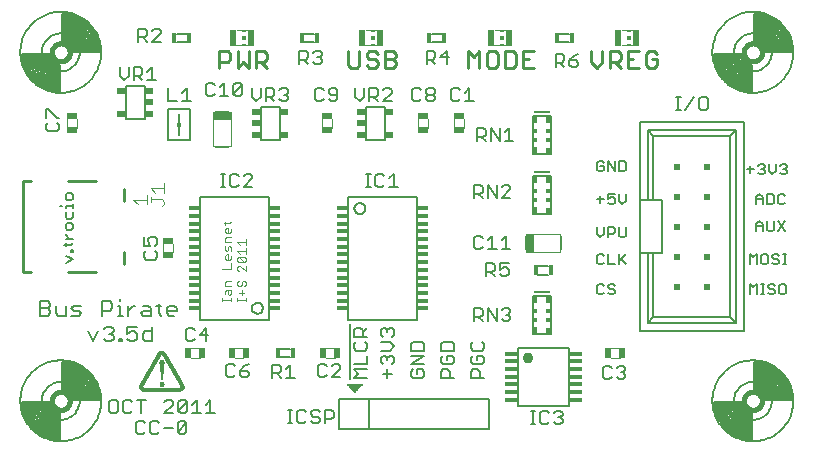
<source format=gto>
G75*
G70*
%OFA0B0*%
%FSLAX24Y24*%
%IPPOS*%
%LPD*%
%AMOC8*
5,1,8,0,0,1.08239X$1,22.5*
%
%ADD10C,0.0110*%
%ADD11C,0.0040*%
%ADD12C,0.0070*%
%ADD13C,0.0060*%
%ADD14C,0.0050*%
%ADD15R,0.0160X0.0340*%
%ADD16R,0.0118X0.0059*%
%ADD17R,0.0118X0.0118*%
%ADD18R,0.0236X0.0531*%
%ADD19R,0.0374X0.0197*%
%ADD20R,0.0374X0.0197*%
%ADD21R,0.0197X0.0374*%
%ADD22R,0.0197X0.0374*%
%ADD23R,0.0079X0.0472*%
%ADD24R,0.0256X0.0591*%
%ADD25R,0.0118X0.0157*%
%ADD26R,0.0472X0.0079*%
%ADD27R,0.0591X0.0256*%
%ADD28C,0.0080*%
%ADD29R,0.0423X0.0118*%
%ADD30C,0.0362*%
%ADD31R,0.0006X0.0006*%
%ADD32R,0.0006X0.0006*%
%ADD33R,0.0006X0.0006*%
%ADD34R,0.0006X0.0006*%
%ADD35C,0.0180*%
%ADD36C,0.0100*%
%ADD37R,0.0118X0.0236*%
%ADD38R,0.0118X0.0197*%
%ADD39R,0.0551X0.0039*%
%ADD40R,0.0551X0.0079*%
%ADD41R,0.0039X0.0079*%
%ADD42R,0.0200X0.0200*%
%ADD43C,0.0025*%
%ADD44R,0.0368X0.0128*%
%ADD45R,0.0256X0.0197*%
D10*
X007981Y018001D02*
X007981Y018551D01*
X008257Y018551D01*
X008348Y018459D01*
X008348Y018276D01*
X008257Y018184D01*
X007981Y018184D01*
X008589Y018001D02*
X008773Y018184D01*
X008956Y018001D01*
X008956Y018551D01*
X009197Y018551D02*
X009472Y018551D01*
X009564Y018459D01*
X009564Y018276D01*
X009472Y018184D01*
X009197Y018184D01*
X009380Y018184D02*
X009564Y018001D01*
X009197Y018001D02*
X009197Y018551D01*
X008589Y018551D02*
X008589Y018001D01*
X012281Y018092D02*
X012373Y018001D01*
X012557Y018001D01*
X012648Y018092D01*
X012648Y018551D01*
X012889Y018459D02*
X012889Y018368D01*
X012981Y018276D01*
X013164Y018276D01*
X013256Y018184D01*
X013256Y018092D01*
X013164Y018001D01*
X012981Y018001D01*
X012889Y018092D01*
X012889Y018459D02*
X012981Y018551D01*
X013164Y018551D01*
X013256Y018459D01*
X013497Y018551D02*
X013772Y018551D01*
X013864Y018459D01*
X013864Y018368D01*
X013772Y018276D01*
X013497Y018276D01*
X013497Y018001D02*
X013497Y018551D01*
X013772Y018276D02*
X013864Y018184D01*
X013864Y018092D01*
X013772Y018001D01*
X013497Y018001D01*
X012281Y018092D02*
X012281Y018551D01*
X016281Y018551D02*
X016281Y018001D01*
X016648Y018001D02*
X016648Y018551D01*
X016465Y018368D01*
X016281Y018551D01*
X016889Y018459D02*
X016889Y018092D01*
X016981Y018001D01*
X017164Y018001D01*
X017256Y018092D01*
X017256Y018459D01*
X017164Y018551D01*
X016981Y018551D01*
X016889Y018459D01*
X017497Y018551D02*
X017772Y018551D01*
X017864Y018459D01*
X017864Y018092D01*
X017772Y018001D01*
X017497Y018001D01*
X017497Y018551D01*
X018105Y018551D02*
X018105Y018001D01*
X018472Y018001D01*
X018288Y018276D02*
X018105Y018276D01*
X018105Y018551D02*
X018472Y018551D01*
X020381Y018551D02*
X020381Y018184D01*
X020565Y018001D01*
X020748Y018184D01*
X020748Y018551D01*
X020989Y018551D02*
X021264Y018551D01*
X021356Y018459D01*
X021356Y018276D01*
X021264Y018184D01*
X020989Y018184D01*
X020989Y018001D02*
X020989Y018551D01*
X021597Y018551D02*
X021597Y018001D01*
X021964Y018001D01*
X022205Y018092D02*
X022296Y018001D01*
X022480Y018001D01*
X022572Y018092D01*
X022572Y018276D01*
X022388Y018276D01*
X022205Y018459D02*
X022205Y018092D01*
X022205Y018459D02*
X022296Y018551D01*
X022480Y018551D01*
X022572Y018459D01*
X021964Y018551D02*
X021597Y018551D01*
X021597Y018276D02*
X021780Y018276D01*
X021356Y018001D02*
X021173Y018184D01*
D11*
X021389Y018750D02*
X021754Y018750D01*
X021754Y019242D02*
X021399Y019242D01*
X017504Y019242D02*
X017149Y019242D01*
X017139Y018750D02*
X017504Y018750D01*
X016141Y016286D02*
X016141Y016005D01*
X015806Y016005D02*
X015806Y016286D01*
X014947Y016286D02*
X014947Y016005D01*
X014611Y016005D02*
X014611Y016286D01*
X011747Y016286D02*
X011747Y016005D01*
X011411Y016005D02*
X011411Y016286D01*
X008372Y016516D02*
X008372Y015375D01*
X007781Y015375D01*
X007781Y016516D01*
X008372Y016516D01*
X008539Y018750D02*
X008904Y018750D01*
X008904Y019242D02*
X008549Y019242D01*
X012849Y019242D02*
X013204Y019242D01*
X013204Y018750D02*
X012839Y018750D01*
X006147Y014145D02*
X006147Y013838D01*
X006147Y013991D02*
X005686Y013991D01*
X005840Y013838D01*
X005686Y013684D02*
X005686Y013531D01*
X005686Y013608D02*
X006070Y013608D01*
X006147Y013531D01*
X006147Y013454D01*
X006070Y013378D01*
X005556Y013444D02*
X005556Y013751D01*
X005556Y013598D02*
X005096Y013598D01*
X005249Y013444D01*
X006111Y012136D02*
X006111Y011855D01*
X006447Y011855D02*
X006447Y012136D01*
X008170Y012180D02*
X008170Y012320D01*
X008216Y012367D01*
X008356Y012367D01*
X008310Y012475D02*
X008216Y012475D01*
X008170Y012521D01*
X008170Y012615D01*
X008216Y012661D01*
X008263Y012661D01*
X008263Y012475D01*
X008310Y012475D02*
X008356Y012521D01*
X008356Y012615D01*
X008310Y012816D02*
X008123Y012816D01*
X008170Y012769D02*
X008170Y012863D01*
X008310Y012816D02*
X008356Y012863D01*
X008856Y012286D02*
X008856Y012100D01*
X008856Y012193D02*
X008576Y012193D01*
X008670Y012100D01*
X008856Y011992D02*
X008856Y011805D01*
X008856Y011898D02*
X008576Y011898D01*
X008670Y011805D01*
X008623Y011697D02*
X008576Y011650D01*
X008576Y011557D01*
X008623Y011510D01*
X008810Y011510D01*
X008623Y011697D01*
X008810Y011697D01*
X008856Y011650D01*
X008856Y011557D01*
X008810Y011510D01*
X008856Y011402D02*
X008856Y011216D01*
X008670Y011402D01*
X008623Y011402D01*
X008576Y011356D01*
X008576Y011262D01*
X008623Y011216D01*
X008356Y011296D02*
X008356Y011483D01*
X008310Y011591D02*
X008216Y011591D01*
X008170Y011637D01*
X008170Y011731D01*
X008216Y011777D01*
X008263Y011777D01*
X008263Y011591D01*
X008310Y011591D02*
X008356Y011637D01*
X008356Y011731D01*
X008356Y011885D02*
X008356Y012025D01*
X008310Y012072D01*
X008263Y012025D01*
X008263Y011932D01*
X008216Y011885D01*
X008170Y011932D01*
X008170Y012072D01*
X008170Y012180D02*
X008356Y012180D01*
X008356Y011296D02*
X008076Y011296D01*
X008216Y010893D02*
X008356Y010893D01*
X008216Y010893D02*
X008170Y010847D01*
X008170Y010707D01*
X008356Y010707D01*
X008356Y010599D02*
X008356Y010459D01*
X008310Y010412D01*
X008263Y010459D01*
X008263Y010599D01*
X008216Y010599D02*
X008356Y010599D01*
X008216Y010599D02*
X008170Y010552D01*
X008170Y010459D01*
X008076Y010309D02*
X008076Y010216D01*
X008076Y010262D02*
X008356Y010262D01*
X008356Y010216D02*
X008356Y010309D01*
X008576Y010309D02*
X008576Y010216D01*
X008576Y010262D02*
X008856Y010262D01*
X008856Y010216D02*
X008856Y010309D01*
X008716Y010412D02*
X008716Y010599D01*
X008670Y010707D02*
X008716Y010753D01*
X008716Y010847D01*
X008763Y010893D01*
X008810Y010893D01*
X008856Y010847D01*
X008856Y010753D01*
X008810Y010707D01*
X008670Y010707D02*
X008623Y010707D01*
X008576Y010753D01*
X008576Y010847D01*
X008623Y010893D01*
X008623Y010505D02*
X008810Y010505D01*
X008767Y008661D02*
X008486Y008661D01*
X008486Y008326D02*
X008767Y008326D01*
X007317Y008326D02*
X007036Y008326D01*
X007036Y008661D02*
X007317Y008661D01*
X011536Y008661D02*
X011817Y008661D01*
X011817Y008326D02*
X011536Y008326D01*
X018206Y011850D02*
X018206Y012441D01*
X019347Y012441D01*
X019347Y011850D01*
X018206Y011850D01*
X021036Y008666D02*
X021317Y008666D01*
X021317Y008331D02*
X021036Y008331D01*
X003247Y016005D02*
X003247Y016286D01*
X002911Y016286D02*
X002911Y016005D01*
D12*
X002257Y010221D02*
X002011Y010221D01*
X002011Y009731D01*
X002257Y009731D01*
X002338Y009812D01*
X002338Y009894D01*
X002257Y009976D01*
X002011Y009976D01*
X002257Y009976D02*
X002338Y010058D01*
X002338Y010139D01*
X002257Y010221D01*
X002527Y010058D02*
X002527Y009812D01*
X002609Y009731D01*
X002854Y009731D01*
X002854Y010058D01*
X003043Y009976D02*
X003124Y009894D01*
X003288Y009894D01*
X003370Y009812D01*
X003288Y009731D01*
X003043Y009731D01*
X003043Y009976D02*
X003124Y010058D01*
X003370Y010058D01*
X004074Y010221D02*
X004074Y009731D01*
X004074Y009894D02*
X004319Y009894D01*
X004401Y009976D01*
X004401Y010139D01*
X004319Y010221D01*
X004074Y010221D01*
X004590Y010058D02*
X004671Y010058D01*
X004671Y009731D01*
X004590Y009731D02*
X004753Y009731D01*
X004933Y009731D02*
X004933Y010058D01*
X005097Y010058D02*
X005179Y010058D01*
X005097Y010058D02*
X004933Y009894D01*
X005363Y009812D02*
X005445Y009894D01*
X005690Y009894D01*
X005690Y009976D02*
X005690Y009731D01*
X005445Y009731D01*
X005363Y009812D01*
X005445Y010058D02*
X005608Y010058D01*
X005690Y009976D01*
X005879Y010058D02*
X006042Y010058D01*
X005960Y010139D02*
X005960Y009812D01*
X006042Y009731D01*
X006222Y009812D02*
X006222Y009976D01*
X006304Y010058D01*
X006468Y010058D01*
X006549Y009976D01*
X006549Y009894D01*
X006222Y009894D01*
X006222Y009812D02*
X006304Y009731D01*
X006468Y009731D01*
X005743Y009371D02*
X005743Y008881D01*
X005498Y008881D01*
X005416Y008962D01*
X005416Y009126D01*
X005498Y009208D01*
X005743Y009208D01*
X005227Y009126D02*
X005227Y008962D01*
X005146Y008881D01*
X004982Y008881D01*
X004901Y008962D01*
X004901Y009126D02*
X005064Y009208D01*
X005146Y009208D01*
X005227Y009126D01*
X005227Y009371D02*
X004901Y009371D01*
X004901Y009126D01*
X004724Y008962D02*
X004724Y008881D01*
X004643Y008881D01*
X004643Y008962D01*
X004724Y008962D01*
X004454Y008962D02*
X004372Y008881D01*
X004209Y008881D01*
X004127Y008962D01*
X004291Y009126D02*
X004372Y009126D01*
X004454Y009044D01*
X004454Y008962D01*
X004372Y009126D02*
X004454Y009208D01*
X004454Y009289D01*
X004372Y009371D01*
X004209Y009371D01*
X004127Y009289D01*
X003938Y009208D02*
X003775Y008881D01*
X003611Y009208D01*
X004671Y010221D02*
X004671Y010303D01*
D13*
X005280Y005776D02*
X005427Y005776D01*
X005500Y005849D01*
X005667Y005849D02*
X005740Y005776D01*
X005887Y005776D01*
X005960Y005849D01*
X006127Y005996D02*
X006421Y005996D01*
X006588Y005849D02*
X006588Y006143D01*
X006661Y006216D01*
X006808Y006216D01*
X006881Y006143D01*
X006588Y005849D01*
X006661Y005776D01*
X006808Y005776D01*
X006881Y005849D01*
X006881Y006143D01*
X006828Y006476D02*
X006682Y006476D01*
X006608Y006549D01*
X006902Y006843D01*
X006902Y006549D01*
X006828Y006476D01*
X006608Y006549D02*
X006608Y006843D01*
X006682Y006916D01*
X006828Y006916D01*
X006902Y006843D01*
X007069Y006769D02*
X007215Y006916D01*
X007215Y006476D01*
X007069Y006476D02*
X007362Y006476D01*
X007529Y006476D02*
X007823Y006476D01*
X007676Y006476D02*
X007676Y006916D01*
X007529Y006769D01*
X006441Y006769D02*
X006148Y006476D01*
X006441Y006476D01*
X006441Y006769D02*
X006441Y006843D01*
X006368Y006916D01*
X006221Y006916D01*
X006148Y006843D01*
X005521Y006916D02*
X005227Y006916D01*
X005374Y006916D02*
X005374Y006476D01*
X005427Y006216D02*
X005280Y006216D01*
X005206Y006143D01*
X005206Y005849D01*
X005280Y005776D01*
X005667Y005849D02*
X005667Y006143D01*
X005740Y006216D01*
X005887Y006216D01*
X005960Y006143D01*
X005500Y006143D02*
X005427Y006216D01*
X005060Y006549D02*
X004987Y006476D01*
X004840Y006476D01*
X004767Y006549D01*
X004767Y006843D01*
X004840Y006916D01*
X004987Y006916D01*
X005060Y006843D01*
X004600Y006843D02*
X004527Y006916D01*
X004380Y006916D01*
X004306Y006843D01*
X004306Y006549D01*
X004380Y006476D01*
X004527Y006476D01*
X004600Y006549D01*
X004600Y006843D01*
X001341Y006896D02*
X001343Y006969D01*
X001349Y007042D01*
X001359Y007114D01*
X001373Y007186D01*
X001390Y007257D01*
X001412Y007327D01*
X001437Y007396D01*
X001466Y007463D01*
X001498Y007528D01*
X001534Y007592D01*
X001574Y007654D01*
X001616Y007713D01*
X001662Y007770D01*
X001711Y007824D01*
X001763Y007876D01*
X001817Y007925D01*
X001874Y007971D01*
X001933Y008013D01*
X001995Y008053D01*
X002059Y008089D01*
X002124Y008121D01*
X002191Y008150D01*
X002260Y008175D01*
X002330Y008197D01*
X002401Y008214D01*
X002473Y008228D01*
X002545Y008238D01*
X002618Y008244D01*
X002691Y008246D01*
X002764Y008244D01*
X002837Y008238D01*
X002909Y008228D01*
X002981Y008214D01*
X003052Y008197D01*
X003122Y008175D01*
X003191Y008150D01*
X003258Y008121D01*
X003323Y008089D01*
X003387Y008053D01*
X003449Y008013D01*
X003508Y007971D01*
X003565Y007925D01*
X003619Y007876D01*
X003671Y007824D01*
X003720Y007770D01*
X003766Y007713D01*
X003808Y007654D01*
X003848Y007592D01*
X003884Y007528D01*
X003916Y007463D01*
X003945Y007396D01*
X003970Y007327D01*
X003992Y007257D01*
X004009Y007186D01*
X004023Y007114D01*
X004033Y007042D01*
X004039Y006969D01*
X004041Y006896D01*
X004039Y006823D01*
X004033Y006750D01*
X004023Y006678D01*
X004009Y006606D01*
X003992Y006535D01*
X003970Y006465D01*
X003945Y006396D01*
X003916Y006329D01*
X003884Y006264D01*
X003848Y006200D01*
X003808Y006138D01*
X003766Y006079D01*
X003720Y006022D01*
X003671Y005968D01*
X003619Y005916D01*
X003565Y005867D01*
X003508Y005821D01*
X003449Y005779D01*
X003387Y005739D01*
X003323Y005703D01*
X003258Y005671D01*
X003191Y005642D01*
X003122Y005617D01*
X003052Y005595D01*
X002981Y005578D01*
X002909Y005564D01*
X002837Y005554D01*
X002764Y005548D01*
X002691Y005546D01*
X002618Y005548D01*
X002545Y005554D01*
X002473Y005564D01*
X002401Y005578D01*
X002330Y005595D01*
X002260Y005617D01*
X002191Y005642D01*
X002124Y005671D01*
X002059Y005703D01*
X001995Y005739D01*
X001933Y005779D01*
X001874Y005821D01*
X001817Y005867D01*
X001763Y005916D01*
X001711Y005968D01*
X001662Y006022D01*
X001616Y006079D01*
X001574Y006138D01*
X001534Y006200D01*
X001498Y006264D01*
X001466Y006329D01*
X001437Y006396D01*
X001412Y006465D01*
X001390Y006535D01*
X001373Y006606D01*
X001359Y006678D01*
X001349Y006750D01*
X001343Y006823D01*
X001341Y006896D01*
X006856Y008949D02*
X006930Y008876D01*
X007077Y008876D01*
X007150Y008949D01*
X007317Y009096D02*
X007610Y009096D01*
X007537Y008876D02*
X007537Y009316D01*
X007317Y009096D01*
X007150Y009243D02*
X007077Y009316D01*
X006930Y009316D01*
X006856Y009243D01*
X006856Y008949D01*
X007325Y009598D02*
X009628Y009598D01*
X009628Y013693D01*
X007325Y013693D01*
X007325Y009598D01*
X009063Y009982D02*
X009065Y010008D01*
X009071Y010034D01*
X009080Y010059D01*
X009093Y010082D01*
X009109Y010103D01*
X009128Y010121D01*
X009150Y010137D01*
X009173Y010149D01*
X009198Y010157D01*
X009224Y010162D01*
X009251Y010163D01*
X009277Y010160D01*
X009302Y010153D01*
X009327Y010143D01*
X009349Y010129D01*
X009370Y010112D01*
X009387Y010093D01*
X009402Y010071D01*
X009413Y010047D01*
X009421Y010021D01*
X009425Y009995D01*
X009425Y009969D01*
X009421Y009943D01*
X009413Y009917D01*
X009402Y009893D01*
X009387Y009871D01*
X009370Y009852D01*
X009349Y009835D01*
X009327Y009821D01*
X009302Y009811D01*
X009277Y009804D01*
X009251Y009801D01*
X009224Y009802D01*
X009198Y009807D01*
X009173Y009815D01*
X009150Y009827D01*
X009128Y009843D01*
X009109Y009861D01*
X009093Y009882D01*
X009080Y009905D01*
X009071Y009930D01*
X009065Y009956D01*
X009063Y009982D01*
X010006Y008636D02*
X010347Y008636D01*
X010347Y008355D02*
X010006Y008355D01*
X009956Y008106D02*
X009736Y008106D01*
X009736Y007666D01*
X009736Y007812D02*
X009956Y007812D01*
X010029Y007886D01*
X010029Y008033D01*
X009956Y008106D01*
X010196Y007959D02*
X010343Y008106D01*
X010343Y007666D01*
X010196Y007666D02*
X010490Y007666D01*
X010029Y007666D02*
X009882Y007812D01*
X008960Y007822D02*
X008887Y007896D01*
X008667Y007896D01*
X008667Y007749D01*
X008740Y007676D01*
X008887Y007676D01*
X008960Y007749D01*
X008960Y007822D01*
X008814Y008043D02*
X008667Y007896D01*
X008814Y008043D02*
X008960Y008116D01*
X008500Y008043D02*
X008427Y008116D01*
X008280Y008116D01*
X008206Y008043D01*
X008206Y007749D01*
X008280Y007676D01*
X008427Y007676D01*
X008500Y007749D01*
X010261Y006592D02*
X010408Y006592D01*
X010335Y006592D02*
X010335Y006152D01*
X010408Y006152D02*
X010261Y006152D01*
X010568Y006225D02*
X010641Y006152D01*
X010788Y006152D01*
X010862Y006225D01*
X011028Y006225D02*
X011102Y006152D01*
X011249Y006152D01*
X011322Y006225D01*
X011322Y006298D01*
X011249Y006372D01*
X011102Y006372D01*
X011028Y006445D01*
X011028Y006519D01*
X011102Y006592D01*
X011249Y006592D01*
X011322Y006519D01*
X011489Y006592D02*
X011489Y006152D01*
X011489Y006298D02*
X011709Y006298D01*
X011782Y006372D01*
X011782Y006519D01*
X011709Y006592D01*
X011489Y006592D01*
X010862Y006519D02*
X010788Y006592D01*
X010641Y006592D01*
X010568Y006519D01*
X010568Y006225D01*
X011330Y007676D02*
X011477Y007676D01*
X011550Y007749D01*
X011717Y007676D02*
X012010Y007969D01*
X012010Y008043D01*
X011937Y008116D01*
X011790Y008116D01*
X011717Y008043D01*
X011550Y008043D02*
X011477Y008116D01*
X011330Y008116D01*
X011256Y008043D01*
X011256Y007749D01*
X011330Y007676D01*
X011717Y007676D02*
X012010Y007676D01*
X012341Y007622D02*
X012341Y009463D01*
X012275Y009598D02*
X012275Y013693D01*
X014578Y013693D01*
X014578Y009598D01*
X012275Y009598D01*
X012534Y009326D02*
X012681Y009326D01*
X012754Y009253D01*
X012754Y009033D01*
X012754Y009179D02*
X012901Y009326D01*
X012534Y009326D02*
X012461Y009253D01*
X012461Y009033D01*
X012901Y009033D01*
X012828Y008866D02*
X012901Y008792D01*
X012901Y008646D01*
X012828Y008572D01*
X012534Y008572D01*
X012461Y008646D01*
X012461Y008792D01*
X012534Y008866D01*
X012901Y008406D02*
X012901Y008112D01*
X012461Y008112D01*
X012461Y007945D02*
X012901Y007945D01*
X012608Y007798D02*
X012461Y007945D01*
X012608Y007798D02*
X012461Y007652D01*
X012901Y007652D01*
X013434Y007798D02*
X013728Y007798D01*
X013581Y007652D02*
X013581Y007945D01*
X013434Y008112D02*
X013361Y008185D01*
X013361Y008332D01*
X013434Y008406D01*
X013508Y008406D01*
X013581Y008332D01*
X013654Y008406D01*
X013728Y008406D01*
X013801Y008332D01*
X013801Y008185D01*
X013728Y008112D01*
X013581Y008259D02*
X013581Y008332D01*
X013654Y008572D02*
X013361Y008572D01*
X013654Y008572D02*
X013801Y008719D01*
X013654Y008866D01*
X013361Y008866D01*
X013434Y009033D02*
X013361Y009106D01*
X013361Y009253D01*
X013434Y009326D01*
X013508Y009326D01*
X013581Y009253D01*
X013654Y009326D01*
X013728Y009326D01*
X013801Y009253D01*
X013801Y009106D01*
X013728Y009033D01*
X013581Y009179D02*
X013581Y009253D01*
X014361Y008792D02*
X014361Y008572D01*
X014801Y008572D01*
X014801Y008792D01*
X014728Y008866D01*
X014434Y008866D01*
X014361Y008792D01*
X014361Y008406D02*
X014801Y008406D01*
X014361Y008112D01*
X014801Y008112D01*
X014728Y007945D02*
X014581Y007945D01*
X014581Y007798D01*
X014434Y007652D02*
X014361Y007725D01*
X014361Y007872D01*
X014434Y007945D01*
X014728Y007945D02*
X014801Y007872D01*
X014801Y007725D01*
X014728Y007652D01*
X014434Y007652D01*
X015361Y007652D02*
X015361Y007872D01*
X015434Y007945D01*
X015581Y007945D01*
X015654Y007872D01*
X015654Y007652D01*
X015801Y007652D02*
X015361Y007652D01*
X015434Y008112D02*
X015728Y008112D01*
X015801Y008185D01*
X015801Y008332D01*
X015728Y008406D01*
X015581Y008406D01*
X015581Y008259D01*
X015434Y008406D02*
X015361Y008332D01*
X015361Y008185D01*
X015434Y008112D01*
X015361Y008572D02*
X015361Y008792D01*
X015434Y008866D01*
X015728Y008866D01*
X015801Y008792D01*
X015801Y008572D01*
X015361Y008572D01*
X016361Y008646D02*
X016434Y008572D01*
X016728Y008572D01*
X016801Y008646D01*
X016801Y008792D01*
X016728Y008866D01*
X016434Y008866D02*
X016361Y008792D01*
X016361Y008646D01*
X016434Y008406D02*
X016361Y008332D01*
X016361Y008185D01*
X016434Y008112D01*
X016728Y008112D01*
X016801Y008185D01*
X016801Y008332D01*
X016728Y008406D01*
X016581Y008406D01*
X016581Y008259D01*
X016581Y007945D02*
X016654Y007872D01*
X016654Y007652D01*
X016801Y007652D02*
X016361Y007652D01*
X016361Y007872D01*
X016434Y007945D01*
X016581Y007945D01*
X018356Y006566D02*
X018503Y006566D01*
X018430Y006566D02*
X018430Y006126D01*
X018503Y006126D02*
X018356Y006126D01*
X018663Y006199D02*
X018663Y006493D01*
X018737Y006566D01*
X018884Y006566D01*
X018957Y006493D01*
X019124Y006493D02*
X019197Y006566D01*
X019344Y006566D01*
X019417Y006493D01*
X019417Y006419D01*
X019344Y006346D01*
X019417Y006272D01*
X019417Y006199D01*
X019344Y006126D01*
X019197Y006126D01*
X019124Y006199D01*
X018957Y006199D02*
X018884Y006126D01*
X018737Y006126D01*
X018663Y006199D01*
X019270Y006346D02*
X019344Y006346D01*
X020756Y007699D02*
X020830Y007626D01*
X020977Y007626D01*
X021050Y007699D01*
X021217Y007699D02*
X021290Y007626D01*
X021437Y007626D01*
X021510Y007699D01*
X021510Y007772D01*
X021437Y007846D01*
X021364Y007846D01*
X021437Y007846D02*
X021510Y007919D01*
X021510Y007993D01*
X021437Y008066D01*
X021290Y008066D01*
X021217Y007993D01*
X021050Y007993D02*
X020977Y008066D01*
X020830Y008066D01*
X020756Y007993D01*
X020756Y007699D01*
X021994Y009227D02*
X021994Y011818D01*
X022719Y011818D01*
X022719Y013589D01*
X022447Y013589D01*
X021994Y013589D01*
X021994Y016180D01*
X025459Y016180D01*
X025459Y009227D01*
X021994Y009227D01*
X022266Y009499D02*
X022447Y009680D01*
X022447Y011818D01*
X022266Y011818D02*
X022266Y009499D01*
X025187Y009499D01*
X025006Y009680D01*
X022447Y009680D01*
X025006Y009680D02*
X025006Y015727D01*
X025187Y015908D01*
X022266Y015908D01*
X022447Y015727D01*
X022447Y013589D01*
X022266Y013589D02*
X022266Y015908D01*
X022447Y015727D02*
X025006Y015727D01*
X025187Y015908D02*
X025187Y009499D01*
X021994Y011818D02*
X021994Y013589D01*
X018947Y011386D02*
X018606Y011386D01*
X018606Y011105D02*
X018947Y011105D01*
X017615Y011125D02*
X017542Y011052D01*
X017395Y011052D01*
X017322Y011125D01*
X017322Y011272D02*
X017468Y011345D01*
X017542Y011345D01*
X017615Y011272D01*
X017615Y011125D01*
X017322Y011272D02*
X017322Y011492D01*
X017615Y011492D01*
X017675Y011952D02*
X017382Y011952D01*
X017529Y011952D02*
X017529Y012392D01*
X017382Y012245D01*
X017068Y012392D02*
X017068Y011952D01*
X016922Y011952D02*
X017215Y011952D01*
X016922Y012245D02*
X017068Y012392D01*
X016755Y012319D02*
X016681Y012392D01*
X016535Y012392D01*
X016461Y012319D01*
X016461Y012025D01*
X016535Y011952D01*
X016681Y011952D01*
X016755Y012025D01*
X016861Y011492D02*
X017081Y011492D01*
X017155Y011419D01*
X017155Y011272D01*
X017081Y011198D01*
X016861Y011198D01*
X016861Y011052D02*
X016861Y011492D01*
X017008Y011198D02*
X017155Y011052D01*
X017215Y009992D02*
X017215Y009552D01*
X016922Y009992D01*
X016922Y009552D01*
X016755Y009552D02*
X016608Y009698D01*
X016681Y009698D02*
X016461Y009698D01*
X016461Y009552D02*
X016461Y009992D01*
X016681Y009992D01*
X016755Y009919D01*
X016755Y009772D01*
X016681Y009698D01*
X017382Y009625D02*
X017455Y009552D01*
X017602Y009552D01*
X017675Y009625D01*
X017675Y009698D01*
X017602Y009772D01*
X017529Y009772D01*
X017602Y009772D02*
X017675Y009845D01*
X017675Y009919D01*
X017602Y009992D01*
X017455Y009992D01*
X017382Y009919D01*
X012478Y013309D02*
X012480Y013335D01*
X012486Y013361D01*
X012495Y013386D01*
X012508Y013409D01*
X012524Y013430D01*
X012543Y013448D01*
X012565Y013464D01*
X012588Y013476D01*
X012613Y013484D01*
X012639Y013489D01*
X012666Y013490D01*
X012692Y013487D01*
X012717Y013480D01*
X012742Y013470D01*
X012764Y013456D01*
X012785Y013439D01*
X012802Y013420D01*
X012817Y013398D01*
X012828Y013374D01*
X012836Y013348D01*
X012840Y013322D01*
X012840Y013296D01*
X012836Y013270D01*
X012828Y013244D01*
X012817Y013220D01*
X012802Y013198D01*
X012785Y013179D01*
X012764Y013162D01*
X012742Y013148D01*
X012717Y013138D01*
X012692Y013131D01*
X012666Y013128D01*
X012639Y013129D01*
X012613Y013134D01*
X012588Y013142D01*
X012565Y013154D01*
X012543Y013170D01*
X012524Y013188D01*
X012508Y013209D01*
X012495Y013232D01*
X012486Y013257D01*
X012480Y013283D01*
X012478Y013309D01*
X012870Y014026D02*
X013017Y014026D01*
X012943Y014026D02*
X012943Y014466D01*
X012870Y014466D02*
X013017Y014466D01*
X013177Y014393D02*
X013177Y014099D01*
X013250Y014026D01*
X013397Y014026D01*
X013470Y014099D01*
X013637Y014026D02*
X013931Y014026D01*
X013784Y014026D02*
X013784Y014466D01*
X013637Y014319D01*
X013470Y014393D02*
X013397Y014466D01*
X013250Y014466D01*
X013177Y014393D01*
X013495Y015586D02*
X012858Y015586D01*
X012858Y015623D01*
X012858Y015586D02*
X012858Y016705D01*
X012858Y016668D01*
X012858Y016705D02*
X013495Y016705D01*
X013495Y016668D01*
X013495Y016705D02*
X013495Y015586D01*
X013495Y015623D01*
X013495Y015940D02*
X013495Y016351D01*
X012858Y016351D02*
X012858Y016314D01*
X012858Y015977D02*
X012858Y015940D01*
X012967Y016876D02*
X012967Y017316D01*
X013187Y017316D01*
X013260Y017243D01*
X013260Y017096D01*
X013187Y017022D01*
X012967Y017022D01*
X013114Y017022D02*
X013260Y016876D01*
X013427Y016876D02*
X013721Y017169D01*
X013721Y017243D01*
X013647Y017316D01*
X013501Y017316D01*
X013427Y017243D01*
X012800Y017316D02*
X012800Y017022D01*
X012653Y016876D01*
X012506Y017022D01*
X012506Y017316D01*
X011910Y017243D02*
X011837Y017316D01*
X011690Y017316D01*
X011617Y017243D01*
X011617Y017169D01*
X011690Y017096D01*
X011910Y017096D01*
X011910Y016949D02*
X011910Y017243D01*
X011910Y016949D02*
X011837Y016876D01*
X011690Y016876D01*
X011617Y016949D01*
X011450Y016949D02*
X011377Y016876D01*
X011230Y016876D01*
X011156Y016949D01*
X011156Y017243D01*
X011230Y017316D01*
X011377Y017316D01*
X011450Y017243D01*
X010271Y017243D02*
X010271Y017169D01*
X010197Y017096D01*
X010271Y017022D01*
X010271Y016949D01*
X010197Y016876D01*
X010051Y016876D01*
X009977Y016949D01*
X009810Y016876D02*
X009664Y017022D01*
X009737Y017022D02*
X009517Y017022D01*
X009517Y016876D02*
X009517Y017316D01*
X009737Y017316D01*
X009810Y017243D01*
X009810Y017096D01*
X009737Y017022D01*
X009977Y017243D02*
X010051Y017316D01*
X010197Y017316D01*
X010271Y017243D01*
X010197Y017096D02*
X010124Y017096D01*
X009995Y016705D02*
X009358Y016705D01*
X009358Y016668D01*
X009358Y016705D02*
X009358Y015586D01*
X009358Y015623D01*
X009358Y015586D02*
X009995Y015586D01*
X009995Y015623D01*
X009995Y015586D02*
X009995Y016705D01*
X009995Y016668D01*
X009995Y016351D02*
X009995Y015940D01*
X009358Y015940D02*
X009358Y015977D01*
X009358Y016314D02*
X009358Y016351D01*
X009203Y016876D02*
X009350Y017022D01*
X009350Y017316D01*
X009056Y017316D02*
X009056Y017022D01*
X009203Y016876D01*
X008741Y017133D02*
X008667Y017059D01*
X008521Y017059D01*
X008447Y017133D01*
X008741Y017426D01*
X008741Y017133D01*
X008447Y017133D02*
X008447Y017426D01*
X008521Y017500D01*
X008667Y017500D01*
X008741Y017426D01*
X008280Y017059D02*
X007987Y017059D01*
X008134Y017059D02*
X008134Y017500D01*
X007987Y017353D01*
X007820Y017426D02*
X007747Y017500D01*
X007600Y017500D01*
X007527Y017426D01*
X007527Y017133D01*
X007600Y017059D01*
X007747Y017059D01*
X007820Y017133D01*
X007035Y016876D02*
X006742Y016876D01*
X006889Y016876D02*
X006889Y017316D01*
X006742Y017169D01*
X006575Y016876D02*
X006281Y016876D01*
X006281Y017316D01*
X005871Y017576D02*
X005577Y017576D01*
X005724Y017576D02*
X005724Y018016D01*
X005577Y017869D01*
X005410Y017943D02*
X005410Y017796D01*
X005337Y017722D01*
X005117Y017722D01*
X005117Y017576D02*
X005117Y018016D01*
X005337Y018016D01*
X005410Y017943D01*
X005264Y017722D02*
X005410Y017576D01*
X005495Y017405D02*
X005495Y017368D01*
X005495Y017405D02*
X005495Y016286D01*
X005495Y016323D01*
X005495Y016286D02*
X004858Y016286D01*
X004858Y016323D01*
X004858Y016286D02*
X004858Y017405D01*
X004858Y017368D01*
X004858Y017405D02*
X005495Y017405D01*
X005495Y017051D02*
X005495Y017014D01*
X005495Y016677D02*
X005495Y016640D01*
X004858Y016640D02*
X004858Y017051D01*
X004803Y017576D02*
X004950Y017722D01*
X004950Y018016D01*
X004656Y018016D02*
X004656Y017722D01*
X004803Y017576D01*
X001341Y018511D02*
X001343Y018584D01*
X001349Y018657D01*
X001359Y018729D01*
X001373Y018801D01*
X001390Y018872D01*
X001412Y018942D01*
X001437Y019011D01*
X001466Y019078D01*
X001498Y019143D01*
X001534Y019207D01*
X001574Y019269D01*
X001616Y019328D01*
X001662Y019385D01*
X001711Y019439D01*
X001763Y019491D01*
X001817Y019540D01*
X001874Y019586D01*
X001933Y019628D01*
X001995Y019668D01*
X002059Y019704D01*
X002124Y019736D01*
X002191Y019765D01*
X002260Y019790D01*
X002330Y019812D01*
X002401Y019829D01*
X002473Y019843D01*
X002545Y019853D01*
X002618Y019859D01*
X002691Y019861D01*
X002764Y019859D01*
X002837Y019853D01*
X002909Y019843D01*
X002981Y019829D01*
X003052Y019812D01*
X003122Y019790D01*
X003191Y019765D01*
X003258Y019736D01*
X003323Y019704D01*
X003387Y019668D01*
X003449Y019628D01*
X003508Y019586D01*
X003565Y019540D01*
X003619Y019491D01*
X003671Y019439D01*
X003720Y019385D01*
X003766Y019328D01*
X003808Y019269D01*
X003848Y019207D01*
X003884Y019143D01*
X003916Y019078D01*
X003945Y019011D01*
X003970Y018942D01*
X003992Y018872D01*
X004009Y018801D01*
X004023Y018729D01*
X004033Y018657D01*
X004039Y018584D01*
X004041Y018511D01*
X004039Y018438D01*
X004033Y018365D01*
X004023Y018293D01*
X004009Y018221D01*
X003992Y018150D01*
X003970Y018080D01*
X003945Y018011D01*
X003916Y017944D01*
X003884Y017879D01*
X003848Y017815D01*
X003808Y017753D01*
X003766Y017694D01*
X003720Y017637D01*
X003671Y017583D01*
X003619Y017531D01*
X003565Y017482D01*
X003508Y017436D01*
X003449Y017394D01*
X003387Y017354D01*
X003323Y017318D01*
X003258Y017286D01*
X003191Y017257D01*
X003122Y017232D01*
X003052Y017210D01*
X002981Y017193D01*
X002909Y017179D01*
X002837Y017169D01*
X002764Y017163D01*
X002691Y017161D01*
X002618Y017163D01*
X002545Y017169D01*
X002473Y017179D01*
X002401Y017193D01*
X002330Y017210D01*
X002260Y017232D01*
X002191Y017257D01*
X002124Y017286D01*
X002059Y017318D01*
X001995Y017354D01*
X001933Y017394D01*
X001874Y017436D01*
X001817Y017482D01*
X001763Y017531D01*
X001711Y017583D01*
X001662Y017637D01*
X001616Y017694D01*
X001574Y017753D01*
X001534Y017815D01*
X001498Y017879D01*
X001466Y017944D01*
X001437Y018011D01*
X001412Y018080D01*
X001390Y018150D01*
X001373Y018221D01*
X001359Y018293D01*
X001349Y018365D01*
X001343Y018438D01*
X001341Y018511D01*
X002206Y016630D02*
X002279Y016630D01*
X002573Y016336D01*
X002646Y016336D01*
X002573Y016169D02*
X002646Y016096D01*
X002646Y015949D01*
X002573Y015876D01*
X002279Y015876D01*
X002206Y015949D01*
X002206Y016096D01*
X002279Y016169D01*
X002206Y016336D02*
X002206Y016630D01*
X005276Y018866D02*
X005276Y019306D01*
X005496Y019306D01*
X005569Y019233D01*
X005569Y019086D01*
X005496Y019012D01*
X005276Y019012D01*
X005422Y019012D02*
X005569Y018866D01*
X005736Y018866D02*
X006030Y019159D01*
X006030Y019233D01*
X005956Y019306D01*
X005809Y019306D01*
X005736Y019233D01*
X005736Y018866D02*
X006030Y018866D01*
X006556Y018855D02*
X006897Y018855D01*
X006897Y019136D02*
X006556Y019136D01*
X010636Y018566D02*
X010636Y018126D01*
X010636Y018272D02*
X010856Y018272D01*
X010929Y018346D01*
X010929Y018493D01*
X010856Y018566D01*
X010636Y018566D01*
X010806Y018855D02*
X011147Y018855D01*
X011147Y019136D02*
X010806Y019136D01*
X011169Y018566D02*
X011316Y018566D01*
X011390Y018493D01*
X011390Y018419D01*
X011316Y018346D01*
X011390Y018272D01*
X011390Y018199D01*
X011316Y018126D01*
X011169Y018126D01*
X011096Y018199D01*
X010929Y018126D02*
X010782Y018272D01*
X011096Y018493D02*
X011169Y018566D01*
X011243Y018346D02*
X011316Y018346D01*
X013427Y016876D02*
X013721Y016876D01*
X014406Y016949D02*
X014406Y017243D01*
X014480Y017316D01*
X014627Y017316D01*
X014700Y017243D01*
X014867Y017243D02*
X014867Y017169D01*
X014940Y017096D01*
X015087Y017096D01*
X015160Y017022D01*
X015160Y016949D01*
X015087Y016876D01*
X014940Y016876D01*
X014867Y016949D01*
X014867Y017022D01*
X014940Y017096D01*
X015087Y017096D02*
X015160Y017169D01*
X015160Y017243D01*
X015087Y017316D01*
X014940Y017316D01*
X014867Y017243D01*
X014700Y016949D02*
X014627Y016876D01*
X014480Y016876D01*
X014406Y016949D01*
X015706Y016949D02*
X015780Y016876D01*
X015927Y016876D01*
X016000Y016949D01*
X016167Y016876D02*
X016460Y016876D01*
X016314Y016876D02*
X016314Y017316D01*
X016167Y017169D01*
X016000Y017243D02*
X015927Y017316D01*
X015780Y017316D01*
X015706Y017243D01*
X015706Y016949D01*
X016561Y015992D02*
X016781Y015992D01*
X016855Y015919D01*
X016855Y015772D01*
X016781Y015698D01*
X016561Y015698D01*
X016561Y015552D02*
X016561Y015992D01*
X016708Y015698D02*
X016855Y015552D01*
X017022Y015552D02*
X017022Y015992D01*
X017315Y015552D01*
X017315Y015992D01*
X017482Y015845D02*
X017629Y015992D01*
X017629Y015552D01*
X017775Y015552D02*
X017482Y015552D01*
X017455Y014092D02*
X017382Y014019D01*
X017455Y014092D02*
X017602Y014092D01*
X017675Y014019D01*
X017675Y013945D01*
X017382Y013652D01*
X017675Y013652D01*
X017215Y013652D02*
X017215Y014092D01*
X016922Y014092D02*
X017215Y013652D01*
X016922Y013652D02*
X016922Y014092D01*
X016755Y014019D02*
X016755Y013872D01*
X016681Y013798D01*
X016461Y013798D01*
X016461Y013652D02*
X016461Y014092D01*
X016681Y014092D01*
X016755Y014019D01*
X016608Y013798D02*
X016755Y013652D01*
X023206Y016583D02*
X023353Y016583D01*
X023280Y016583D02*
X023280Y017024D01*
X023353Y017024D02*
X023206Y017024D01*
X023513Y016583D02*
X023807Y017024D01*
X023974Y016950D02*
X024047Y017024D01*
X024194Y017024D01*
X024267Y016950D01*
X024267Y016657D01*
X024194Y016583D01*
X024047Y016583D01*
X023974Y016657D01*
X023974Y016950D01*
X024412Y018511D02*
X024414Y018584D01*
X024420Y018657D01*
X024430Y018729D01*
X024444Y018801D01*
X024461Y018872D01*
X024483Y018942D01*
X024508Y019011D01*
X024537Y019078D01*
X024569Y019143D01*
X024605Y019207D01*
X024645Y019269D01*
X024687Y019328D01*
X024733Y019385D01*
X024782Y019439D01*
X024834Y019491D01*
X024888Y019540D01*
X024945Y019586D01*
X025004Y019628D01*
X025066Y019668D01*
X025130Y019704D01*
X025195Y019736D01*
X025262Y019765D01*
X025331Y019790D01*
X025401Y019812D01*
X025472Y019829D01*
X025544Y019843D01*
X025616Y019853D01*
X025689Y019859D01*
X025762Y019861D01*
X025835Y019859D01*
X025908Y019853D01*
X025980Y019843D01*
X026052Y019829D01*
X026123Y019812D01*
X026193Y019790D01*
X026262Y019765D01*
X026329Y019736D01*
X026394Y019704D01*
X026458Y019668D01*
X026520Y019628D01*
X026579Y019586D01*
X026636Y019540D01*
X026690Y019491D01*
X026742Y019439D01*
X026791Y019385D01*
X026837Y019328D01*
X026879Y019269D01*
X026919Y019207D01*
X026955Y019143D01*
X026987Y019078D01*
X027016Y019011D01*
X027041Y018942D01*
X027063Y018872D01*
X027080Y018801D01*
X027094Y018729D01*
X027104Y018657D01*
X027110Y018584D01*
X027112Y018511D01*
X027110Y018438D01*
X027104Y018365D01*
X027094Y018293D01*
X027080Y018221D01*
X027063Y018150D01*
X027041Y018080D01*
X027016Y018011D01*
X026987Y017944D01*
X026955Y017879D01*
X026919Y017815D01*
X026879Y017753D01*
X026837Y017694D01*
X026791Y017637D01*
X026742Y017583D01*
X026690Y017531D01*
X026636Y017482D01*
X026579Y017436D01*
X026520Y017394D01*
X026458Y017354D01*
X026394Y017318D01*
X026329Y017286D01*
X026262Y017257D01*
X026193Y017232D01*
X026123Y017210D01*
X026052Y017193D01*
X025980Y017179D01*
X025908Y017169D01*
X025835Y017163D01*
X025762Y017161D01*
X025689Y017163D01*
X025616Y017169D01*
X025544Y017179D01*
X025472Y017193D01*
X025401Y017210D01*
X025331Y017232D01*
X025262Y017257D01*
X025195Y017286D01*
X025130Y017318D01*
X025066Y017354D01*
X025004Y017394D01*
X024945Y017436D01*
X024888Y017482D01*
X024834Y017531D01*
X024782Y017583D01*
X024733Y017637D01*
X024687Y017694D01*
X024645Y017753D01*
X024605Y017815D01*
X024569Y017879D01*
X024537Y017944D01*
X024508Y018011D01*
X024483Y018080D01*
X024461Y018150D01*
X024444Y018221D01*
X024430Y018293D01*
X024420Y018365D01*
X024414Y018438D01*
X024412Y018511D01*
X019940Y018466D02*
X019793Y018393D01*
X019646Y018246D01*
X019866Y018246D01*
X019940Y018172D01*
X019940Y018099D01*
X019866Y018026D01*
X019719Y018026D01*
X019646Y018099D01*
X019646Y018246D01*
X019479Y018246D02*
X019479Y018393D01*
X019406Y018466D01*
X019186Y018466D01*
X019186Y018026D01*
X019186Y018172D02*
X019406Y018172D01*
X019479Y018246D01*
X019332Y018172D02*
X019479Y018026D01*
X019647Y018855D02*
X019306Y018855D01*
X019306Y019136D02*
X019647Y019136D01*
X015640Y018346D02*
X015346Y018346D01*
X015566Y018566D01*
X015566Y018126D01*
X015179Y018126D02*
X015032Y018272D01*
X015106Y018272D02*
X014886Y018272D01*
X014886Y018126D02*
X014886Y018566D01*
X015106Y018566D01*
X015179Y018493D01*
X015179Y018346D01*
X015106Y018272D01*
X015056Y018855D02*
X015397Y018855D01*
X015397Y019136D02*
X015056Y019136D01*
X009081Y014393D02*
X009007Y014466D01*
X008860Y014466D01*
X008787Y014393D01*
X008620Y014393D02*
X008547Y014466D01*
X008400Y014466D01*
X008327Y014393D01*
X008327Y014099D01*
X008400Y014026D01*
X008547Y014026D01*
X008620Y014099D01*
X008787Y014026D02*
X009081Y014319D01*
X009081Y014393D01*
X009081Y014026D02*
X008787Y014026D01*
X008167Y014026D02*
X008020Y014026D01*
X008093Y014026D02*
X008093Y014466D01*
X008020Y014466D02*
X008167Y014466D01*
X005896Y012285D02*
X005896Y012139D01*
X005823Y012065D01*
X005676Y012065D02*
X005603Y012212D01*
X005603Y012285D01*
X005676Y012359D01*
X005823Y012359D01*
X005896Y012285D01*
X005676Y012065D02*
X005456Y012065D01*
X005456Y012359D01*
X005529Y011898D02*
X005456Y011825D01*
X005456Y011678D01*
X005529Y011605D01*
X005823Y011605D01*
X005896Y011678D01*
X005896Y011825D01*
X005823Y011898D01*
X024412Y006896D02*
X024414Y006969D01*
X024420Y007042D01*
X024430Y007114D01*
X024444Y007186D01*
X024461Y007257D01*
X024483Y007327D01*
X024508Y007396D01*
X024537Y007463D01*
X024569Y007528D01*
X024605Y007592D01*
X024645Y007654D01*
X024687Y007713D01*
X024733Y007770D01*
X024782Y007824D01*
X024834Y007876D01*
X024888Y007925D01*
X024945Y007971D01*
X025004Y008013D01*
X025066Y008053D01*
X025130Y008089D01*
X025195Y008121D01*
X025262Y008150D01*
X025331Y008175D01*
X025401Y008197D01*
X025472Y008214D01*
X025544Y008228D01*
X025616Y008238D01*
X025689Y008244D01*
X025762Y008246D01*
X025835Y008244D01*
X025908Y008238D01*
X025980Y008228D01*
X026052Y008214D01*
X026123Y008197D01*
X026193Y008175D01*
X026262Y008150D01*
X026329Y008121D01*
X026394Y008089D01*
X026458Y008053D01*
X026520Y008013D01*
X026579Y007971D01*
X026636Y007925D01*
X026690Y007876D01*
X026742Y007824D01*
X026791Y007770D01*
X026837Y007713D01*
X026879Y007654D01*
X026919Y007592D01*
X026955Y007528D01*
X026987Y007463D01*
X027016Y007396D01*
X027041Y007327D01*
X027063Y007257D01*
X027080Y007186D01*
X027094Y007114D01*
X027104Y007042D01*
X027110Y006969D01*
X027112Y006896D01*
X027110Y006823D01*
X027104Y006750D01*
X027094Y006678D01*
X027080Y006606D01*
X027063Y006535D01*
X027041Y006465D01*
X027016Y006396D01*
X026987Y006329D01*
X026955Y006264D01*
X026919Y006200D01*
X026879Y006138D01*
X026837Y006079D01*
X026791Y006022D01*
X026742Y005968D01*
X026690Y005916D01*
X026636Y005867D01*
X026579Y005821D01*
X026520Y005779D01*
X026458Y005739D01*
X026394Y005703D01*
X026329Y005671D01*
X026262Y005642D01*
X026193Y005617D01*
X026123Y005595D01*
X026052Y005578D01*
X025980Y005564D01*
X025908Y005554D01*
X025835Y005548D01*
X025762Y005546D01*
X025689Y005548D01*
X025616Y005554D01*
X025544Y005564D01*
X025472Y005578D01*
X025401Y005595D01*
X025331Y005617D01*
X025262Y005642D01*
X025195Y005671D01*
X025130Y005703D01*
X025066Y005739D01*
X025004Y005779D01*
X024945Y005821D01*
X024888Y005867D01*
X024834Y005916D01*
X024782Y005968D01*
X024733Y006022D01*
X024687Y006079D01*
X024645Y006138D01*
X024605Y006200D01*
X024569Y006264D01*
X024537Y006329D01*
X024508Y006396D01*
X024483Y006465D01*
X024461Y006535D01*
X024444Y006606D01*
X024430Y006678D01*
X024420Y006750D01*
X024414Y006823D01*
X024412Y006896D01*
D14*
X025656Y010447D02*
X025656Y010797D01*
X025773Y010680D01*
X025890Y010797D01*
X025890Y010447D01*
X026024Y010447D02*
X026141Y010447D01*
X026083Y010447D02*
X026083Y010797D01*
X026141Y010797D02*
X026024Y010797D01*
X026270Y010738D02*
X026270Y010680D01*
X026328Y010622D01*
X026445Y010622D01*
X026504Y010563D01*
X026504Y010505D01*
X026445Y010447D01*
X026328Y010447D01*
X026270Y010505D01*
X026270Y010738D02*
X026328Y010797D01*
X026445Y010797D01*
X026504Y010738D01*
X026638Y010738D02*
X026638Y010505D01*
X026697Y010447D01*
X026813Y010447D01*
X026872Y010505D01*
X026872Y010738D01*
X026813Y010797D01*
X026697Y010797D01*
X026638Y010738D01*
X026568Y011447D02*
X026451Y011447D01*
X026393Y011505D01*
X026451Y011622D02*
X026568Y011622D01*
X026626Y011563D01*
X026626Y011505D01*
X026568Y011447D01*
X026761Y011447D02*
X026878Y011447D01*
X026819Y011447D02*
X026819Y011797D01*
X026761Y011797D02*
X026878Y011797D01*
X026626Y011738D02*
X026568Y011797D01*
X026451Y011797D01*
X026393Y011738D01*
X026393Y011680D01*
X026451Y011622D01*
X026258Y011738D02*
X026200Y011797D01*
X026083Y011797D01*
X026024Y011738D01*
X026024Y011505D01*
X026083Y011447D01*
X026200Y011447D01*
X026258Y011505D01*
X026258Y011738D01*
X025890Y011797D02*
X025890Y011447D01*
X025656Y011447D02*
X025656Y011797D01*
X025773Y011680D01*
X025890Y011797D01*
X025856Y012547D02*
X025856Y012780D01*
X025973Y012897D01*
X026090Y012780D01*
X026090Y012547D01*
X026224Y012605D02*
X026283Y012547D01*
X026400Y012547D01*
X026458Y012605D01*
X026458Y012897D01*
X026593Y012897D02*
X026826Y012547D01*
X026593Y012547D02*
X026826Y012897D01*
X026224Y012897D02*
X026224Y012605D01*
X026090Y012722D02*
X025856Y012722D01*
X025856Y013447D02*
X025856Y013680D01*
X025973Y013797D01*
X026090Y013680D01*
X026090Y013447D01*
X026224Y013447D02*
X026400Y013447D01*
X026458Y013505D01*
X026458Y013738D01*
X026400Y013797D01*
X026224Y013797D01*
X026224Y013447D01*
X026090Y013622D02*
X025856Y013622D01*
X026593Y013738D02*
X026593Y013505D01*
X026651Y013447D01*
X026768Y013447D01*
X026826Y013505D01*
X026826Y013738D02*
X026768Y013797D01*
X026651Y013797D01*
X026593Y013738D01*
X026719Y014447D02*
X026661Y014505D01*
X026719Y014447D02*
X026836Y014447D01*
X026895Y014505D01*
X026895Y014563D01*
X026836Y014622D01*
X026778Y014622D01*
X026836Y014622D02*
X026895Y014680D01*
X026895Y014738D01*
X026836Y014797D01*
X026719Y014797D01*
X026661Y014738D01*
X026526Y014797D02*
X026526Y014563D01*
X026410Y014447D01*
X026293Y014563D01*
X026293Y014797D01*
X026158Y014738D02*
X026158Y014680D01*
X026100Y014622D01*
X026158Y014563D01*
X026158Y014505D01*
X026100Y014447D01*
X025983Y014447D01*
X025924Y014505D01*
X026041Y014622D02*
X026100Y014622D01*
X026158Y014738D02*
X026100Y014797D01*
X025983Y014797D01*
X025924Y014738D01*
X025790Y014622D02*
X025556Y014622D01*
X025673Y014738D02*
X025673Y014505D01*
X021526Y014605D02*
X021526Y014838D01*
X021468Y014897D01*
X021293Y014897D01*
X021293Y014547D01*
X021468Y014547D01*
X021526Y014605D01*
X021158Y014547D02*
X021158Y014897D01*
X020924Y014897D02*
X021158Y014547D01*
X020924Y014547D02*
X020924Y014897D01*
X020790Y014838D02*
X020731Y014897D01*
X020615Y014897D01*
X020556Y014838D01*
X020556Y014605D01*
X020615Y014547D01*
X020731Y014547D01*
X020790Y014605D01*
X020790Y014722D01*
X020673Y014722D01*
X020924Y013797D02*
X020924Y013622D01*
X021041Y013680D01*
X021100Y013680D01*
X021158Y013622D01*
X021158Y013505D01*
X021100Y013447D01*
X020983Y013447D01*
X020924Y013505D01*
X020790Y013622D02*
X020556Y013622D01*
X020673Y013738D02*
X020673Y013505D01*
X020924Y013797D02*
X021158Y013797D01*
X021293Y013797D02*
X021293Y013563D01*
X021410Y013447D01*
X021526Y013563D01*
X021526Y013797D01*
X021526Y012697D02*
X021526Y012405D01*
X021468Y012347D01*
X021351Y012347D01*
X021293Y012405D01*
X021293Y012697D01*
X021158Y012638D02*
X021158Y012522D01*
X021100Y012463D01*
X020924Y012463D01*
X020924Y012347D02*
X020924Y012697D01*
X021100Y012697D01*
X021158Y012638D01*
X020790Y012697D02*
X020790Y012463D01*
X020673Y012347D01*
X020556Y012463D01*
X020556Y012697D01*
X020615Y011797D02*
X020556Y011738D01*
X020556Y011505D01*
X020615Y011447D01*
X020731Y011447D01*
X020790Y011505D01*
X020924Y011447D02*
X021158Y011447D01*
X021293Y011447D02*
X021293Y011797D01*
X021351Y011622D02*
X021526Y011447D01*
X021293Y011563D02*
X021526Y011797D01*
X020924Y011797D02*
X020924Y011447D01*
X020790Y011738D02*
X020731Y011797D01*
X020615Y011797D01*
X020615Y010797D02*
X020556Y010738D01*
X020556Y010505D01*
X020615Y010447D01*
X020731Y010447D01*
X020790Y010505D01*
X020924Y010505D02*
X020983Y010447D01*
X021100Y010447D01*
X021158Y010505D01*
X021158Y010563D01*
X021100Y010622D01*
X020983Y010622D01*
X020924Y010680D01*
X020924Y010738D01*
X020983Y010797D01*
X021100Y010797D01*
X021158Y010738D01*
X020790Y010738D02*
X020731Y010797D01*
X020615Y010797D01*
X016976Y006946D02*
X016976Y005946D01*
X012976Y005946D01*
X012976Y006946D01*
X016976Y006946D01*
X012976Y006946D02*
X011976Y006946D01*
X011976Y005946D01*
X012976Y005946D01*
X003082Y011609D02*
X002849Y011725D01*
X003024Y011860D02*
X003024Y011919D01*
X003082Y011919D01*
X003082Y011860D01*
X003024Y011860D01*
X003024Y012103D02*
X002790Y012103D01*
X002849Y012161D02*
X002849Y012044D01*
X003024Y012103D02*
X003082Y012161D01*
X003082Y012290D02*
X002849Y012290D01*
X002965Y012290D02*
X002849Y012407D01*
X002849Y012465D01*
X002907Y012597D02*
X002849Y012655D01*
X002849Y012772D01*
X002907Y012830D01*
X003024Y012830D01*
X003082Y012772D01*
X003082Y012655D01*
X003024Y012597D01*
X002907Y012597D01*
X002907Y012965D02*
X002849Y013023D01*
X002849Y013199D01*
X002849Y013333D02*
X002849Y013392D01*
X003082Y013392D01*
X003082Y013450D02*
X003082Y013333D01*
X003082Y013199D02*
X003082Y013023D01*
X003024Y012965D01*
X002907Y012965D01*
X002732Y013392D02*
X002674Y013392D01*
X002907Y013579D02*
X002849Y013637D01*
X002849Y013754D01*
X002907Y013812D01*
X003024Y013812D01*
X003082Y013754D01*
X003082Y013637D01*
X003024Y013579D01*
X002907Y013579D01*
X006280Y015594D02*
X006280Y016618D01*
X006994Y016618D01*
X006994Y015594D01*
X006280Y015594D01*
X006626Y015745D02*
X006626Y016446D01*
X003082Y011609D02*
X002849Y011492D01*
D15*
X009926Y008496D03*
X010426Y008496D03*
X018526Y011246D03*
X019026Y011246D03*
X019226Y018996D03*
X019726Y018996D03*
X015476Y018996D03*
X014976Y018996D03*
X011226Y018996D03*
X010726Y018996D03*
X006976Y018996D03*
X006476Y018996D03*
D16*
X008786Y019232D03*
X008786Y018759D03*
X013086Y018759D03*
X013086Y019232D03*
X017386Y019232D03*
X017386Y018759D03*
X021636Y018759D03*
X021636Y019232D03*
D17*
X021636Y018996D03*
X017386Y018996D03*
X013086Y018996D03*
X008786Y018996D03*
D18*
X009022Y018996D03*
X008431Y018996D03*
X012731Y018996D03*
X013322Y018996D03*
X017031Y018996D03*
X017622Y018996D03*
X021281Y018996D03*
X021872Y018996D03*
D19*
X015974Y016374D03*
X014778Y015917D03*
X011578Y015917D03*
X006278Y011767D03*
X003078Y015917D03*
D20*
X003078Y016377D03*
X006278Y012227D03*
X011578Y016377D03*
X014778Y016377D03*
X015974Y015914D03*
D21*
X011448Y008494D03*
X008398Y008494D03*
X006948Y008494D03*
X021405Y008498D03*
D22*
X020945Y008498D03*
X011908Y008494D03*
X008858Y008494D03*
X007408Y008494D03*
D23*
X018186Y012146D03*
X019367Y012146D03*
D24*
X018334Y012146D03*
D25*
X018510Y013588D03*
X018510Y013903D03*
X018943Y013903D03*
X018943Y013588D03*
X018943Y015588D03*
X018510Y015588D03*
X018510Y015903D03*
X018943Y015903D03*
X018943Y009903D03*
X018943Y009588D03*
X018510Y009588D03*
X018510Y009903D03*
X006626Y016096D03*
D26*
X008076Y016536D03*
X008076Y015355D03*
D27*
X008076Y016389D03*
D28*
X002061Y018511D02*
X002063Y018561D01*
X002069Y018611D01*
X002079Y018660D01*
X002093Y018708D01*
X002110Y018755D01*
X002131Y018800D01*
X002156Y018844D01*
X002184Y018885D01*
X002216Y018924D01*
X002250Y018961D01*
X002287Y018995D01*
X002327Y019025D01*
X002369Y019052D01*
X002413Y019076D01*
X002459Y019097D01*
X002506Y019113D01*
X002554Y019126D01*
X002604Y019135D01*
X002653Y019140D01*
X002704Y019141D01*
X002754Y019138D01*
X002803Y019131D01*
X002852Y019120D01*
X002900Y019105D01*
X002946Y019087D01*
X002991Y019065D01*
X003034Y019039D01*
X003075Y019010D01*
X003114Y018978D01*
X003150Y018943D01*
X003182Y018905D01*
X003212Y018865D01*
X003239Y018822D01*
X003262Y018778D01*
X003281Y018732D01*
X003297Y018684D01*
X003309Y018635D01*
X003317Y018586D01*
X003321Y018536D01*
X003321Y018486D01*
X003317Y018436D01*
X003309Y018387D01*
X003297Y018338D01*
X003281Y018290D01*
X003262Y018244D01*
X003239Y018200D01*
X003212Y018157D01*
X003182Y018117D01*
X003150Y018079D01*
X003114Y018044D01*
X003075Y018012D01*
X003034Y017983D01*
X002991Y017957D01*
X002946Y017935D01*
X002900Y017917D01*
X002852Y017902D01*
X002803Y017891D01*
X002754Y017884D01*
X002704Y017881D01*
X002653Y017882D01*
X002604Y017887D01*
X002554Y017896D01*
X002506Y017909D01*
X002459Y017925D01*
X002413Y017946D01*
X002369Y017970D01*
X002327Y017997D01*
X002287Y018027D01*
X002250Y018061D01*
X002216Y018098D01*
X002184Y018137D01*
X002156Y018178D01*
X002131Y018222D01*
X002110Y018267D01*
X002093Y018314D01*
X002079Y018362D01*
X002069Y018411D01*
X002063Y018461D01*
X002061Y018511D01*
X018431Y016376D02*
X018431Y015116D01*
X019022Y015116D01*
X019022Y016376D01*
X018431Y016376D01*
X018431Y014376D02*
X019022Y014376D01*
X019022Y013116D01*
X018431Y013116D01*
X018431Y014376D01*
X018431Y010376D02*
X019022Y010376D01*
X019022Y009116D01*
X018431Y009116D01*
X018431Y010376D01*
X017930Y008660D02*
X019623Y008660D01*
X019623Y006731D01*
X017930Y006731D01*
X017930Y008660D01*
X025132Y006896D02*
X025134Y006946D01*
X025140Y006996D01*
X025150Y007045D01*
X025164Y007093D01*
X025181Y007140D01*
X025202Y007185D01*
X025227Y007229D01*
X025255Y007270D01*
X025287Y007309D01*
X025321Y007346D01*
X025358Y007380D01*
X025398Y007410D01*
X025440Y007437D01*
X025484Y007461D01*
X025530Y007482D01*
X025577Y007498D01*
X025625Y007511D01*
X025675Y007520D01*
X025724Y007525D01*
X025775Y007526D01*
X025825Y007523D01*
X025874Y007516D01*
X025923Y007505D01*
X025971Y007490D01*
X026017Y007472D01*
X026062Y007450D01*
X026105Y007424D01*
X026146Y007395D01*
X026185Y007363D01*
X026221Y007328D01*
X026253Y007290D01*
X026283Y007250D01*
X026310Y007207D01*
X026333Y007163D01*
X026352Y007117D01*
X026368Y007069D01*
X026380Y007020D01*
X026388Y006971D01*
X026392Y006921D01*
X026392Y006871D01*
X026388Y006821D01*
X026380Y006772D01*
X026368Y006723D01*
X026352Y006675D01*
X026333Y006629D01*
X026310Y006585D01*
X026283Y006542D01*
X026253Y006502D01*
X026221Y006464D01*
X026185Y006429D01*
X026146Y006397D01*
X026105Y006368D01*
X026062Y006342D01*
X026017Y006320D01*
X025971Y006302D01*
X025923Y006287D01*
X025874Y006276D01*
X025825Y006269D01*
X025775Y006266D01*
X025724Y006267D01*
X025675Y006272D01*
X025625Y006281D01*
X025577Y006294D01*
X025530Y006310D01*
X025484Y006331D01*
X025440Y006355D01*
X025398Y006382D01*
X025358Y006412D01*
X025321Y006446D01*
X025287Y006483D01*
X025255Y006522D01*
X025227Y006563D01*
X025202Y006607D01*
X025181Y006652D01*
X025164Y006699D01*
X025150Y006747D01*
X025140Y006796D01*
X025134Y006846D01*
X025132Y006896D01*
X025132Y018511D02*
X025134Y018561D01*
X025140Y018611D01*
X025150Y018660D01*
X025164Y018708D01*
X025181Y018755D01*
X025202Y018800D01*
X025227Y018844D01*
X025255Y018885D01*
X025287Y018924D01*
X025321Y018961D01*
X025358Y018995D01*
X025398Y019025D01*
X025440Y019052D01*
X025484Y019076D01*
X025530Y019097D01*
X025577Y019113D01*
X025625Y019126D01*
X025675Y019135D01*
X025724Y019140D01*
X025775Y019141D01*
X025825Y019138D01*
X025874Y019131D01*
X025923Y019120D01*
X025971Y019105D01*
X026017Y019087D01*
X026062Y019065D01*
X026105Y019039D01*
X026146Y019010D01*
X026185Y018978D01*
X026221Y018943D01*
X026253Y018905D01*
X026283Y018865D01*
X026310Y018822D01*
X026333Y018778D01*
X026352Y018732D01*
X026368Y018684D01*
X026380Y018635D01*
X026388Y018586D01*
X026392Y018536D01*
X026392Y018486D01*
X026388Y018436D01*
X026380Y018387D01*
X026368Y018338D01*
X026352Y018290D01*
X026333Y018244D01*
X026310Y018200D01*
X026283Y018157D01*
X026253Y018117D01*
X026221Y018079D01*
X026185Y018044D01*
X026146Y018012D01*
X026105Y017983D01*
X026062Y017957D01*
X026017Y017935D01*
X025971Y017917D01*
X025923Y017902D01*
X025874Y017891D01*
X025825Y017884D01*
X025775Y017881D01*
X025724Y017882D01*
X025675Y017887D01*
X025625Y017896D01*
X025577Y017909D01*
X025530Y017925D01*
X025484Y017946D01*
X025440Y017970D01*
X025398Y017997D01*
X025358Y018027D01*
X025321Y018061D01*
X025287Y018098D01*
X025255Y018137D01*
X025227Y018178D01*
X025202Y018222D01*
X025181Y018267D01*
X025164Y018314D01*
X025150Y018362D01*
X025140Y018411D01*
X025134Y018461D01*
X025132Y018511D01*
X002061Y006896D02*
X002063Y006946D01*
X002069Y006996D01*
X002079Y007045D01*
X002093Y007093D01*
X002110Y007140D01*
X002131Y007185D01*
X002156Y007229D01*
X002184Y007270D01*
X002216Y007309D01*
X002250Y007346D01*
X002287Y007380D01*
X002327Y007410D01*
X002369Y007437D01*
X002413Y007461D01*
X002459Y007482D01*
X002506Y007498D01*
X002554Y007511D01*
X002604Y007520D01*
X002653Y007525D01*
X002704Y007526D01*
X002754Y007523D01*
X002803Y007516D01*
X002852Y007505D01*
X002900Y007490D01*
X002946Y007472D01*
X002991Y007450D01*
X003034Y007424D01*
X003075Y007395D01*
X003114Y007363D01*
X003150Y007328D01*
X003182Y007290D01*
X003212Y007250D01*
X003239Y007207D01*
X003262Y007163D01*
X003281Y007117D01*
X003297Y007069D01*
X003309Y007020D01*
X003317Y006971D01*
X003321Y006921D01*
X003321Y006871D01*
X003317Y006821D01*
X003309Y006772D01*
X003297Y006723D01*
X003281Y006675D01*
X003262Y006629D01*
X003239Y006585D01*
X003212Y006542D01*
X003182Y006502D01*
X003150Y006464D01*
X003114Y006429D01*
X003075Y006397D01*
X003034Y006368D01*
X002991Y006342D01*
X002946Y006320D01*
X002900Y006302D01*
X002852Y006287D01*
X002803Y006276D01*
X002754Y006269D01*
X002704Y006266D01*
X002653Y006267D01*
X002604Y006272D01*
X002554Y006281D01*
X002506Y006294D01*
X002459Y006310D01*
X002413Y006331D01*
X002369Y006355D01*
X002327Y006382D01*
X002287Y006412D01*
X002250Y006446D01*
X002216Y006483D01*
X002184Y006522D01*
X002156Y006563D01*
X002131Y006607D01*
X002110Y006652D01*
X002093Y006699D01*
X002079Y006747D01*
X002069Y006796D01*
X002063Y006846D01*
X002061Y006896D01*
D29*
X017689Y006928D03*
X017689Y007184D03*
X017689Y007440D03*
X017689Y007696D03*
X017689Y007951D03*
X017689Y008207D03*
X017689Y008463D03*
X019864Y008463D03*
X019864Y008207D03*
X019864Y007951D03*
X019864Y007696D03*
X019864Y007440D03*
X019864Y007184D03*
X019864Y006928D03*
D30*
X018265Y008335D03*
D31*
X006817Y007361D03*
X006805Y007361D03*
X006805Y007373D03*
X006805Y007379D03*
X006805Y007391D03*
X006805Y007403D03*
X006787Y007403D03*
X006787Y007409D03*
X006787Y007421D03*
X006775Y007421D03*
X006775Y007433D03*
X006775Y007439D03*
X006775Y007451D03*
X006757Y007451D03*
X006745Y007451D03*
X006745Y007463D03*
X006745Y007469D03*
X006745Y007481D03*
X006745Y007493D03*
X006745Y007499D03*
X006745Y007511D03*
X006727Y007511D03*
X006715Y007511D03*
X006715Y007523D03*
X006715Y007529D03*
X006715Y007541D03*
X006715Y007553D03*
X006715Y007559D03*
X006697Y007559D03*
X006697Y007553D03*
X006685Y007553D03*
X006685Y007559D03*
X006685Y007571D03*
X006685Y007583D03*
X006685Y007589D03*
X006685Y007601D03*
X006685Y007613D03*
X006685Y007619D03*
X006667Y007619D03*
X006667Y007613D03*
X006655Y007613D03*
X006655Y007619D03*
X006655Y007631D03*
X006655Y007643D03*
X006655Y007649D03*
X006655Y007661D03*
X006637Y007661D03*
X006625Y007661D03*
X006625Y007673D03*
X006625Y007679D03*
X006625Y007691D03*
X006625Y007703D03*
X006625Y007709D03*
X006625Y007721D03*
X006607Y007721D03*
X006595Y007721D03*
X006595Y007733D03*
X006595Y007739D03*
X006595Y007751D03*
X006595Y007763D03*
X006595Y007769D03*
X006577Y007769D03*
X006577Y007763D03*
X006565Y007763D03*
X006565Y007769D03*
X006565Y007781D03*
X006565Y007793D03*
X006565Y007799D03*
X006565Y007811D03*
X006565Y007823D03*
X006547Y007823D03*
X006547Y007829D03*
X006547Y007841D03*
X006535Y007841D03*
X006535Y007853D03*
X006535Y007859D03*
X006535Y007871D03*
X006535Y007883D03*
X006517Y007883D03*
X006517Y007889D03*
X006517Y007901D03*
X006505Y007901D03*
X006505Y007913D03*
X006505Y007919D03*
X006487Y007919D03*
X006487Y007913D03*
X006475Y007913D03*
X006475Y007919D03*
X006475Y007931D03*
X006475Y007943D03*
X006475Y007949D03*
X006475Y007961D03*
X006475Y007973D03*
X006475Y007979D03*
X006457Y007979D03*
X006457Y007973D03*
X006445Y007973D03*
X006445Y007979D03*
X006445Y007991D03*
X006445Y008003D03*
X006445Y008009D03*
X006445Y008021D03*
X006445Y008033D03*
X006427Y008033D03*
X006427Y008039D03*
X006427Y008051D03*
X006415Y008051D03*
X006415Y008063D03*
X006415Y008069D03*
X006415Y008081D03*
X006397Y008081D03*
X006385Y008081D03*
X006385Y008093D03*
X006385Y008099D03*
X006385Y008111D03*
X006385Y008123D03*
X006385Y008129D03*
X006367Y008129D03*
X006367Y008123D03*
X006355Y008123D03*
X006355Y008129D03*
X006355Y008141D03*
X006355Y008153D03*
X006355Y008159D03*
X006355Y008171D03*
X006355Y008183D03*
X006355Y008189D03*
X006337Y008189D03*
X006337Y008183D03*
X006325Y008183D03*
X006325Y008189D03*
X006325Y008201D03*
X006325Y008213D03*
X006325Y008219D03*
X006325Y008231D03*
X006325Y008243D03*
X006307Y008243D03*
X006307Y008249D03*
X006307Y008261D03*
X006295Y008261D03*
X006295Y008273D03*
X006295Y008279D03*
X006295Y008291D03*
X006277Y008291D03*
X006265Y008291D03*
X006265Y008303D03*
X006265Y008309D03*
X006265Y008321D03*
X006265Y008333D03*
X006265Y008339D03*
X006247Y008339D03*
X006247Y008333D03*
X006235Y008333D03*
X006235Y008339D03*
X006235Y008351D03*
X006235Y008363D03*
X006235Y008369D03*
X006235Y008381D03*
X006235Y008393D03*
X006235Y008399D03*
X006217Y008399D03*
X006217Y008393D03*
X006205Y008393D03*
X006205Y008399D03*
X006205Y008411D03*
X006205Y008423D03*
X006205Y008429D03*
X006205Y008441D03*
X006187Y008441D03*
X006175Y008441D03*
X006175Y008453D03*
X006175Y008459D03*
X006175Y008471D03*
X006175Y008483D03*
X006157Y008483D03*
X006157Y008489D03*
X006145Y008489D03*
X006145Y008483D03*
X006145Y008471D03*
X006145Y008459D03*
X006145Y008453D03*
X006145Y008441D03*
X006145Y008429D03*
X006145Y008423D03*
X006145Y008411D03*
X006145Y008399D03*
X006145Y008393D03*
X006145Y008381D03*
X006145Y008369D03*
X006145Y008363D03*
X006145Y008351D03*
X006157Y008351D03*
X006157Y008363D03*
X006157Y008369D03*
X006157Y008381D03*
X006157Y008393D03*
X006157Y008399D03*
X006157Y008411D03*
X006157Y008423D03*
X006157Y008429D03*
X006157Y008441D03*
X006157Y008453D03*
X006157Y008459D03*
X006157Y008471D03*
X006127Y008471D03*
X006115Y008471D03*
X006115Y008483D03*
X006115Y008489D03*
X006115Y008501D03*
X006115Y008513D03*
X006115Y008519D03*
X006127Y008513D03*
X006127Y008501D03*
X006127Y008489D03*
X006127Y008483D03*
X006127Y008459D03*
X006127Y008453D03*
X006115Y008453D03*
X006115Y008459D03*
X006097Y008459D03*
X006097Y008453D03*
X006085Y008453D03*
X006085Y008459D03*
X006085Y008471D03*
X006085Y008483D03*
X006085Y008489D03*
X006085Y008501D03*
X006085Y008513D03*
X006085Y008519D03*
X006097Y008519D03*
X006097Y008513D03*
X006097Y008501D03*
X006097Y008489D03*
X006097Y008483D03*
X006097Y008471D03*
X006067Y008471D03*
X006055Y008471D03*
X006055Y008483D03*
X006055Y008489D03*
X006055Y008501D03*
X006055Y008513D03*
X006055Y008519D03*
X006067Y008519D03*
X006067Y008513D03*
X006067Y008501D03*
X006067Y008489D03*
X006067Y008483D03*
X006067Y008459D03*
X006067Y008453D03*
X006055Y008453D03*
X006055Y008459D03*
X006037Y008459D03*
X006037Y008453D03*
X006025Y008453D03*
X006025Y008459D03*
X006025Y008471D03*
X006025Y008483D03*
X006025Y008489D03*
X006025Y008501D03*
X006025Y008513D03*
X006037Y008513D03*
X006037Y008519D03*
X006037Y008501D03*
X006037Y008489D03*
X006037Y008483D03*
X006037Y008471D03*
X006007Y008471D03*
X005995Y008471D03*
X005995Y008483D03*
X005995Y008489D03*
X006007Y008489D03*
X006007Y008483D03*
X006007Y008501D03*
X005977Y008471D03*
X005977Y008459D03*
X005977Y008453D03*
X005965Y008453D03*
X005965Y008459D03*
X005965Y008441D03*
X005965Y008429D03*
X005965Y008423D03*
X005965Y008411D03*
X005965Y008399D03*
X005965Y008393D03*
X005965Y008381D03*
X005965Y008369D03*
X005965Y008363D03*
X005965Y008351D03*
X005965Y008339D03*
X005965Y008333D03*
X005965Y008321D03*
X005965Y008309D03*
X005965Y008303D03*
X005965Y008291D03*
X005965Y008279D03*
X005965Y008273D03*
X005947Y008273D03*
X005947Y008279D03*
X005947Y008291D03*
X005935Y008291D03*
X005935Y008303D03*
X005935Y008309D03*
X005935Y008321D03*
X005935Y008333D03*
X005935Y008339D03*
X005935Y008351D03*
X005935Y008363D03*
X005935Y008369D03*
X005935Y008381D03*
X005935Y008393D03*
X005935Y008399D03*
X005935Y008411D03*
X005935Y008423D03*
X005947Y008423D03*
X005947Y008429D03*
X005947Y008441D03*
X005947Y008411D03*
X005947Y008399D03*
X005947Y008393D03*
X005947Y008381D03*
X005947Y008369D03*
X005947Y008363D03*
X005947Y008351D03*
X005947Y008339D03*
X005947Y008333D03*
X005947Y008321D03*
X005947Y008309D03*
X005947Y008303D03*
X005935Y008279D03*
X005935Y008273D03*
X005935Y008261D03*
X005935Y008249D03*
X005935Y008243D03*
X005935Y008231D03*
X005935Y008219D03*
X005917Y008219D03*
X005917Y008213D03*
X005905Y008213D03*
X005905Y008219D03*
X005905Y008231D03*
X005905Y008243D03*
X005905Y008249D03*
X005905Y008261D03*
X005905Y008273D03*
X005905Y008279D03*
X005905Y008291D03*
X005905Y008303D03*
X005905Y008309D03*
X005905Y008321D03*
X005905Y008333D03*
X005905Y008339D03*
X005905Y008351D03*
X005905Y008363D03*
X005905Y008369D03*
X005917Y008369D03*
X005917Y008363D03*
X005917Y008351D03*
X005917Y008339D03*
X005917Y008333D03*
X005917Y008321D03*
X005917Y008309D03*
X005917Y008303D03*
X005917Y008291D03*
X005917Y008279D03*
X005917Y008273D03*
X005917Y008261D03*
X005917Y008249D03*
X005917Y008243D03*
X005917Y008231D03*
X005887Y008231D03*
X005875Y008231D03*
X005875Y008243D03*
X005875Y008249D03*
X005875Y008261D03*
X005875Y008273D03*
X005875Y008279D03*
X005875Y008291D03*
X005875Y008303D03*
X005875Y008309D03*
X005875Y008321D03*
X005887Y008321D03*
X005887Y008333D03*
X005887Y008339D03*
X005887Y008309D03*
X005887Y008303D03*
X005887Y008291D03*
X005887Y008279D03*
X005887Y008273D03*
X005887Y008261D03*
X005887Y008249D03*
X005887Y008243D03*
X005887Y008219D03*
X005887Y008213D03*
X005875Y008213D03*
X005875Y008219D03*
X005857Y008219D03*
X005857Y008213D03*
X005845Y008213D03*
X005845Y008219D03*
X005845Y008231D03*
X005845Y008243D03*
X005845Y008249D03*
X005845Y008261D03*
X005857Y008261D03*
X005857Y008273D03*
X005857Y008279D03*
X005857Y008291D03*
X005857Y008249D03*
X005857Y008243D03*
X005857Y008231D03*
X005827Y008231D03*
X005827Y008219D03*
X005827Y008213D03*
X005815Y008213D03*
X005815Y008219D03*
X005815Y008201D03*
X005815Y008189D03*
X005815Y008183D03*
X005815Y008171D03*
X005815Y008159D03*
X005815Y008153D03*
X005815Y008141D03*
X005815Y008129D03*
X005815Y008123D03*
X005815Y008111D03*
X005815Y008099D03*
X005815Y008093D03*
X005815Y008081D03*
X005815Y008069D03*
X005815Y008063D03*
X005815Y008051D03*
X005815Y008039D03*
X005815Y008033D03*
X005815Y008021D03*
X005815Y008009D03*
X005797Y008009D03*
X005797Y008003D03*
X005785Y008003D03*
X005785Y008009D03*
X005785Y008021D03*
X005785Y008033D03*
X005785Y008039D03*
X005785Y008051D03*
X005785Y008063D03*
X005785Y008069D03*
X005785Y008081D03*
X005785Y008093D03*
X005785Y008099D03*
X005785Y008111D03*
X005785Y008123D03*
X005785Y008129D03*
X005785Y008141D03*
X005785Y008153D03*
X005785Y008159D03*
X005797Y008159D03*
X005797Y008153D03*
X005797Y008141D03*
X005797Y008129D03*
X005797Y008123D03*
X005797Y008111D03*
X005797Y008099D03*
X005797Y008093D03*
X005797Y008081D03*
X005797Y008069D03*
X005797Y008063D03*
X005797Y008051D03*
X005797Y008039D03*
X005797Y008033D03*
X005797Y008021D03*
X005767Y008021D03*
X005755Y008021D03*
X005755Y008033D03*
X005755Y008039D03*
X005755Y008051D03*
X005755Y008063D03*
X005755Y008069D03*
X005755Y008081D03*
X005755Y008093D03*
X005755Y008099D03*
X005755Y008111D03*
X005767Y008111D03*
X005767Y008123D03*
X005767Y008129D03*
X005767Y008099D03*
X005767Y008093D03*
X005767Y008081D03*
X005767Y008069D03*
X005767Y008063D03*
X005767Y008051D03*
X005767Y008039D03*
X005767Y008033D03*
X005767Y008009D03*
X005767Y008003D03*
X005755Y008003D03*
X005755Y008009D03*
X005737Y008009D03*
X005737Y008003D03*
X005725Y008003D03*
X005725Y008009D03*
X005725Y008021D03*
X005725Y008033D03*
X005725Y008039D03*
X005725Y008051D03*
X005737Y008051D03*
X005737Y008063D03*
X005737Y008069D03*
X005737Y008081D03*
X005737Y008039D03*
X005737Y008033D03*
X005737Y008021D03*
X005707Y008021D03*
X005707Y008009D03*
X005707Y008003D03*
X005695Y008003D03*
X005695Y008009D03*
X005695Y007991D03*
X005695Y007979D03*
X005695Y007973D03*
X005695Y007961D03*
X005695Y007949D03*
X005695Y007943D03*
X005695Y007931D03*
X005695Y007919D03*
X005695Y007913D03*
X005695Y007901D03*
X005695Y007889D03*
X005695Y007883D03*
X005695Y007871D03*
X005695Y007859D03*
X005695Y007853D03*
X005695Y007841D03*
X005695Y007829D03*
X005695Y007823D03*
X005695Y007811D03*
X005695Y007799D03*
X005677Y007799D03*
X005677Y007793D03*
X005665Y007793D03*
X005665Y007799D03*
X005665Y007811D03*
X005665Y007823D03*
X005665Y007829D03*
X005665Y007841D03*
X005665Y007853D03*
X005665Y007859D03*
X005665Y007871D03*
X005665Y007883D03*
X005665Y007889D03*
X005665Y007901D03*
X005665Y007913D03*
X005665Y007919D03*
X005665Y007931D03*
X005665Y007943D03*
X005665Y007949D03*
X005677Y007949D03*
X005677Y007943D03*
X005677Y007931D03*
X005677Y007919D03*
X005677Y007913D03*
X005677Y007901D03*
X005677Y007889D03*
X005677Y007883D03*
X005677Y007871D03*
X005677Y007859D03*
X005677Y007853D03*
X005677Y007841D03*
X005677Y007829D03*
X005677Y007823D03*
X005677Y007811D03*
X005647Y007811D03*
X005635Y007811D03*
X005635Y007823D03*
X005635Y007829D03*
X005635Y007841D03*
X005635Y007853D03*
X005635Y007859D03*
X005635Y007871D03*
X005635Y007883D03*
X005635Y007889D03*
X005635Y007901D03*
X005647Y007901D03*
X005647Y007913D03*
X005647Y007919D03*
X005647Y007889D03*
X005647Y007883D03*
X005647Y007871D03*
X005647Y007859D03*
X005647Y007853D03*
X005647Y007841D03*
X005647Y007829D03*
X005647Y007823D03*
X005647Y007799D03*
X005647Y007793D03*
X005635Y007793D03*
X005635Y007799D03*
X005617Y007799D03*
X005617Y007793D03*
X005605Y007793D03*
X005605Y007799D03*
X005605Y007811D03*
X005605Y007823D03*
X005605Y007829D03*
X005605Y007841D03*
X005605Y007853D03*
X005617Y007853D03*
X005617Y007859D03*
X005617Y007871D03*
X005617Y007841D03*
X005617Y007829D03*
X005617Y007823D03*
X005617Y007811D03*
X005587Y007811D03*
X005587Y007823D03*
X005587Y007799D03*
X005587Y007793D03*
X005575Y007793D03*
X005575Y007799D03*
X005575Y007781D03*
X005575Y007769D03*
X005575Y007763D03*
X005575Y007751D03*
X005575Y007739D03*
X005575Y007733D03*
X005575Y007721D03*
X005575Y007709D03*
X005575Y007703D03*
X005575Y007691D03*
X005575Y007679D03*
X005575Y007673D03*
X005575Y007661D03*
X005575Y007649D03*
X005575Y007643D03*
X005575Y007631D03*
X005575Y007619D03*
X005575Y007613D03*
X005575Y007601D03*
X005557Y007601D03*
X005545Y007601D03*
X005545Y007613D03*
X005545Y007619D03*
X005545Y007631D03*
X005545Y007643D03*
X005545Y007649D03*
X005545Y007661D03*
X005545Y007673D03*
X005545Y007679D03*
X005545Y007691D03*
X005545Y007703D03*
X005545Y007709D03*
X005545Y007721D03*
X005545Y007733D03*
X005545Y007739D03*
X005545Y007751D03*
X005557Y007751D03*
X005557Y007763D03*
X005557Y007769D03*
X005587Y007769D03*
X005587Y007763D03*
X005587Y007751D03*
X005587Y007739D03*
X005587Y007733D03*
X005587Y007721D03*
X005587Y007709D03*
X005587Y007703D03*
X005587Y007691D03*
X005587Y007679D03*
X005587Y007673D03*
X005587Y007661D03*
X005587Y007649D03*
X005587Y007643D03*
X005587Y007631D03*
X005587Y007619D03*
X005557Y007619D03*
X005557Y007613D03*
X005557Y007631D03*
X005557Y007643D03*
X005557Y007649D03*
X005557Y007661D03*
X005557Y007673D03*
X005557Y007679D03*
X005557Y007691D03*
X005557Y007703D03*
X005557Y007709D03*
X005557Y007721D03*
X005557Y007733D03*
X005557Y007739D03*
X005527Y007721D03*
X005527Y007709D03*
X005527Y007703D03*
X005527Y007691D03*
X005515Y007691D03*
X005515Y007679D03*
X005515Y007673D03*
X005515Y007661D03*
X005515Y007649D03*
X005515Y007643D03*
X005515Y007631D03*
X005515Y007619D03*
X005515Y007613D03*
X005515Y007601D03*
X005515Y007589D03*
X005515Y007583D03*
X005515Y007571D03*
X005515Y007559D03*
X005515Y007553D03*
X005515Y007541D03*
X005515Y007529D03*
X005515Y007523D03*
X005515Y007511D03*
X005515Y007499D03*
X005515Y007493D03*
X005497Y007493D03*
X005497Y007499D03*
X005497Y007511D03*
X005485Y007511D03*
X005485Y007523D03*
X005485Y007529D03*
X005485Y007541D03*
X005485Y007553D03*
X005485Y007559D03*
X005485Y007571D03*
X005485Y007583D03*
X005485Y007589D03*
X005485Y007601D03*
X005485Y007613D03*
X005485Y007619D03*
X005485Y007631D03*
X005485Y007643D03*
X005497Y007643D03*
X005497Y007649D03*
X005497Y007661D03*
X005497Y007631D03*
X005497Y007619D03*
X005497Y007613D03*
X005497Y007601D03*
X005497Y007589D03*
X005497Y007583D03*
X005497Y007571D03*
X005497Y007559D03*
X005497Y007553D03*
X005497Y007541D03*
X005497Y007529D03*
X005497Y007523D03*
X005485Y007499D03*
X005485Y007493D03*
X005485Y007481D03*
X005485Y007469D03*
X005485Y007463D03*
X005485Y007451D03*
X005485Y007439D03*
X005467Y007439D03*
X005467Y007433D03*
X005455Y007433D03*
X005455Y007439D03*
X005455Y007451D03*
X005455Y007463D03*
X005455Y007469D03*
X005455Y007481D03*
X005455Y007493D03*
X005455Y007499D03*
X005455Y007511D03*
X005455Y007523D03*
X005455Y007529D03*
X005455Y007541D03*
X005455Y007553D03*
X005455Y007559D03*
X005455Y007571D03*
X005455Y007583D03*
X005455Y007589D03*
X005467Y007589D03*
X005467Y007583D03*
X005467Y007571D03*
X005467Y007559D03*
X005467Y007553D03*
X005467Y007541D03*
X005467Y007529D03*
X005467Y007523D03*
X005467Y007511D03*
X005467Y007499D03*
X005467Y007493D03*
X005467Y007481D03*
X005467Y007469D03*
X005467Y007463D03*
X005467Y007451D03*
X005437Y007451D03*
X005425Y007451D03*
X005425Y007463D03*
X005425Y007469D03*
X005425Y007481D03*
X005425Y007493D03*
X005425Y007499D03*
X005425Y007511D03*
X005425Y007523D03*
X005425Y007529D03*
X005425Y007541D03*
X005437Y007541D03*
X005437Y007553D03*
X005437Y007559D03*
X005437Y007529D03*
X005437Y007523D03*
X005437Y007511D03*
X005437Y007499D03*
X005437Y007493D03*
X005437Y007481D03*
X005437Y007469D03*
X005437Y007463D03*
X005437Y007439D03*
X005437Y007433D03*
X005425Y007433D03*
X005425Y007439D03*
X005407Y007439D03*
X005407Y007433D03*
X005395Y007433D03*
X005395Y007439D03*
X005395Y007451D03*
X005395Y007463D03*
X005395Y007469D03*
X005395Y007481D03*
X005407Y007481D03*
X005407Y007493D03*
X005407Y007499D03*
X005407Y007469D03*
X005407Y007463D03*
X005407Y007451D03*
X005377Y007451D03*
X005377Y007439D03*
X005377Y007433D03*
X005365Y007433D03*
X005365Y007421D03*
X005365Y007409D03*
X005365Y007403D03*
X005365Y007391D03*
X005365Y007379D03*
X005365Y007373D03*
X005365Y007361D03*
X005365Y007349D03*
X005365Y007343D03*
X005365Y007331D03*
X005365Y007319D03*
X005365Y007313D03*
X005365Y007301D03*
X005365Y007289D03*
X005365Y007283D03*
X005365Y007271D03*
X005365Y007259D03*
X005365Y007253D03*
X005377Y007253D03*
X005377Y007259D03*
X005377Y007271D03*
X005377Y007283D03*
X005377Y007289D03*
X005377Y007301D03*
X005377Y007313D03*
X005377Y007319D03*
X005377Y007331D03*
X005377Y007343D03*
X005377Y007349D03*
X005377Y007361D03*
X005377Y007373D03*
X005377Y007379D03*
X005377Y007391D03*
X005377Y007403D03*
X005377Y007409D03*
X005377Y007421D03*
X005395Y007421D03*
X005395Y007409D03*
X005395Y007403D03*
X005395Y007391D03*
X005395Y007379D03*
X005395Y007373D03*
X005395Y007361D03*
X005395Y007349D03*
X005395Y007343D03*
X005395Y007331D03*
X005395Y007319D03*
X005395Y007313D03*
X005395Y007301D03*
X005395Y007289D03*
X005395Y007283D03*
X005395Y007271D03*
X005395Y007259D03*
X005395Y007253D03*
X005395Y007241D03*
X005395Y007229D03*
X005395Y007223D03*
X005407Y007223D03*
X005407Y007229D03*
X005407Y007241D03*
X005407Y007253D03*
X005407Y007259D03*
X005407Y007271D03*
X005407Y007283D03*
X005407Y007289D03*
X005407Y007301D03*
X005407Y007313D03*
X005407Y007319D03*
X005407Y007331D03*
X005407Y007343D03*
X005407Y007349D03*
X005407Y007361D03*
X005407Y007373D03*
X005407Y007379D03*
X005407Y007391D03*
X005407Y007403D03*
X005407Y007409D03*
X005407Y007421D03*
X005425Y007421D03*
X005425Y007409D03*
X005425Y007403D03*
X005425Y007391D03*
X005425Y007379D03*
X005425Y007373D03*
X005425Y007361D03*
X005425Y007349D03*
X005425Y007343D03*
X005425Y007331D03*
X005425Y007319D03*
X005425Y007313D03*
X005425Y007301D03*
X005425Y007289D03*
X005425Y007283D03*
X005425Y007271D03*
X005425Y007259D03*
X005425Y007253D03*
X005425Y007241D03*
X005425Y007229D03*
X005425Y007223D03*
X005425Y007211D03*
X005437Y007211D03*
X005437Y007223D03*
X005437Y007229D03*
X005437Y007241D03*
X005437Y007253D03*
X005437Y007259D03*
X005437Y007271D03*
X005437Y007283D03*
X005437Y007289D03*
X005437Y007301D03*
X005437Y007313D03*
X005437Y007319D03*
X005437Y007343D03*
X005437Y007349D03*
X005437Y007361D03*
X005437Y007373D03*
X005437Y007379D03*
X005437Y007391D03*
X005437Y007403D03*
X005437Y007409D03*
X005437Y007421D03*
X005455Y007421D03*
X005455Y007409D03*
X005455Y007403D03*
X005455Y007391D03*
X005467Y007409D03*
X005467Y007421D03*
X005497Y007463D03*
X005497Y007469D03*
X005497Y007481D03*
X005527Y007511D03*
X005527Y007523D03*
X005527Y007529D03*
X005527Y007541D03*
X005527Y007553D03*
X005527Y007559D03*
X005527Y007571D03*
X005527Y007583D03*
X005527Y007589D03*
X005527Y007601D03*
X005527Y007613D03*
X005527Y007619D03*
X005527Y007631D03*
X005527Y007643D03*
X005527Y007649D03*
X005527Y007661D03*
X005527Y007673D03*
X005527Y007679D03*
X005605Y007679D03*
X005605Y007673D03*
X005605Y007661D03*
X005605Y007649D03*
X005617Y007673D03*
X005617Y007679D03*
X005617Y007691D03*
X005605Y007691D03*
X005605Y007703D03*
X005605Y007709D03*
X005605Y007721D03*
X005605Y007733D03*
X005605Y007739D03*
X005605Y007751D03*
X005605Y007763D03*
X005605Y007769D03*
X005605Y007781D03*
X005617Y007781D03*
X005617Y007769D03*
X005617Y007763D03*
X005617Y007751D03*
X005617Y007739D03*
X005617Y007733D03*
X005617Y007721D03*
X005617Y007709D03*
X005617Y007703D03*
X005635Y007703D03*
X005635Y007709D03*
X005635Y007721D03*
X005635Y007733D03*
X005635Y007739D03*
X005635Y007751D03*
X005635Y007763D03*
X005635Y007769D03*
X005635Y007781D03*
X005647Y007781D03*
X005647Y007769D03*
X005647Y007763D03*
X005647Y007751D03*
X005647Y007739D03*
X005647Y007733D03*
X005647Y007721D03*
X005665Y007751D03*
X005665Y007763D03*
X005665Y007769D03*
X005665Y007781D03*
X005677Y007781D03*
X005677Y007769D03*
X005707Y007823D03*
X005707Y007829D03*
X005707Y007841D03*
X005707Y007853D03*
X005707Y007859D03*
X005707Y007871D03*
X005707Y007883D03*
X005707Y007889D03*
X005707Y007901D03*
X005707Y007913D03*
X005707Y007919D03*
X005707Y007931D03*
X005707Y007943D03*
X005707Y007949D03*
X005707Y007961D03*
X005707Y007973D03*
X005707Y007979D03*
X005707Y007991D03*
X005725Y007991D03*
X005725Y007979D03*
X005725Y007973D03*
X005725Y007961D03*
X005725Y007949D03*
X005725Y007943D03*
X005725Y007931D03*
X005725Y007919D03*
X005725Y007913D03*
X005725Y007901D03*
X005725Y007889D03*
X005725Y007883D03*
X005725Y007871D03*
X005725Y007859D03*
X005725Y007853D03*
X005737Y007883D03*
X005737Y007889D03*
X005737Y007901D03*
X005737Y007913D03*
X005737Y007919D03*
X005737Y007931D03*
X005737Y007943D03*
X005737Y007949D03*
X005737Y007961D03*
X005737Y007973D03*
X005737Y007979D03*
X005737Y007991D03*
X005755Y007991D03*
X005755Y007979D03*
X005755Y007973D03*
X005755Y007961D03*
X005755Y007949D03*
X005755Y007943D03*
X005755Y007931D03*
X005755Y007919D03*
X005755Y007913D03*
X005767Y007931D03*
X005767Y007943D03*
X005767Y007949D03*
X005767Y007961D03*
X005767Y007973D03*
X005767Y007979D03*
X005767Y007991D03*
X005785Y007991D03*
X005785Y007979D03*
X005785Y007973D03*
X005785Y007961D03*
X005797Y007979D03*
X005797Y007991D03*
X005827Y008033D03*
X005827Y008039D03*
X005827Y008051D03*
X005827Y008063D03*
X005827Y008069D03*
X005827Y008081D03*
X005827Y008093D03*
X005827Y008099D03*
X005827Y008111D03*
X005827Y008123D03*
X005827Y008129D03*
X005827Y008141D03*
X005827Y008153D03*
X005827Y008159D03*
X005827Y008171D03*
X005827Y008183D03*
X005827Y008189D03*
X005827Y008201D03*
X005845Y008201D03*
X005845Y008189D03*
X005845Y008183D03*
X005845Y008171D03*
X005845Y008159D03*
X005845Y008153D03*
X005845Y008141D03*
X005845Y008129D03*
X005845Y008123D03*
X005845Y008111D03*
X005845Y008099D03*
X005845Y008093D03*
X005845Y008081D03*
X005845Y008069D03*
X005845Y008063D03*
X005857Y008093D03*
X005857Y008099D03*
X005857Y008111D03*
X005857Y008123D03*
X005857Y008129D03*
X005857Y008141D03*
X005857Y008153D03*
X005857Y008159D03*
X005857Y008171D03*
X005857Y008183D03*
X005857Y008189D03*
X005857Y008201D03*
X005875Y008201D03*
X005875Y008189D03*
X005875Y008183D03*
X005875Y008171D03*
X005875Y008159D03*
X005875Y008153D03*
X005875Y008141D03*
X005875Y008129D03*
X005875Y008123D03*
X005887Y008141D03*
X005887Y008153D03*
X005887Y008159D03*
X005887Y008171D03*
X005887Y008183D03*
X005887Y008189D03*
X005887Y008201D03*
X005905Y008201D03*
X005905Y008189D03*
X005905Y008183D03*
X005905Y008171D03*
X005917Y008189D03*
X005917Y008201D03*
X005947Y008243D03*
X005947Y008249D03*
X005947Y008261D03*
X005977Y008291D03*
X005977Y008303D03*
X005977Y008309D03*
X005977Y008321D03*
X005977Y008333D03*
X005977Y008339D03*
X005977Y008351D03*
X005977Y008363D03*
X005977Y008369D03*
X005977Y008381D03*
X005977Y008393D03*
X005977Y008399D03*
X005977Y008411D03*
X005977Y008423D03*
X005977Y008429D03*
X005977Y008441D03*
X005995Y008441D03*
X005995Y008453D03*
X005995Y008459D03*
X006007Y008459D03*
X006007Y008453D03*
X006007Y008441D03*
X006007Y008429D03*
X006007Y008423D03*
X005995Y008423D03*
X005995Y008429D03*
X005995Y008411D03*
X005995Y008399D03*
X005995Y008393D03*
X005995Y008381D03*
X005995Y008369D03*
X005995Y008363D03*
X005995Y008351D03*
X005995Y008339D03*
X005995Y008333D03*
X005995Y008321D03*
X006007Y008351D03*
X006007Y008363D03*
X006007Y008369D03*
X006007Y008381D03*
X006007Y008393D03*
X006007Y008399D03*
X006007Y008411D03*
X006025Y008411D03*
X006025Y008423D03*
X006025Y008429D03*
X006025Y008441D03*
X006037Y008441D03*
X006037Y008429D03*
X006037Y008423D03*
X006037Y008411D03*
X006037Y008399D03*
X006037Y008393D03*
X006025Y008393D03*
X006025Y008399D03*
X006025Y008381D03*
X006055Y008423D03*
X006055Y008429D03*
X006055Y008441D03*
X006067Y008441D03*
X006067Y008429D03*
X006067Y008423D03*
X006085Y008423D03*
X006085Y008429D03*
X006085Y008441D03*
X006097Y008441D03*
X006097Y008429D03*
X006097Y008423D03*
X006115Y008423D03*
X006115Y008429D03*
X006115Y008441D03*
X006127Y008441D03*
X006127Y008429D03*
X006127Y008423D03*
X006127Y008411D03*
X006115Y008411D03*
X006115Y008399D03*
X006127Y008399D03*
X006127Y008393D03*
X006127Y008381D03*
X006175Y008381D03*
X006175Y008393D03*
X006175Y008399D03*
X006175Y008411D03*
X006175Y008423D03*
X006175Y008429D03*
X006187Y008429D03*
X006187Y008423D03*
X006187Y008411D03*
X006187Y008399D03*
X006187Y008393D03*
X006187Y008381D03*
X006187Y008369D03*
X006187Y008363D03*
X006175Y008363D03*
X006175Y008369D03*
X006175Y008351D03*
X006175Y008339D03*
X006175Y008333D03*
X006175Y008321D03*
X006175Y008309D03*
X006175Y008303D03*
X006175Y008291D03*
X006187Y008291D03*
X006187Y008303D03*
X006187Y008309D03*
X006187Y008321D03*
X006187Y008333D03*
X006187Y008339D03*
X006187Y008351D03*
X006205Y008351D03*
X006205Y008363D03*
X006205Y008369D03*
X006205Y008381D03*
X006217Y008381D03*
X006217Y008369D03*
X006217Y008363D03*
X006217Y008351D03*
X006217Y008339D03*
X006217Y008333D03*
X006205Y008333D03*
X006205Y008339D03*
X006205Y008321D03*
X006205Y008309D03*
X006205Y008303D03*
X006205Y008291D03*
X006205Y008279D03*
X006205Y008273D03*
X006205Y008261D03*
X006205Y008249D03*
X006205Y008243D03*
X006217Y008243D03*
X006217Y008249D03*
X006217Y008261D03*
X006217Y008273D03*
X006217Y008279D03*
X006217Y008291D03*
X006217Y008303D03*
X006217Y008309D03*
X006217Y008321D03*
X006235Y008321D03*
X006235Y008309D03*
X006235Y008303D03*
X006235Y008291D03*
X006235Y008279D03*
X006235Y008273D03*
X006235Y008261D03*
X006235Y008249D03*
X006235Y008243D03*
X006235Y008231D03*
X006235Y008219D03*
X006235Y008213D03*
X006235Y008201D03*
X006235Y008189D03*
X006247Y008189D03*
X006247Y008183D03*
X006247Y008171D03*
X006265Y008171D03*
X006265Y008183D03*
X006265Y008189D03*
X006265Y008201D03*
X006265Y008213D03*
X006265Y008219D03*
X006265Y008231D03*
X006265Y008243D03*
X006265Y008249D03*
X006265Y008261D03*
X006265Y008273D03*
X006265Y008279D03*
X006277Y008279D03*
X006277Y008273D03*
X006277Y008261D03*
X006277Y008249D03*
X006277Y008243D03*
X006277Y008231D03*
X006277Y008219D03*
X006277Y008213D03*
X006277Y008201D03*
X006277Y008189D03*
X006277Y008183D03*
X006277Y008171D03*
X006277Y008159D03*
X006277Y008153D03*
X006265Y008153D03*
X006265Y008159D03*
X006265Y008141D03*
X006277Y008141D03*
X006277Y008129D03*
X006277Y008123D03*
X006295Y008123D03*
X006295Y008129D03*
X006295Y008141D03*
X006295Y008153D03*
X006295Y008159D03*
X006295Y008171D03*
X006295Y008183D03*
X006295Y008189D03*
X006295Y008201D03*
X006295Y008213D03*
X006295Y008219D03*
X006295Y008231D03*
X006295Y008243D03*
X006295Y008249D03*
X006307Y008231D03*
X006307Y008219D03*
X006307Y008213D03*
X006307Y008201D03*
X006307Y008189D03*
X006307Y008183D03*
X006307Y008171D03*
X006307Y008159D03*
X006307Y008153D03*
X006307Y008141D03*
X006307Y008129D03*
X006307Y008123D03*
X006307Y008111D03*
X006295Y008111D03*
X006295Y008099D03*
X006295Y008093D03*
X006307Y008093D03*
X006307Y008099D03*
X006325Y008099D03*
X006325Y008093D03*
X006325Y008081D03*
X006325Y008069D03*
X006325Y008063D03*
X006325Y008051D03*
X006325Y008039D03*
X006325Y008033D03*
X006337Y008033D03*
X006337Y008039D03*
X006337Y008051D03*
X006337Y008063D03*
X006337Y008069D03*
X006337Y008081D03*
X006337Y008093D03*
X006337Y008099D03*
X006337Y008111D03*
X006325Y008111D03*
X006325Y008123D03*
X006325Y008129D03*
X006325Y008141D03*
X006325Y008153D03*
X006325Y008159D03*
X006325Y008171D03*
X006337Y008171D03*
X006337Y008159D03*
X006337Y008153D03*
X006337Y008141D03*
X006337Y008129D03*
X006337Y008123D03*
X006355Y008111D03*
X006355Y008099D03*
X006355Y008093D03*
X006355Y008081D03*
X006355Y008069D03*
X006355Y008063D03*
X006355Y008051D03*
X006355Y008039D03*
X006355Y008033D03*
X006355Y008021D03*
X006355Y008009D03*
X006355Y008003D03*
X006355Y007991D03*
X006367Y007991D03*
X006367Y008003D03*
X006367Y008009D03*
X006367Y008021D03*
X006367Y008033D03*
X006367Y008039D03*
X006367Y008051D03*
X006367Y008063D03*
X006367Y008069D03*
X006367Y008081D03*
X006367Y008093D03*
X006367Y008099D03*
X006367Y008111D03*
X006367Y008141D03*
X006367Y008153D03*
X006367Y008159D03*
X006337Y008201D03*
X006337Y008213D03*
X006337Y008219D03*
X006307Y008273D03*
X006277Y008303D03*
X006277Y008309D03*
X006277Y008321D03*
X006247Y008321D03*
X006247Y008309D03*
X006247Y008303D03*
X006247Y008291D03*
X006247Y008279D03*
X006247Y008273D03*
X006247Y008261D03*
X006247Y008249D03*
X006247Y008243D03*
X006247Y008231D03*
X006247Y008219D03*
X006247Y008213D03*
X006247Y008201D03*
X006217Y008219D03*
X006217Y008231D03*
X006187Y008273D03*
X006187Y008279D03*
X006157Y008333D03*
X006157Y008339D03*
X006247Y008351D03*
X006247Y008363D03*
X006247Y008369D03*
X006217Y008411D03*
X006217Y008423D03*
X006187Y008453D03*
X006187Y008459D03*
X006187Y008471D03*
X006145Y008501D03*
X005917Y008393D03*
X005917Y008381D03*
X006055Y008219D03*
X006055Y008213D03*
X006055Y008201D03*
X006055Y008189D03*
X006055Y008183D03*
X006055Y008171D03*
X006055Y008159D03*
X006055Y008153D03*
X006055Y008141D03*
X006055Y008129D03*
X006055Y008123D03*
X006055Y008111D03*
X006055Y008099D03*
X006055Y008093D03*
X006055Y008081D03*
X006055Y008069D03*
X006055Y008063D03*
X006055Y008051D03*
X006055Y008039D03*
X006055Y008033D03*
X006055Y008021D03*
X006055Y008009D03*
X006055Y008003D03*
X006055Y007991D03*
X006055Y007979D03*
X006055Y007973D03*
X006055Y007961D03*
X006055Y007949D03*
X006055Y007943D03*
X006055Y007931D03*
X006055Y007919D03*
X006055Y007913D03*
X006055Y007901D03*
X006055Y007889D03*
X006055Y007883D03*
X006055Y007871D03*
X006055Y007859D03*
X006055Y007853D03*
X006055Y007841D03*
X006055Y007829D03*
X006055Y007823D03*
X006055Y007811D03*
X006055Y007799D03*
X006055Y007793D03*
X006055Y007781D03*
X006055Y007769D03*
X006055Y007763D03*
X006055Y007751D03*
X006055Y007739D03*
X006055Y007733D03*
X006067Y007733D03*
X006067Y007739D03*
X006067Y007751D03*
X006067Y007763D03*
X006067Y007769D03*
X006067Y007781D03*
X006067Y007793D03*
X006067Y007799D03*
X006067Y007811D03*
X006067Y007823D03*
X006067Y007829D03*
X006067Y007841D03*
X006067Y007853D03*
X006067Y007859D03*
X006067Y007871D03*
X006067Y007883D03*
X006067Y007889D03*
X006067Y007901D03*
X006067Y007913D03*
X006067Y007919D03*
X006067Y007931D03*
X006067Y007943D03*
X006067Y007949D03*
X006067Y007961D03*
X006067Y007973D03*
X006067Y007979D03*
X006067Y007991D03*
X006067Y008003D03*
X006067Y008009D03*
X006067Y008021D03*
X006067Y008033D03*
X006067Y008039D03*
X006067Y008051D03*
X006067Y008063D03*
X006067Y008069D03*
X006067Y008081D03*
X006067Y008093D03*
X006067Y008099D03*
X006067Y008111D03*
X006067Y008123D03*
X006067Y008129D03*
X006067Y008141D03*
X006067Y008153D03*
X006067Y008159D03*
X006067Y008171D03*
X006067Y008183D03*
X006067Y008189D03*
X006067Y008201D03*
X006067Y008213D03*
X006067Y008219D03*
X006085Y008219D03*
X006085Y008213D03*
X006085Y008201D03*
X006085Y008189D03*
X006085Y008183D03*
X006085Y008171D03*
X006085Y008159D03*
X006085Y008153D03*
X006085Y008141D03*
X006085Y008129D03*
X006085Y008123D03*
X006085Y008111D03*
X006085Y008099D03*
X006085Y008093D03*
X006085Y008081D03*
X006085Y008069D03*
X006085Y008063D03*
X006085Y008051D03*
X006085Y008039D03*
X006085Y008033D03*
X006085Y008021D03*
X006085Y008009D03*
X006085Y008003D03*
X006085Y007991D03*
X006085Y007979D03*
X006085Y007973D03*
X006085Y007961D03*
X006085Y007949D03*
X006085Y007943D03*
X006085Y007931D03*
X006085Y007919D03*
X006085Y007913D03*
X006085Y007901D03*
X006085Y007889D03*
X006085Y007883D03*
X006085Y007871D03*
X006085Y007859D03*
X006085Y007853D03*
X006085Y007841D03*
X006085Y007829D03*
X006085Y007823D03*
X006085Y007811D03*
X006085Y007799D03*
X006085Y007793D03*
X006085Y007781D03*
X006085Y007769D03*
X006085Y007763D03*
X006085Y007751D03*
X006085Y007739D03*
X006085Y007733D03*
X006085Y007721D03*
X006085Y007709D03*
X006085Y007703D03*
X006085Y007691D03*
X006085Y007679D03*
X006085Y007673D03*
X006085Y007661D03*
X006085Y007649D03*
X006085Y007643D03*
X006085Y007631D03*
X006085Y007619D03*
X006085Y007613D03*
X006085Y007601D03*
X006067Y007619D03*
X006067Y007631D03*
X006067Y007643D03*
X006067Y007649D03*
X006067Y007661D03*
X006067Y007673D03*
X006067Y007679D03*
X006067Y007691D03*
X006067Y007703D03*
X006067Y007709D03*
X006067Y007721D03*
X006097Y007721D03*
X006097Y007733D03*
X006097Y007739D03*
X006097Y007751D03*
X006097Y007763D03*
X006097Y007769D03*
X006097Y007781D03*
X006097Y007793D03*
X006097Y007799D03*
X006097Y007811D03*
X006097Y007823D03*
X006097Y007829D03*
X006097Y007841D03*
X006097Y007853D03*
X006097Y007859D03*
X006097Y007871D03*
X006097Y007883D03*
X006097Y007889D03*
X006097Y007901D03*
X006097Y007913D03*
X006097Y007919D03*
X006097Y007931D03*
X006097Y007943D03*
X006097Y007949D03*
X006097Y007961D03*
X006097Y007973D03*
X006097Y007979D03*
X006097Y007991D03*
X006097Y008003D03*
X006097Y008009D03*
X006097Y008021D03*
X006097Y008033D03*
X006097Y008039D03*
X006097Y008051D03*
X006097Y008063D03*
X006097Y008069D03*
X006097Y008081D03*
X006097Y008093D03*
X006097Y008099D03*
X006097Y008111D03*
X006097Y008123D03*
X006097Y008129D03*
X006097Y008141D03*
X006097Y008153D03*
X006097Y008159D03*
X006097Y008171D03*
X006097Y008183D03*
X006097Y008189D03*
X006097Y008201D03*
X006097Y008213D03*
X006097Y008219D03*
X006115Y008219D03*
X006115Y008213D03*
X006115Y008201D03*
X006115Y008189D03*
X006115Y008183D03*
X006115Y008171D03*
X006115Y008159D03*
X006115Y008153D03*
X006115Y008141D03*
X006115Y008129D03*
X006115Y008123D03*
X006115Y008111D03*
X006115Y008099D03*
X006115Y008093D03*
X006115Y008081D03*
X006115Y008069D03*
X006115Y008063D03*
X006115Y008051D03*
X006115Y008039D03*
X006115Y008033D03*
X006115Y008021D03*
X006115Y008009D03*
X006115Y008003D03*
X006115Y007991D03*
X006115Y007979D03*
X006115Y007973D03*
X006115Y007961D03*
X006115Y007949D03*
X006115Y007943D03*
X006115Y007931D03*
X006115Y007919D03*
X006115Y007913D03*
X006115Y007901D03*
X006115Y007889D03*
X006115Y007883D03*
X006115Y007871D03*
X006115Y007859D03*
X006115Y007853D03*
X006115Y007841D03*
X006115Y007829D03*
X006115Y007823D03*
X006115Y007811D03*
X006115Y007799D03*
X006115Y007793D03*
X006097Y007709D03*
X006097Y007703D03*
X006097Y007691D03*
X006097Y007679D03*
X006097Y007673D03*
X006097Y007661D03*
X006097Y007649D03*
X006097Y007643D03*
X006097Y007631D03*
X006097Y007481D03*
X006085Y007481D03*
X006085Y007469D03*
X006085Y007463D03*
X006085Y007451D03*
X006085Y007439D03*
X006085Y007433D03*
X006085Y007421D03*
X006085Y007409D03*
X006085Y007403D03*
X006085Y007391D03*
X006085Y007379D03*
X006085Y007373D03*
X006085Y007361D03*
X006097Y007361D03*
X006097Y007373D03*
X006097Y007379D03*
X006097Y007391D03*
X006097Y007403D03*
X006097Y007409D03*
X006097Y007421D03*
X006097Y007433D03*
X006097Y007439D03*
X006097Y007451D03*
X006097Y007463D03*
X006097Y007469D03*
X006115Y007469D03*
X006115Y007463D03*
X006115Y007451D03*
X006115Y007439D03*
X006115Y007433D03*
X006115Y007421D03*
X006115Y007409D03*
X006115Y007403D03*
X006115Y007391D03*
X006115Y007379D03*
X006115Y007373D03*
X006127Y007373D03*
X006127Y007379D03*
X006127Y007391D03*
X006127Y007403D03*
X006127Y007409D03*
X006127Y007421D03*
X006127Y007433D03*
X006127Y007439D03*
X006127Y007451D03*
X006127Y007463D03*
X006127Y007469D03*
X006115Y007481D03*
X006145Y007451D03*
X006145Y007439D03*
X006145Y007433D03*
X006145Y007421D03*
X006145Y007409D03*
X006145Y007403D03*
X006067Y007403D03*
X006067Y007409D03*
X006067Y007421D03*
X006055Y007421D03*
X006055Y007433D03*
X006055Y007439D03*
X006055Y007451D03*
X006055Y007463D03*
X006055Y007469D03*
X006055Y007481D03*
X006067Y007481D03*
X006067Y007469D03*
X006067Y007463D03*
X006067Y007451D03*
X006067Y007439D03*
X006067Y007433D03*
X006055Y007409D03*
X006055Y007403D03*
X006055Y007391D03*
X006055Y007379D03*
X006055Y007373D03*
X006055Y007361D03*
X006067Y007361D03*
X006067Y007373D03*
X006067Y007379D03*
X006067Y007391D03*
X006037Y007391D03*
X006025Y007391D03*
X006025Y007403D03*
X006025Y007409D03*
X006025Y007421D03*
X006025Y007433D03*
X006025Y007439D03*
X006025Y007451D03*
X006037Y007451D03*
X006037Y007463D03*
X006037Y007469D03*
X006037Y007439D03*
X006037Y007433D03*
X006037Y007421D03*
X006037Y007409D03*
X006037Y007403D03*
X006037Y007379D03*
X006037Y007373D03*
X006037Y007301D03*
X006025Y007301D03*
X006025Y007289D03*
X006025Y007283D03*
X006025Y007271D03*
X006025Y007259D03*
X006025Y007253D03*
X006025Y007241D03*
X006025Y007229D03*
X006025Y007223D03*
X006025Y007211D03*
X006025Y007199D03*
X006037Y007199D03*
X006037Y007211D03*
X006037Y007223D03*
X006037Y007229D03*
X006037Y007241D03*
X006037Y007253D03*
X006037Y007259D03*
X006037Y007271D03*
X006037Y007283D03*
X006037Y007289D03*
X006055Y007289D03*
X006055Y007283D03*
X006055Y007271D03*
X006055Y007259D03*
X006055Y007253D03*
X006055Y007241D03*
X006055Y007229D03*
X006055Y007223D03*
X006055Y007211D03*
X006067Y007211D03*
X006067Y007223D03*
X006067Y007229D03*
X006067Y007241D03*
X006067Y007253D03*
X006067Y007259D03*
X006067Y007271D03*
X006067Y007283D03*
X006067Y007289D03*
X006067Y007301D03*
X006055Y007301D03*
X006085Y007301D03*
X006085Y007289D03*
X006085Y007283D03*
X006085Y007271D03*
X006085Y007259D03*
X006085Y007253D03*
X006085Y007241D03*
X006085Y007229D03*
X006085Y007223D03*
X006085Y007211D03*
X006085Y007199D03*
X006097Y007199D03*
X006097Y007211D03*
X006097Y007223D03*
X006097Y007229D03*
X006097Y007241D03*
X006097Y007253D03*
X006097Y007259D03*
X006097Y007271D03*
X006097Y007283D03*
X006097Y007289D03*
X006097Y007301D03*
X006115Y007301D03*
X006115Y007289D03*
X006115Y007283D03*
X006115Y007271D03*
X006115Y007259D03*
X006115Y007253D03*
X006115Y007241D03*
X006115Y007229D03*
X006115Y007223D03*
X006115Y007211D03*
X006127Y007211D03*
X006127Y007223D03*
X006127Y007229D03*
X006127Y007241D03*
X006127Y007253D03*
X006127Y007259D03*
X006127Y007271D03*
X006127Y007283D03*
X006127Y007289D03*
X006127Y007301D03*
X006145Y007301D03*
X006145Y007289D03*
X006145Y007283D03*
X006145Y007271D03*
X006145Y007259D03*
X006145Y007253D03*
X006145Y007241D03*
X006145Y007229D03*
X006145Y007223D03*
X006145Y007211D03*
X006145Y007199D03*
X006157Y007199D03*
X006157Y007211D03*
X006157Y007223D03*
X006157Y007229D03*
X006157Y007241D03*
X006157Y007253D03*
X006157Y007259D03*
X006157Y007271D03*
X006157Y007283D03*
X006157Y007289D03*
X006157Y007301D03*
X006175Y007301D03*
X006175Y007289D03*
X006175Y007283D03*
X006175Y007271D03*
X006175Y007259D03*
X006175Y007253D03*
X006175Y007241D03*
X006175Y007229D03*
X006175Y007223D03*
X006175Y007211D03*
X006187Y007211D03*
X006187Y007223D03*
X006187Y007229D03*
X006187Y007241D03*
X006187Y007253D03*
X006187Y007259D03*
X006187Y007271D03*
X006187Y007283D03*
X006187Y007289D03*
X006187Y007301D03*
X006205Y007301D03*
X006205Y007289D03*
X006205Y007283D03*
X006205Y007271D03*
X006205Y007259D03*
X006205Y007253D03*
X006205Y007241D03*
X006205Y007229D03*
X006205Y007223D03*
X006205Y007211D03*
X006205Y007199D03*
X006217Y007199D03*
X006217Y007211D03*
X006217Y007223D03*
X006217Y007229D03*
X006217Y007241D03*
X006217Y007253D03*
X006217Y007259D03*
X006217Y007271D03*
X006217Y007283D03*
X006217Y007289D03*
X006217Y007301D03*
X006235Y007301D03*
X006235Y007289D03*
X006235Y007283D03*
X006235Y007271D03*
X006235Y007259D03*
X006235Y007253D03*
X006235Y007241D03*
X006235Y007229D03*
X006235Y007223D03*
X006235Y007211D03*
X006247Y007211D03*
X006247Y007223D03*
X006247Y007229D03*
X006247Y007241D03*
X006247Y007253D03*
X006247Y007259D03*
X006247Y007271D03*
X006247Y007283D03*
X006247Y007289D03*
X006247Y007301D03*
X006265Y007301D03*
X006265Y007289D03*
X006265Y007283D03*
X006265Y007271D03*
X006265Y007259D03*
X006265Y007253D03*
X006265Y007241D03*
X006265Y007229D03*
X006265Y007223D03*
X006265Y007211D03*
X006265Y007199D03*
X006277Y007199D03*
X006277Y007211D03*
X006277Y007223D03*
X006277Y007229D03*
X006277Y007241D03*
X006277Y007253D03*
X006277Y007259D03*
X006277Y007271D03*
X006277Y007283D03*
X006277Y007289D03*
X006277Y007301D03*
X006295Y007301D03*
X006295Y007289D03*
X006295Y007283D03*
X006295Y007271D03*
X006295Y007259D03*
X006295Y007253D03*
X006295Y007241D03*
X006295Y007229D03*
X006295Y007223D03*
X006295Y007211D03*
X006307Y007211D03*
X006307Y007223D03*
X006307Y007229D03*
X006307Y007241D03*
X006307Y007253D03*
X006307Y007259D03*
X006307Y007271D03*
X006307Y007283D03*
X006307Y007289D03*
X006307Y007301D03*
X006325Y007301D03*
X006325Y007289D03*
X006325Y007283D03*
X006325Y007271D03*
X006325Y007259D03*
X006325Y007253D03*
X006325Y007241D03*
X006325Y007229D03*
X006325Y007223D03*
X006325Y007211D03*
X006325Y007199D03*
X006337Y007199D03*
X006337Y007211D03*
X006337Y007223D03*
X006337Y007229D03*
X006337Y007241D03*
X006337Y007253D03*
X006337Y007259D03*
X006337Y007271D03*
X006337Y007283D03*
X006337Y007289D03*
X006337Y007301D03*
X006355Y007301D03*
X006355Y007289D03*
X006355Y007283D03*
X006355Y007271D03*
X006355Y007259D03*
X006355Y007253D03*
X006355Y007241D03*
X006355Y007229D03*
X006355Y007223D03*
X006355Y007211D03*
X006367Y007211D03*
X006367Y007223D03*
X006367Y007229D03*
X006367Y007241D03*
X006367Y007253D03*
X006367Y007259D03*
X006367Y007271D03*
X006367Y007283D03*
X006367Y007289D03*
X006367Y007301D03*
X006385Y007301D03*
X006385Y007289D03*
X006385Y007283D03*
X006385Y007271D03*
X006385Y007259D03*
X006385Y007253D03*
X006385Y007241D03*
X006385Y007229D03*
X006385Y007223D03*
X006385Y007211D03*
X006385Y007199D03*
X006397Y007199D03*
X006397Y007211D03*
X006397Y007223D03*
X006397Y007229D03*
X006397Y007241D03*
X006397Y007253D03*
X006397Y007259D03*
X006397Y007271D03*
X006397Y007283D03*
X006397Y007289D03*
X006397Y007301D03*
X006415Y007301D03*
X006415Y007289D03*
X006415Y007283D03*
X006415Y007271D03*
X006415Y007259D03*
X006415Y007253D03*
X006415Y007241D03*
X006415Y007229D03*
X006415Y007223D03*
X006415Y007211D03*
X006427Y007211D03*
X006427Y007223D03*
X006427Y007229D03*
X006427Y007241D03*
X006427Y007253D03*
X006427Y007259D03*
X006427Y007271D03*
X006427Y007283D03*
X006427Y007289D03*
X006427Y007301D03*
X006445Y007301D03*
X006445Y007289D03*
X006445Y007283D03*
X006445Y007271D03*
X006445Y007259D03*
X006445Y007253D03*
X006445Y007241D03*
X006445Y007229D03*
X006445Y007223D03*
X006445Y007211D03*
X006445Y007199D03*
X006457Y007199D03*
X006457Y007211D03*
X006457Y007223D03*
X006457Y007229D03*
X006457Y007241D03*
X006457Y007253D03*
X006457Y007259D03*
X006457Y007271D03*
X006457Y007283D03*
X006457Y007289D03*
X006457Y007301D03*
X006475Y007301D03*
X006475Y007289D03*
X006475Y007283D03*
X006475Y007271D03*
X006475Y007259D03*
X006475Y007253D03*
X006475Y007241D03*
X006475Y007229D03*
X006475Y007223D03*
X006475Y007211D03*
X006487Y007211D03*
X006487Y007223D03*
X006487Y007229D03*
X006487Y007241D03*
X006487Y007253D03*
X006487Y007259D03*
X006487Y007271D03*
X006487Y007283D03*
X006487Y007289D03*
X006487Y007301D03*
X006505Y007301D03*
X006505Y007289D03*
X006505Y007283D03*
X006505Y007271D03*
X006505Y007259D03*
X006505Y007253D03*
X006505Y007241D03*
X006505Y007229D03*
X006505Y007223D03*
X006505Y007211D03*
X006505Y007199D03*
X006517Y007199D03*
X006517Y007211D03*
X006517Y007223D03*
X006517Y007229D03*
X006517Y007241D03*
X006517Y007253D03*
X006517Y007259D03*
X006517Y007271D03*
X006517Y007283D03*
X006517Y007289D03*
X006517Y007301D03*
X006535Y007301D03*
X006535Y007289D03*
X006535Y007283D03*
X006535Y007271D03*
X006535Y007259D03*
X006535Y007253D03*
X006535Y007241D03*
X006535Y007229D03*
X006535Y007223D03*
X006535Y007211D03*
X006547Y007211D03*
X006547Y007223D03*
X006547Y007229D03*
X006547Y007241D03*
X006547Y007253D03*
X006547Y007259D03*
X006547Y007271D03*
X006547Y007283D03*
X006547Y007289D03*
X006547Y007301D03*
X006565Y007301D03*
X006565Y007289D03*
X006565Y007283D03*
X006565Y007271D03*
X006565Y007259D03*
X006565Y007253D03*
X006565Y007241D03*
X006565Y007229D03*
X006565Y007223D03*
X006565Y007211D03*
X006565Y007199D03*
X006577Y007199D03*
X006577Y007211D03*
X006577Y007223D03*
X006577Y007229D03*
X006577Y007241D03*
X006577Y007253D03*
X006577Y007259D03*
X006577Y007271D03*
X006577Y007283D03*
X006577Y007289D03*
X006577Y007301D03*
X006595Y007301D03*
X006595Y007289D03*
X006595Y007283D03*
X006595Y007271D03*
X006595Y007259D03*
X006595Y007253D03*
X006595Y007241D03*
X006595Y007229D03*
X006595Y007223D03*
X006595Y007211D03*
X006607Y007211D03*
X006607Y007223D03*
X006607Y007229D03*
X006607Y007241D03*
X006607Y007253D03*
X006607Y007259D03*
X006607Y007271D03*
X006607Y007283D03*
X006607Y007289D03*
X006607Y007301D03*
X006625Y007301D03*
X006625Y007289D03*
X006625Y007283D03*
X006625Y007271D03*
X006625Y007259D03*
X006625Y007253D03*
X006625Y007241D03*
X006625Y007229D03*
X006625Y007223D03*
X006625Y007211D03*
X006625Y007199D03*
X006637Y007199D03*
X006637Y007211D03*
X006637Y007223D03*
X006637Y007229D03*
X006637Y007241D03*
X006637Y007253D03*
X006637Y007259D03*
X006637Y007271D03*
X006637Y007283D03*
X006637Y007289D03*
X006637Y007301D03*
X006655Y007301D03*
X006655Y007289D03*
X006655Y007283D03*
X006655Y007271D03*
X006655Y007259D03*
X006655Y007253D03*
X006655Y007241D03*
X006655Y007229D03*
X006655Y007223D03*
X006655Y007211D03*
X006667Y007211D03*
X006667Y007223D03*
X006667Y007229D03*
X006667Y007241D03*
X006667Y007253D03*
X006667Y007259D03*
X006667Y007271D03*
X006667Y007283D03*
X006667Y007289D03*
X006667Y007301D03*
X006685Y007301D03*
X006685Y007289D03*
X006685Y007283D03*
X006685Y007271D03*
X006685Y007259D03*
X006685Y007253D03*
X006685Y007241D03*
X006685Y007229D03*
X006685Y007223D03*
X006685Y007211D03*
X006697Y007211D03*
X006697Y007223D03*
X006697Y007229D03*
X006697Y007241D03*
X006697Y007253D03*
X006697Y007259D03*
X006697Y007271D03*
X006697Y007283D03*
X006697Y007289D03*
X006697Y007301D03*
X006715Y007301D03*
X006715Y007313D03*
X006715Y007319D03*
X006727Y007319D03*
X006727Y007313D03*
X006727Y007301D03*
X006727Y007289D03*
X006727Y007283D03*
X006715Y007283D03*
X006715Y007289D03*
X006715Y007271D03*
X006715Y007259D03*
X006715Y007253D03*
X006715Y007241D03*
X006715Y007229D03*
X006715Y007223D03*
X006715Y007211D03*
X006727Y007211D03*
X006727Y007223D03*
X006727Y007229D03*
X006727Y007241D03*
X006727Y007253D03*
X006727Y007259D03*
X006727Y007271D03*
X006745Y007271D03*
X006745Y007283D03*
X006745Y007289D03*
X006745Y007301D03*
X006745Y007313D03*
X006745Y007319D03*
X006745Y007331D03*
X006745Y007343D03*
X006745Y007349D03*
X006745Y007361D03*
X006745Y007373D03*
X006745Y007379D03*
X006745Y007391D03*
X006745Y007403D03*
X006745Y007409D03*
X006745Y007421D03*
X006745Y007433D03*
X006745Y007439D03*
X006757Y007439D03*
X006757Y007433D03*
X006757Y007421D03*
X006757Y007409D03*
X006757Y007403D03*
X006757Y007391D03*
X006757Y007379D03*
X006757Y007373D03*
X006757Y007361D03*
X006757Y007349D03*
X006757Y007343D03*
X006757Y007331D03*
X006757Y007319D03*
X006757Y007313D03*
X006757Y007301D03*
X006757Y007289D03*
X006757Y007283D03*
X006757Y007271D03*
X006757Y007259D03*
X006757Y007253D03*
X006745Y007253D03*
X006745Y007259D03*
X006745Y007241D03*
X006745Y007229D03*
X006745Y007223D03*
X006757Y007223D03*
X006757Y007229D03*
X006757Y007241D03*
X006775Y007241D03*
X006775Y007253D03*
X006775Y007259D03*
X006775Y007271D03*
X006775Y007283D03*
X006775Y007289D03*
X006775Y007301D03*
X006775Y007313D03*
X006775Y007319D03*
X006775Y007331D03*
X006775Y007343D03*
X006775Y007349D03*
X006775Y007361D03*
X006775Y007373D03*
X006775Y007379D03*
X006775Y007391D03*
X006775Y007403D03*
X006775Y007409D03*
X006787Y007391D03*
X006787Y007379D03*
X006787Y007373D03*
X006787Y007361D03*
X006787Y007349D03*
X006787Y007343D03*
X006787Y007331D03*
X006787Y007319D03*
X006787Y007313D03*
X006787Y007301D03*
X006787Y007289D03*
X006787Y007283D03*
X006787Y007271D03*
X006787Y007259D03*
X006787Y007253D03*
X006805Y007271D03*
X006805Y007283D03*
X006805Y007289D03*
X006805Y007301D03*
X006805Y007313D03*
X006805Y007319D03*
X006805Y007331D03*
X006805Y007343D03*
X006805Y007349D03*
X006817Y007349D03*
X006817Y007343D03*
X006817Y007331D03*
X006817Y007319D03*
X006817Y007313D03*
X006817Y007301D03*
X006727Y007331D03*
X006727Y007343D03*
X006727Y007349D03*
X006727Y007361D03*
X006715Y007361D03*
X006715Y007373D03*
X006715Y007379D03*
X006715Y007391D03*
X006715Y007403D03*
X006715Y007409D03*
X006715Y007421D03*
X006715Y007433D03*
X006715Y007439D03*
X006715Y007451D03*
X006715Y007463D03*
X006715Y007469D03*
X006715Y007481D03*
X006715Y007493D03*
X006715Y007499D03*
X006727Y007499D03*
X006727Y007493D03*
X006727Y007481D03*
X006727Y007469D03*
X006727Y007463D03*
X006727Y007451D03*
X006727Y007439D03*
X006727Y007433D03*
X006727Y007421D03*
X006727Y007409D03*
X006727Y007403D03*
X006727Y007391D03*
X006727Y007379D03*
X006727Y007373D03*
X006697Y007391D03*
X006697Y007403D03*
X006697Y007409D03*
X006697Y007421D03*
X006685Y007421D03*
X006685Y007433D03*
X006685Y007439D03*
X006685Y007451D03*
X006685Y007463D03*
X006685Y007469D03*
X006685Y007481D03*
X006685Y007493D03*
X006685Y007499D03*
X006685Y007511D03*
X006685Y007523D03*
X006685Y007529D03*
X006685Y007541D03*
X006697Y007541D03*
X006697Y007529D03*
X006697Y007523D03*
X006697Y007511D03*
X006697Y007499D03*
X006697Y007493D03*
X006697Y007481D03*
X006697Y007469D03*
X006697Y007463D03*
X006697Y007451D03*
X006697Y007439D03*
X006697Y007433D03*
X006685Y007409D03*
X006667Y007451D03*
X006667Y007463D03*
X006667Y007469D03*
X006667Y007481D03*
X006655Y007481D03*
X006655Y007493D03*
X006655Y007499D03*
X006655Y007511D03*
X006655Y007523D03*
X006655Y007529D03*
X006655Y007541D03*
X006655Y007553D03*
X006655Y007559D03*
X006655Y007571D03*
X006655Y007583D03*
X006655Y007589D03*
X006655Y007601D03*
X006667Y007601D03*
X006667Y007589D03*
X006667Y007583D03*
X006667Y007571D03*
X006667Y007559D03*
X006667Y007553D03*
X006667Y007541D03*
X006667Y007529D03*
X006667Y007523D03*
X006667Y007511D03*
X006667Y007499D03*
X006667Y007493D03*
X006655Y007469D03*
X006655Y007463D03*
X006637Y007493D03*
X006637Y007499D03*
X006637Y007511D03*
X006637Y007523D03*
X006637Y007529D03*
X006637Y007541D03*
X006625Y007541D03*
X006625Y007553D03*
X006625Y007559D03*
X006625Y007571D03*
X006625Y007583D03*
X006625Y007589D03*
X006625Y007601D03*
X006625Y007613D03*
X006625Y007619D03*
X006625Y007631D03*
X006625Y007643D03*
X006625Y007649D03*
X006637Y007649D03*
X006637Y007643D03*
X006637Y007631D03*
X006637Y007619D03*
X006637Y007613D03*
X006637Y007601D03*
X006637Y007589D03*
X006637Y007583D03*
X006637Y007571D03*
X006637Y007559D03*
X006637Y007553D03*
X006625Y007529D03*
X006625Y007523D03*
X006607Y007553D03*
X006607Y007559D03*
X006607Y007571D03*
X006595Y007571D03*
X006595Y007583D03*
X006595Y007589D03*
X006595Y007601D03*
X006595Y007613D03*
X006595Y007619D03*
X006595Y007631D03*
X006595Y007643D03*
X006595Y007649D03*
X006595Y007661D03*
X006595Y007673D03*
X006595Y007679D03*
X006595Y007691D03*
X006595Y007703D03*
X006595Y007709D03*
X006607Y007709D03*
X006607Y007703D03*
X006607Y007691D03*
X006607Y007679D03*
X006607Y007673D03*
X006607Y007661D03*
X006607Y007649D03*
X006607Y007643D03*
X006607Y007631D03*
X006607Y007619D03*
X006607Y007613D03*
X006607Y007601D03*
X006607Y007589D03*
X006607Y007583D03*
X006577Y007601D03*
X006577Y007613D03*
X006577Y007619D03*
X006577Y007631D03*
X006565Y007631D03*
X006565Y007643D03*
X006565Y007649D03*
X006565Y007661D03*
X006565Y007673D03*
X006565Y007679D03*
X006565Y007691D03*
X006565Y007703D03*
X006565Y007709D03*
X006565Y007721D03*
X006565Y007733D03*
X006565Y007739D03*
X006565Y007751D03*
X006577Y007751D03*
X006577Y007739D03*
X006577Y007733D03*
X006577Y007721D03*
X006577Y007709D03*
X006577Y007703D03*
X006577Y007691D03*
X006577Y007679D03*
X006577Y007673D03*
X006577Y007661D03*
X006577Y007649D03*
X006577Y007643D03*
X006547Y007661D03*
X006547Y007673D03*
X006547Y007679D03*
X006547Y007691D03*
X006535Y007691D03*
X006535Y007703D03*
X006535Y007709D03*
X006535Y007721D03*
X006535Y007733D03*
X006535Y007739D03*
X006535Y007751D03*
X006535Y007763D03*
X006535Y007769D03*
X006535Y007781D03*
X006535Y007793D03*
X006535Y007799D03*
X006535Y007811D03*
X006535Y007823D03*
X006535Y007829D03*
X006517Y007829D03*
X006517Y007823D03*
X006505Y007823D03*
X006505Y007829D03*
X006505Y007841D03*
X006505Y007853D03*
X006505Y007859D03*
X006505Y007871D03*
X006505Y007883D03*
X006505Y007889D03*
X006487Y007889D03*
X006487Y007883D03*
X006475Y007883D03*
X006475Y007889D03*
X006475Y007901D03*
X006487Y007901D03*
X006457Y007901D03*
X006445Y007901D03*
X006445Y007913D03*
X006445Y007919D03*
X006445Y007931D03*
X006445Y007943D03*
X006445Y007949D03*
X006445Y007961D03*
X006457Y007961D03*
X006457Y007949D03*
X006457Y007943D03*
X006457Y007931D03*
X006457Y007919D03*
X006457Y007913D03*
X006457Y007889D03*
X006457Y007883D03*
X006445Y007883D03*
X006445Y007889D03*
X006427Y007889D03*
X006427Y007883D03*
X006415Y007883D03*
X006415Y007889D03*
X006415Y007901D03*
X006415Y007913D03*
X006415Y007919D03*
X006415Y007931D03*
X006415Y007943D03*
X006415Y007949D03*
X006415Y007961D03*
X006415Y007973D03*
X006415Y007979D03*
X006415Y007991D03*
X006415Y008003D03*
X006415Y008009D03*
X006415Y008021D03*
X006415Y008033D03*
X006415Y008039D03*
X006397Y008039D03*
X006397Y008033D03*
X006385Y008033D03*
X006385Y008039D03*
X006385Y008051D03*
X006385Y008063D03*
X006385Y008069D03*
X006397Y008069D03*
X006397Y008063D03*
X006397Y008051D03*
X006397Y008021D03*
X006385Y008021D03*
X006385Y008009D03*
X006385Y008003D03*
X006385Y007991D03*
X006385Y007979D03*
X006385Y007973D03*
X006385Y007961D03*
X006385Y007949D03*
X006385Y007943D03*
X006385Y007931D03*
X006397Y007931D03*
X006397Y007943D03*
X006397Y007949D03*
X006397Y007961D03*
X006397Y007973D03*
X006397Y007979D03*
X006397Y007991D03*
X006397Y008003D03*
X006397Y008009D03*
X006427Y008009D03*
X006427Y008003D03*
X006427Y007991D03*
X006427Y007979D03*
X006427Y007973D03*
X006427Y007961D03*
X006427Y007949D03*
X006427Y007943D03*
X006427Y007931D03*
X006427Y007919D03*
X006427Y007913D03*
X006427Y007901D03*
X006427Y007871D03*
X006427Y007859D03*
X006427Y007853D03*
X006445Y007853D03*
X006445Y007859D03*
X006445Y007871D03*
X006457Y007871D03*
X006457Y007859D03*
X006457Y007853D03*
X006457Y007841D03*
X006445Y007841D03*
X006445Y007829D03*
X006445Y007823D03*
X006457Y007823D03*
X006457Y007829D03*
X006475Y007829D03*
X006475Y007823D03*
X006475Y007811D03*
X006475Y007799D03*
X006475Y007793D03*
X006475Y007781D03*
X006487Y007781D03*
X006487Y007793D03*
X006487Y007799D03*
X006487Y007811D03*
X006487Y007823D03*
X006487Y007829D03*
X006487Y007841D03*
X006475Y007841D03*
X006475Y007853D03*
X006475Y007859D03*
X006475Y007871D03*
X006487Y007871D03*
X006487Y007859D03*
X006487Y007853D03*
X006517Y007853D03*
X006517Y007859D03*
X006517Y007871D03*
X006517Y007841D03*
X006517Y007811D03*
X006505Y007811D03*
X006505Y007799D03*
X006505Y007793D03*
X006505Y007781D03*
X006505Y007769D03*
X006505Y007763D03*
X006505Y007751D03*
X006505Y007739D03*
X006505Y007733D03*
X006505Y007721D03*
X006517Y007721D03*
X006517Y007733D03*
X006517Y007739D03*
X006517Y007751D03*
X006517Y007763D03*
X006517Y007769D03*
X006517Y007781D03*
X006517Y007793D03*
X006517Y007799D03*
X006547Y007799D03*
X006547Y007793D03*
X006547Y007781D03*
X006547Y007769D03*
X006547Y007763D03*
X006547Y007751D03*
X006547Y007739D03*
X006547Y007733D03*
X006547Y007721D03*
X006547Y007709D03*
X006547Y007703D03*
X006535Y007679D03*
X006535Y007673D03*
X006517Y007703D03*
X006517Y007709D03*
X006487Y007751D03*
X006487Y007763D03*
X006487Y007769D03*
X006457Y007811D03*
X006547Y007811D03*
X006577Y007799D03*
X006577Y007793D03*
X006577Y007781D03*
X006607Y007751D03*
X006607Y007739D03*
X006607Y007733D03*
X006637Y007703D03*
X006637Y007691D03*
X006637Y007679D03*
X006637Y007673D03*
X006667Y007649D03*
X006667Y007643D03*
X006667Y007631D03*
X006697Y007589D03*
X006697Y007583D03*
X006697Y007571D03*
X006727Y007541D03*
X006727Y007529D03*
X006727Y007523D03*
X006757Y007481D03*
X006757Y007469D03*
X006757Y007463D03*
X006787Y007439D03*
X006787Y007433D03*
X006547Y007853D03*
X006547Y007859D03*
X006487Y007931D03*
X006487Y007943D03*
X006487Y007949D03*
X006487Y007961D03*
X006457Y007991D03*
X006457Y008003D03*
X006457Y008009D03*
X006427Y008021D03*
X006427Y008063D03*
X006397Y008093D03*
X006397Y008099D03*
X006397Y008111D03*
X006307Y008081D03*
X006307Y008069D03*
X006337Y008021D03*
X006367Y007979D03*
X006367Y007973D03*
X006367Y007961D03*
X006397Y007919D03*
X006397Y007913D03*
X006127Y007913D03*
X006127Y007919D03*
X006127Y007931D03*
X006127Y007943D03*
X006127Y007949D03*
X006127Y007961D03*
X006127Y007973D03*
X006127Y007979D03*
X006127Y007991D03*
X006127Y008003D03*
X006127Y008009D03*
X006127Y008021D03*
X006127Y008033D03*
X006127Y008039D03*
X006127Y008051D03*
X006127Y008063D03*
X006127Y008069D03*
X006127Y008081D03*
X006127Y008093D03*
X006127Y008099D03*
X006127Y008111D03*
X006127Y008123D03*
X006127Y008129D03*
X006127Y008141D03*
X006127Y008153D03*
X006127Y008159D03*
X006127Y008171D03*
X006127Y008183D03*
X006127Y008189D03*
X006127Y008201D03*
X006145Y008171D03*
X006145Y008159D03*
X006145Y008153D03*
X006145Y008141D03*
X006145Y008129D03*
X006145Y008123D03*
X006145Y008111D03*
X006145Y008099D03*
X006145Y008093D03*
X006145Y008081D03*
X006145Y008069D03*
X006145Y008063D03*
X006037Y008063D03*
X006037Y008069D03*
X006037Y008081D03*
X006025Y008081D03*
X006025Y008093D03*
X006025Y008099D03*
X006025Y008111D03*
X006025Y008123D03*
X006025Y008129D03*
X006025Y008141D03*
X006025Y008153D03*
X006025Y008159D03*
X006025Y008171D03*
X006025Y008183D03*
X006025Y008189D03*
X006037Y008189D03*
X006037Y008183D03*
X006037Y008171D03*
X006037Y008159D03*
X006037Y008153D03*
X006037Y008141D03*
X006037Y008129D03*
X006037Y008123D03*
X006037Y008111D03*
X006037Y008099D03*
X006037Y008093D03*
X006025Y008069D03*
X006025Y008063D03*
X006025Y008051D03*
X006025Y008039D03*
X006025Y008033D03*
X006025Y008021D03*
X006037Y008021D03*
X006037Y008033D03*
X006037Y008039D03*
X006037Y008051D03*
X006037Y008009D03*
X006037Y008003D03*
X006037Y007991D03*
X006037Y007979D03*
X006037Y007973D03*
X006037Y007961D03*
X006037Y007949D03*
X006037Y007943D03*
X006037Y007931D03*
X006037Y007919D03*
X006037Y007913D03*
X006037Y007901D03*
X005677Y007961D03*
X005677Y007973D03*
X005587Y007781D03*
X005557Y007589D03*
X005557Y007583D03*
X005545Y007583D03*
X005545Y007589D03*
X005545Y007571D03*
X005545Y007559D03*
X005545Y007553D03*
X005557Y007571D03*
X005467Y007601D03*
X005467Y007613D03*
X005347Y007391D03*
X005347Y007379D03*
X005347Y007373D03*
X005347Y007361D03*
X005335Y007361D03*
X005335Y007349D03*
X005335Y007343D03*
X005335Y007331D03*
X005335Y007319D03*
X005335Y007313D03*
X005347Y007313D03*
X005347Y007319D03*
X005347Y007331D03*
X005347Y007343D03*
X005347Y007349D03*
X005347Y007301D03*
X005347Y007289D03*
X005347Y007283D03*
X005377Y007241D03*
X005455Y007241D03*
X005455Y007253D03*
X005455Y007259D03*
X005455Y007271D03*
X005455Y007283D03*
X005455Y007289D03*
X005455Y007301D03*
X005467Y007301D03*
X005467Y007289D03*
X005467Y007283D03*
X005467Y007271D03*
X005467Y007259D03*
X005467Y007253D03*
X005467Y007241D03*
X005467Y007229D03*
X005467Y007223D03*
X005455Y007223D03*
X005455Y007229D03*
X005455Y007211D03*
X005467Y007211D03*
X005485Y007211D03*
X005485Y007223D03*
X005485Y007229D03*
X005485Y007241D03*
X005485Y007253D03*
X005485Y007259D03*
X005485Y007271D03*
X005485Y007283D03*
X005485Y007289D03*
X005485Y007301D03*
X005497Y007301D03*
X005497Y007289D03*
X005497Y007283D03*
X005497Y007271D03*
X005497Y007259D03*
X005497Y007253D03*
X005497Y007241D03*
X005497Y007229D03*
X005497Y007223D03*
X005497Y007211D03*
X005497Y007199D03*
X005485Y007199D03*
X005515Y007211D03*
X005515Y007223D03*
X005515Y007229D03*
X005515Y007241D03*
X005515Y007253D03*
X005515Y007259D03*
X005515Y007271D03*
X005515Y007283D03*
X005515Y007289D03*
X005515Y007301D03*
X005527Y007301D03*
X005527Y007289D03*
X005527Y007283D03*
X005527Y007271D03*
X005527Y007259D03*
X005527Y007253D03*
X005527Y007241D03*
X005527Y007229D03*
X005527Y007223D03*
X005527Y007211D03*
X005545Y007211D03*
X005545Y007223D03*
X005545Y007229D03*
X005545Y007241D03*
X005545Y007253D03*
X005545Y007259D03*
X005545Y007271D03*
X005545Y007283D03*
X005545Y007289D03*
X005545Y007301D03*
X005557Y007301D03*
X005557Y007289D03*
X005557Y007283D03*
X005557Y007271D03*
X005557Y007259D03*
X005557Y007253D03*
X005557Y007241D03*
X005557Y007229D03*
X005557Y007223D03*
X005557Y007211D03*
X005557Y007199D03*
X005545Y007199D03*
X005575Y007211D03*
X005575Y007223D03*
X005575Y007229D03*
X005575Y007241D03*
X005575Y007253D03*
X005575Y007259D03*
X005575Y007271D03*
X005575Y007283D03*
X005575Y007289D03*
X005575Y007301D03*
X005587Y007301D03*
X005587Y007289D03*
X005587Y007283D03*
X005587Y007271D03*
X005587Y007259D03*
X005587Y007253D03*
X005587Y007241D03*
X005587Y007229D03*
X005587Y007223D03*
X005587Y007211D03*
X005605Y007211D03*
X005605Y007223D03*
X005605Y007229D03*
X005605Y007241D03*
X005605Y007253D03*
X005605Y007259D03*
X005605Y007271D03*
X005605Y007283D03*
X005605Y007289D03*
X005605Y007301D03*
X005617Y007301D03*
X005617Y007289D03*
X005617Y007283D03*
X005617Y007271D03*
X005617Y007259D03*
X005617Y007253D03*
X005617Y007241D03*
X005617Y007229D03*
X005617Y007223D03*
X005617Y007211D03*
X005617Y007199D03*
X005605Y007199D03*
X005635Y007211D03*
X005635Y007223D03*
X005635Y007229D03*
X005635Y007241D03*
X005635Y007253D03*
X005635Y007259D03*
X005635Y007271D03*
X005635Y007283D03*
X005635Y007289D03*
X005635Y007301D03*
X005647Y007301D03*
X005647Y007289D03*
X005647Y007283D03*
X005647Y007271D03*
X005647Y007259D03*
X005647Y007253D03*
X005647Y007241D03*
X005647Y007229D03*
X005647Y007223D03*
X005647Y007211D03*
X005665Y007211D03*
X005665Y007223D03*
X005665Y007229D03*
X005665Y007241D03*
X005665Y007253D03*
X005665Y007259D03*
X005665Y007271D03*
X005665Y007283D03*
X005665Y007289D03*
X005665Y007301D03*
X005677Y007301D03*
X005677Y007289D03*
X005677Y007283D03*
X005677Y007271D03*
X005677Y007259D03*
X005677Y007253D03*
X005677Y007241D03*
X005677Y007229D03*
X005677Y007223D03*
X005677Y007211D03*
X005677Y007199D03*
X005665Y007199D03*
X005695Y007211D03*
X005695Y007223D03*
X005695Y007229D03*
X005695Y007241D03*
X005695Y007253D03*
X005695Y007259D03*
X005695Y007271D03*
X005695Y007283D03*
X005695Y007289D03*
X005695Y007301D03*
X005707Y007301D03*
X005707Y007289D03*
X005707Y007283D03*
X005707Y007271D03*
X005707Y007259D03*
X005707Y007253D03*
X005707Y007241D03*
X005707Y007229D03*
X005707Y007223D03*
X005707Y007211D03*
X005725Y007211D03*
X005725Y007223D03*
X005725Y007229D03*
X005725Y007241D03*
X005725Y007253D03*
X005725Y007259D03*
X005725Y007271D03*
X005725Y007283D03*
X005725Y007289D03*
X005725Y007301D03*
X005737Y007301D03*
X005737Y007289D03*
X005737Y007283D03*
X005737Y007271D03*
X005737Y007259D03*
X005737Y007253D03*
X005737Y007241D03*
X005737Y007229D03*
X005737Y007223D03*
X005737Y007211D03*
X005737Y007199D03*
X005725Y007199D03*
X005755Y007211D03*
X005755Y007223D03*
X005755Y007229D03*
X005755Y007241D03*
X005755Y007253D03*
X005755Y007259D03*
X005755Y007271D03*
X005755Y007283D03*
X005755Y007289D03*
X005755Y007301D03*
X005767Y007301D03*
X005767Y007289D03*
X005767Y007283D03*
X005767Y007271D03*
X005767Y007259D03*
X005767Y007253D03*
X005767Y007241D03*
X005767Y007229D03*
X005767Y007223D03*
X005767Y007211D03*
X005785Y007211D03*
X005785Y007223D03*
X005785Y007229D03*
X005785Y007241D03*
X005785Y007253D03*
X005785Y007259D03*
X005785Y007271D03*
X005785Y007283D03*
X005785Y007289D03*
X005785Y007301D03*
X005797Y007301D03*
X005797Y007289D03*
X005797Y007283D03*
X005797Y007271D03*
X005797Y007259D03*
X005797Y007253D03*
X005797Y007241D03*
X005797Y007229D03*
X005797Y007223D03*
X005797Y007211D03*
X005797Y007199D03*
X005785Y007199D03*
X005815Y007211D03*
X005815Y007223D03*
X005815Y007229D03*
X005815Y007241D03*
X005815Y007253D03*
X005815Y007259D03*
X005815Y007271D03*
X005815Y007283D03*
X005815Y007289D03*
X005815Y007301D03*
X005827Y007301D03*
X005827Y007289D03*
X005827Y007283D03*
X005827Y007271D03*
X005827Y007259D03*
X005827Y007253D03*
X005827Y007241D03*
X005827Y007229D03*
X005827Y007223D03*
X005827Y007211D03*
X005845Y007211D03*
X005845Y007223D03*
X005845Y007229D03*
X005845Y007241D03*
X005845Y007253D03*
X005845Y007259D03*
X005845Y007271D03*
X005845Y007283D03*
X005845Y007289D03*
X005845Y007301D03*
X005857Y007301D03*
X005857Y007289D03*
X005857Y007283D03*
X005857Y007271D03*
X005857Y007259D03*
X005857Y007253D03*
X005857Y007241D03*
X005857Y007229D03*
X005857Y007223D03*
X005857Y007211D03*
X005857Y007199D03*
X005845Y007199D03*
X005875Y007211D03*
X005875Y007223D03*
X005875Y007229D03*
X005875Y007241D03*
X005875Y007253D03*
X005875Y007259D03*
X005875Y007271D03*
X005875Y007283D03*
X005875Y007289D03*
X005875Y007301D03*
X005887Y007301D03*
X005887Y007289D03*
X005887Y007283D03*
X005887Y007271D03*
X005887Y007259D03*
X005887Y007253D03*
X005887Y007241D03*
X005887Y007229D03*
X005887Y007223D03*
X005887Y007211D03*
X005905Y007211D03*
X005905Y007223D03*
X005905Y007229D03*
X005905Y007241D03*
X005905Y007253D03*
X005905Y007259D03*
X005905Y007271D03*
X005905Y007283D03*
X005905Y007289D03*
X005905Y007301D03*
X005917Y007301D03*
X005917Y007289D03*
X005917Y007283D03*
X005917Y007271D03*
X005917Y007259D03*
X005917Y007253D03*
X005917Y007241D03*
X005917Y007229D03*
X005917Y007223D03*
X005917Y007211D03*
X005917Y007199D03*
X005905Y007199D03*
X005935Y007211D03*
X005935Y007223D03*
X005935Y007229D03*
X005935Y007241D03*
X005935Y007253D03*
X005935Y007259D03*
X005935Y007271D03*
X005935Y007283D03*
X005935Y007289D03*
X005935Y007301D03*
X005947Y007301D03*
X005947Y007289D03*
X005947Y007283D03*
X005947Y007271D03*
X005947Y007259D03*
X005947Y007253D03*
X005947Y007241D03*
X005947Y007229D03*
X005947Y007223D03*
X005947Y007211D03*
X005965Y007211D03*
X005965Y007223D03*
X005965Y007229D03*
X005965Y007241D03*
X005965Y007253D03*
X005965Y007259D03*
X005965Y007271D03*
X005965Y007283D03*
X005965Y007289D03*
X005965Y007301D03*
X005977Y007301D03*
X005977Y007289D03*
X005977Y007283D03*
X005977Y007271D03*
X005977Y007259D03*
X005977Y007253D03*
X005977Y007241D03*
X005977Y007229D03*
X005977Y007223D03*
X005977Y007211D03*
X005977Y007199D03*
X005965Y007199D03*
X005995Y007211D03*
X005995Y007223D03*
X005995Y007229D03*
X005995Y007241D03*
X005995Y007253D03*
X005995Y007259D03*
X005995Y007271D03*
X005995Y007283D03*
X005995Y007289D03*
X005995Y007301D03*
X006007Y007301D03*
X006007Y007289D03*
X006007Y007283D03*
X006007Y007271D03*
X006007Y007259D03*
X006007Y007253D03*
X006007Y007241D03*
X006007Y007229D03*
X006007Y007223D03*
X006007Y007211D03*
X005797Y008171D03*
X005797Y008183D03*
X006037Y008201D03*
D32*
X006031Y008201D03*
X006031Y008189D03*
X006031Y008183D03*
X006031Y008171D03*
X006019Y008171D03*
X006019Y008159D03*
X006019Y008153D03*
X006013Y008153D03*
X006013Y008141D03*
X006019Y008141D03*
X006019Y008129D03*
X006013Y008129D03*
X006019Y008123D03*
X006019Y008111D03*
X006019Y008099D03*
X006019Y008093D03*
X006019Y008081D03*
X006019Y008069D03*
X006031Y008069D03*
X006031Y008063D03*
X006031Y008051D03*
X006031Y008039D03*
X006031Y008033D03*
X006031Y008021D03*
X006031Y008009D03*
X006031Y008003D03*
X006031Y007991D03*
X006031Y007979D03*
X006031Y007973D03*
X006031Y007961D03*
X006043Y007961D03*
X006049Y007961D03*
X006049Y007973D03*
X006043Y007973D03*
X006043Y007979D03*
X006049Y007979D03*
X006049Y007991D03*
X006043Y007991D03*
X006043Y008003D03*
X006043Y008009D03*
X006049Y008009D03*
X006049Y008003D03*
X006061Y008003D03*
X006061Y008009D03*
X006061Y008021D03*
X006049Y008021D03*
X006043Y008021D03*
X006043Y008033D03*
X006043Y008039D03*
X006049Y008039D03*
X006049Y008033D03*
X006061Y008033D03*
X006061Y008039D03*
X006061Y008051D03*
X006049Y008051D03*
X006043Y008051D03*
X006043Y008063D03*
X006043Y008069D03*
X006049Y008069D03*
X006049Y008063D03*
X006061Y008063D03*
X006061Y008069D03*
X006061Y008081D03*
X006049Y008081D03*
X006043Y008081D03*
X006031Y008081D03*
X006031Y008093D03*
X006031Y008099D03*
X006031Y008111D03*
X006031Y008123D03*
X006031Y008129D03*
X006031Y008141D03*
X006031Y008153D03*
X006031Y008159D03*
X006043Y008159D03*
X006043Y008153D03*
X006049Y008153D03*
X006049Y008159D03*
X006049Y008171D03*
X006043Y008171D03*
X006043Y008183D03*
X006043Y008189D03*
X006049Y008189D03*
X006049Y008183D03*
X006061Y008183D03*
X006061Y008189D03*
X006061Y008201D03*
X006049Y008201D03*
X006043Y008201D03*
X006043Y008213D03*
X006049Y008213D03*
X006049Y008219D03*
X006061Y008219D03*
X006061Y008213D03*
X006073Y008213D03*
X006073Y008219D03*
X006079Y008219D03*
X006079Y008213D03*
X006079Y008201D03*
X006073Y008201D03*
X006073Y008189D03*
X006073Y008183D03*
X006079Y008183D03*
X006079Y008189D03*
X006091Y008189D03*
X006091Y008183D03*
X006091Y008171D03*
X006079Y008171D03*
X006073Y008171D03*
X006061Y008171D03*
X006061Y008159D03*
X006061Y008153D03*
X006061Y008141D03*
X006049Y008141D03*
X006043Y008141D03*
X006043Y008129D03*
X006043Y008123D03*
X006049Y008123D03*
X006049Y008129D03*
X006061Y008129D03*
X006061Y008123D03*
X006061Y008111D03*
X006049Y008111D03*
X006043Y008111D03*
X006043Y008099D03*
X006043Y008093D03*
X006049Y008093D03*
X006049Y008099D03*
X006061Y008099D03*
X006061Y008093D03*
X006073Y008093D03*
X006073Y008099D03*
X006079Y008099D03*
X006079Y008093D03*
X006079Y008081D03*
X006073Y008081D03*
X006073Y008069D03*
X006073Y008063D03*
X006079Y008063D03*
X006079Y008069D03*
X006091Y008069D03*
X006091Y008063D03*
X006091Y008051D03*
X006079Y008051D03*
X006073Y008051D03*
X006073Y008039D03*
X006073Y008033D03*
X006079Y008033D03*
X006079Y008039D03*
X006091Y008039D03*
X006091Y008033D03*
X006091Y008021D03*
X006079Y008021D03*
X006073Y008021D03*
X006073Y008009D03*
X006073Y008003D03*
X006079Y008003D03*
X006079Y008009D03*
X006091Y008009D03*
X006091Y008003D03*
X006091Y007991D03*
X006079Y007991D03*
X006073Y007991D03*
X006061Y007991D03*
X006061Y007979D03*
X006061Y007973D03*
X006061Y007961D03*
X006061Y007949D03*
X006061Y007943D03*
X006049Y007943D03*
X006043Y007943D03*
X006043Y007949D03*
X006049Y007949D03*
X006049Y007931D03*
X006043Y007931D03*
X006043Y007919D03*
X006043Y007913D03*
X006049Y007913D03*
X006049Y007919D03*
X006061Y007919D03*
X006061Y007913D03*
X006061Y007901D03*
X006049Y007901D03*
X006043Y007901D03*
X006043Y007889D03*
X006043Y007883D03*
X006049Y007883D03*
X006049Y007889D03*
X006061Y007889D03*
X006061Y007883D03*
X006061Y007871D03*
X006049Y007871D03*
X006043Y007871D03*
X006043Y007859D03*
X006043Y007853D03*
X006049Y007853D03*
X006049Y007859D03*
X006061Y007859D03*
X006061Y007853D03*
X006061Y007841D03*
X006049Y007841D03*
X006043Y007841D03*
X006049Y007829D03*
X006049Y007823D03*
X006049Y007811D03*
X006049Y007799D03*
X006049Y007793D03*
X006061Y007793D03*
X006061Y007799D03*
X006061Y007811D03*
X006061Y007823D03*
X006061Y007829D03*
X006073Y007829D03*
X006073Y007823D03*
X006079Y007823D03*
X006079Y007829D03*
X006079Y007841D03*
X006073Y007841D03*
X006073Y007853D03*
X006073Y007859D03*
X006079Y007859D03*
X006079Y007853D03*
X006091Y007853D03*
X006091Y007859D03*
X006091Y007871D03*
X006079Y007871D03*
X006073Y007871D03*
X006073Y007883D03*
X006073Y007889D03*
X006079Y007889D03*
X006079Y007883D03*
X006091Y007883D03*
X006091Y007889D03*
X006091Y007901D03*
X006079Y007901D03*
X006073Y007901D03*
X006073Y007913D03*
X006073Y007919D03*
X006079Y007919D03*
X006079Y007913D03*
X006091Y007913D03*
X006091Y007919D03*
X006091Y007931D03*
X006079Y007931D03*
X006073Y007931D03*
X006061Y007931D03*
X006073Y007943D03*
X006073Y007949D03*
X006079Y007949D03*
X006079Y007943D03*
X006091Y007943D03*
X006091Y007949D03*
X006091Y007961D03*
X006079Y007961D03*
X006073Y007961D03*
X006073Y007973D03*
X006073Y007979D03*
X006079Y007979D03*
X006079Y007973D03*
X006091Y007973D03*
X006091Y007979D03*
X006103Y007979D03*
X006103Y007973D03*
X006109Y007973D03*
X006109Y007979D03*
X006109Y007991D03*
X006103Y007991D03*
X006103Y008003D03*
X006103Y008009D03*
X006109Y008009D03*
X006109Y008003D03*
X006121Y008003D03*
X006121Y008009D03*
X006121Y008021D03*
X006109Y008021D03*
X006103Y008021D03*
X006103Y008033D03*
X006103Y008039D03*
X006109Y008039D03*
X006109Y008033D03*
X006121Y008033D03*
X006121Y008039D03*
X006121Y008051D03*
X006109Y008051D03*
X006103Y008051D03*
X006103Y008063D03*
X006103Y008069D03*
X006109Y008069D03*
X006109Y008063D03*
X006121Y008063D03*
X006121Y008069D03*
X006121Y008081D03*
X006109Y008081D03*
X006103Y008081D03*
X006091Y008081D03*
X006091Y008093D03*
X006091Y008099D03*
X006091Y008111D03*
X006079Y008111D03*
X006073Y008111D03*
X006073Y008123D03*
X006073Y008129D03*
X006079Y008129D03*
X006079Y008123D03*
X006091Y008123D03*
X006091Y008129D03*
X006091Y008141D03*
X006079Y008141D03*
X006073Y008141D03*
X006073Y008153D03*
X006073Y008159D03*
X006079Y008159D03*
X006079Y008153D03*
X006091Y008153D03*
X006091Y008159D03*
X006103Y008159D03*
X006103Y008153D03*
X006109Y008153D03*
X006109Y008159D03*
X006109Y008171D03*
X006103Y008171D03*
X006103Y008183D03*
X006103Y008189D03*
X006109Y008189D03*
X006109Y008183D03*
X006121Y008183D03*
X006121Y008189D03*
X006121Y008201D03*
X006109Y008201D03*
X006103Y008201D03*
X006091Y008201D03*
X006091Y008213D03*
X006091Y008219D03*
X006103Y008219D03*
X006103Y008213D03*
X006109Y008213D03*
X006109Y008219D03*
X006121Y008213D03*
X006133Y008201D03*
X006133Y008189D03*
X006133Y008183D03*
X006139Y008183D03*
X006139Y008189D03*
X006139Y008171D03*
X006133Y008171D03*
X006121Y008171D03*
X006121Y008159D03*
X006121Y008153D03*
X006121Y008141D03*
X006109Y008141D03*
X006103Y008141D03*
X006103Y008129D03*
X006103Y008123D03*
X006109Y008123D03*
X006109Y008129D03*
X006121Y008129D03*
X006121Y008123D03*
X006121Y008111D03*
X006109Y008111D03*
X006103Y008111D03*
X006103Y008099D03*
X006103Y008093D03*
X006109Y008093D03*
X006109Y008099D03*
X006121Y008099D03*
X006121Y008093D03*
X006133Y008093D03*
X006133Y008099D03*
X006139Y008099D03*
X006139Y008093D03*
X006139Y008081D03*
X006133Y008081D03*
X006133Y008069D03*
X006133Y008063D03*
X006139Y008063D03*
X006139Y008069D03*
X006139Y008051D03*
X006133Y008051D03*
X006133Y008039D03*
X006133Y008033D03*
X006139Y008033D03*
X006139Y008039D03*
X006139Y008021D03*
X006133Y008021D03*
X006133Y008009D03*
X006133Y008003D03*
X006133Y007991D03*
X006121Y007991D03*
X006121Y007979D03*
X006121Y007973D03*
X006121Y007961D03*
X006109Y007961D03*
X006103Y007961D03*
X006103Y007949D03*
X006103Y007943D03*
X006109Y007943D03*
X006109Y007949D03*
X006121Y007949D03*
X006121Y007943D03*
X006121Y007931D03*
X006109Y007931D03*
X006103Y007931D03*
X006103Y007919D03*
X006103Y007913D03*
X006109Y007913D03*
X006109Y007919D03*
X006121Y007919D03*
X006121Y007913D03*
X006121Y007901D03*
X006109Y007901D03*
X006103Y007901D03*
X006103Y007889D03*
X006103Y007883D03*
X006109Y007883D03*
X006109Y007889D03*
X006121Y007889D03*
X006121Y007883D03*
X006121Y007871D03*
X006109Y007871D03*
X006103Y007871D03*
X006103Y007859D03*
X006103Y007853D03*
X006109Y007853D03*
X006109Y007859D03*
X006121Y007859D03*
X006121Y007853D03*
X006109Y007841D03*
X006103Y007841D03*
X006091Y007841D03*
X006091Y007829D03*
X006091Y007823D03*
X006091Y007811D03*
X006079Y007811D03*
X006073Y007811D03*
X006073Y007799D03*
X006073Y007793D03*
X006079Y007793D03*
X006079Y007799D03*
X006091Y007799D03*
X006091Y007793D03*
X006091Y007781D03*
X006079Y007781D03*
X006073Y007781D03*
X006061Y007781D03*
X006061Y007769D03*
X006061Y007763D03*
X006061Y007751D03*
X006061Y007739D03*
X006061Y007733D03*
X006061Y007721D03*
X006061Y007709D03*
X006061Y007703D03*
X006061Y007691D03*
X006061Y007679D03*
X006073Y007679D03*
X006073Y007673D03*
X006079Y007673D03*
X006079Y007679D03*
X006079Y007691D03*
X006073Y007691D03*
X006073Y007703D03*
X006073Y007709D03*
X006079Y007709D03*
X006079Y007703D03*
X006091Y007703D03*
X006091Y007709D03*
X006091Y007721D03*
X006079Y007721D03*
X006073Y007721D03*
X006073Y007733D03*
X006073Y007739D03*
X006079Y007739D03*
X006079Y007733D03*
X006091Y007733D03*
X006091Y007739D03*
X006091Y007751D03*
X006079Y007751D03*
X006073Y007751D03*
X006073Y007763D03*
X006073Y007769D03*
X006079Y007769D03*
X006079Y007763D03*
X006091Y007763D03*
X006091Y007769D03*
X006103Y007769D03*
X006103Y007763D03*
X006109Y007763D03*
X006109Y007769D03*
X006109Y007781D03*
X006103Y007781D03*
X006103Y007793D03*
X006103Y007799D03*
X006109Y007799D03*
X006109Y007793D03*
X006109Y007811D03*
X006103Y007811D03*
X006103Y007823D03*
X006103Y007829D03*
X006109Y007829D03*
X006109Y007823D03*
X006109Y007751D03*
X006103Y007751D03*
X006103Y007739D03*
X006103Y007733D03*
X006109Y007739D03*
X006103Y007721D03*
X006103Y007709D03*
X006103Y007703D03*
X006103Y007691D03*
X006091Y007691D03*
X006091Y007679D03*
X006091Y007673D03*
X006091Y007661D03*
X006079Y007661D03*
X006073Y007661D03*
X006073Y007649D03*
X006073Y007643D03*
X006079Y007643D03*
X006079Y007649D03*
X006091Y007649D03*
X006091Y007643D03*
X006091Y007631D03*
X006079Y007631D03*
X006073Y007631D03*
X006073Y007619D03*
X006073Y007613D03*
X006079Y007613D03*
X006079Y007619D03*
X006091Y007619D03*
X006091Y007613D03*
X006091Y007601D03*
X006079Y007601D03*
X006073Y007601D03*
X006073Y007481D03*
X006079Y007481D03*
X006079Y007469D03*
X006073Y007469D03*
X006073Y007463D03*
X006079Y007463D03*
X006079Y007451D03*
X006073Y007451D03*
X006061Y007451D03*
X006049Y007451D03*
X006043Y007451D03*
X006031Y007451D03*
X006031Y007463D03*
X006031Y007469D03*
X006043Y007469D03*
X006043Y007463D03*
X006049Y007463D03*
X006049Y007469D03*
X006049Y007481D03*
X006061Y007481D03*
X006061Y007469D03*
X006061Y007463D03*
X006061Y007439D03*
X006061Y007433D03*
X006049Y007433D03*
X006043Y007433D03*
X006043Y007439D03*
X006049Y007439D03*
X006031Y007439D03*
X006031Y007433D03*
X006019Y007433D03*
X006019Y007439D03*
X006019Y007421D03*
X006019Y007409D03*
X006019Y007403D03*
X006031Y007403D03*
X006031Y007409D03*
X006031Y007421D03*
X006043Y007421D03*
X006049Y007421D03*
X006049Y007409D03*
X006043Y007409D03*
X006043Y007403D03*
X006049Y007403D03*
X006049Y007391D03*
X006043Y007391D03*
X006031Y007391D03*
X006031Y007379D03*
X006043Y007379D03*
X006043Y007373D03*
X006049Y007373D03*
X006049Y007379D03*
X006061Y007379D03*
X006061Y007373D03*
X006061Y007361D03*
X006073Y007361D03*
X006079Y007361D03*
X006079Y007373D03*
X006073Y007373D03*
X006073Y007379D03*
X006079Y007379D03*
X006079Y007391D03*
X006073Y007391D03*
X006061Y007391D03*
X006061Y007403D03*
X006061Y007409D03*
X006061Y007421D03*
X006073Y007421D03*
X006079Y007421D03*
X006079Y007433D03*
X006073Y007433D03*
X006073Y007439D03*
X006079Y007439D03*
X006091Y007439D03*
X006091Y007433D03*
X006091Y007421D03*
X006091Y007409D03*
X006091Y007403D03*
X006079Y007403D03*
X006073Y007403D03*
X006073Y007409D03*
X006079Y007409D03*
X006091Y007391D03*
X006091Y007379D03*
X006091Y007373D03*
X006091Y007361D03*
X006103Y007361D03*
X006109Y007361D03*
X006109Y007373D03*
X006103Y007373D03*
X006103Y007379D03*
X006109Y007379D03*
X006109Y007391D03*
X006103Y007391D03*
X006103Y007403D03*
X006103Y007409D03*
X006109Y007409D03*
X006109Y007403D03*
X006121Y007403D03*
X006121Y007409D03*
X006121Y007421D03*
X006109Y007421D03*
X006103Y007421D03*
X006103Y007433D03*
X006103Y007439D03*
X006109Y007439D03*
X006109Y007433D03*
X006121Y007433D03*
X006121Y007439D03*
X006121Y007451D03*
X006109Y007451D03*
X006103Y007451D03*
X006091Y007451D03*
X006091Y007463D03*
X006091Y007469D03*
X006091Y007481D03*
X006103Y007481D03*
X006109Y007481D03*
X006109Y007469D03*
X006103Y007469D03*
X006103Y007463D03*
X006109Y007463D03*
X006121Y007463D03*
X006121Y007469D03*
X006133Y007463D03*
X006133Y007451D03*
X006139Y007451D03*
X006139Y007439D03*
X006133Y007439D03*
X006133Y007433D03*
X006139Y007433D03*
X006139Y007421D03*
X006133Y007421D03*
X006133Y007409D03*
X006133Y007403D03*
X006139Y007403D03*
X006139Y007409D03*
X006139Y007391D03*
X006133Y007391D03*
X006121Y007391D03*
X006121Y007379D03*
X006121Y007373D03*
X006133Y007379D03*
X006133Y007301D03*
X006139Y007301D03*
X006139Y007289D03*
X006133Y007289D03*
X006133Y007283D03*
X006139Y007283D03*
X006139Y007271D03*
X006133Y007271D03*
X006121Y007271D03*
X006109Y007271D03*
X006103Y007271D03*
X006091Y007271D03*
X006079Y007271D03*
X006073Y007271D03*
X006061Y007271D03*
X006049Y007271D03*
X006043Y007271D03*
X006031Y007271D03*
X006019Y007271D03*
X006013Y007271D03*
X006001Y007271D03*
X005989Y007271D03*
X005983Y007271D03*
X005971Y007271D03*
X005959Y007271D03*
X005953Y007271D03*
X005941Y007271D03*
X005929Y007271D03*
X005923Y007271D03*
X005911Y007271D03*
X005899Y007271D03*
X005893Y007271D03*
X005881Y007271D03*
X005869Y007271D03*
X005863Y007271D03*
X005851Y007271D03*
X005839Y007271D03*
X005833Y007271D03*
X005821Y007271D03*
X005809Y007271D03*
X005803Y007271D03*
X005791Y007271D03*
X005779Y007271D03*
X005773Y007271D03*
X005761Y007271D03*
X005749Y007271D03*
X005743Y007271D03*
X005731Y007271D03*
X005719Y007271D03*
X005713Y007271D03*
X005701Y007271D03*
X005689Y007271D03*
X005683Y007271D03*
X005671Y007271D03*
X005659Y007271D03*
X005653Y007271D03*
X005641Y007271D03*
X005629Y007271D03*
X005623Y007271D03*
X005611Y007271D03*
X005599Y007271D03*
X005593Y007271D03*
X005581Y007271D03*
X005569Y007271D03*
X005563Y007271D03*
X005551Y007271D03*
X005539Y007271D03*
X005533Y007271D03*
X005521Y007271D03*
X005509Y007271D03*
X005503Y007271D03*
X005491Y007271D03*
X005479Y007271D03*
X005473Y007271D03*
X005461Y007271D03*
X005449Y007271D03*
X005443Y007271D03*
X005431Y007271D03*
X005419Y007271D03*
X005413Y007271D03*
X005401Y007271D03*
X005389Y007271D03*
X005383Y007271D03*
X005371Y007271D03*
X005359Y007271D03*
X005353Y007271D03*
X005353Y007283D03*
X005353Y007289D03*
X005359Y007289D03*
X005359Y007283D03*
X005371Y007283D03*
X005371Y007289D03*
X005371Y007301D03*
X005359Y007301D03*
X005353Y007301D03*
X005341Y007301D03*
X005341Y007313D03*
X005341Y007319D03*
X005341Y007331D03*
X005341Y007343D03*
X005341Y007349D03*
X005341Y007361D03*
X005341Y007373D03*
X005341Y007379D03*
X005353Y007379D03*
X005353Y007373D03*
X005359Y007373D03*
X005359Y007379D03*
X005359Y007391D03*
X005353Y007391D03*
X005353Y007403D03*
X005353Y007409D03*
X005359Y007409D03*
X005359Y007403D03*
X005371Y007403D03*
X005371Y007409D03*
X005371Y007421D03*
X005359Y007421D03*
X005371Y007433D03*
X005371Y007439D03*
X005383Y007439D03*
X005383Y007433D03*
X005389Y007433D03*
X005389Y007439D03*
X005389Y007451D03*
X005383Y007451D03*
X005383Y007463D03*
X005389Y007463D03*
X005389Y007469D03*
X005401Y007469D03*
X005401Y007463D03*
X005401Y007451D03*
X005401Y007439D03*
X005401Y007433D03*
X005401Y007421D03*
X005389Y007421D03*
X005383Y007421D03*
X005383Y007409D03*
X005383Y007403D03*
X005389Y007403D03*
X005389Y007409D03*
X005401Y007409D03*
X005401Y007403D03*
X005401Y007391D03*
X005389Y007391D03*
X005383Y007391D03*
X005371Y007391D03*
X005371Y007379D03*
X005371Y007373D03*
X005371Y007361D03*
X005359Y007361D03*
X005353Y007361D03*
X005353Y007349D03*
X005353Y007343D03*
X005359Y007343D03*
X005359Y007349D03*
X005371Y007349D03*
X005371Y007343D03*
X005371Y007331D03*
X005359Y007331D03*
X005353Y007331D03*
X005353Y007319D03*
X005353Y007313D03*
X005359Y007313D03*
X005359Y007319D03*
X005371Y007319D03*
X005371Y007313D03*
X005383Y007313D03*
X005383Y007319D03*
X005389Y007319D03*
X005389Y007313D03*
X005389Y007301D03*
X005383Y007301D03*
X005383Y007289D03*
X005383Y007283D03*
X005389Y007283D03*
X005389Y007289D03*
X005401Y007289D03*
X005401Y007283D03*
X005413Y007283D03*
X005413Y007289D03*
X005419Y007289D03*
X005419Y007283D03*
X005431Y007283D03*
X005431Y007289D03*
X005431Y007301D03*
X005419Y007301D03*
X005413Y007301D03*
X005401Y007301D03*
X005401Y007313D03*
X005401Y007319D03*
X005401Y007331D03*
X005389Y007331D03*
X005383Y007331D03*
X005383Y007343D03*
X005383Y007349D03*
X005389Y007349D03*
X005389Y007343D03*
X005401Y007343D03*
X005401Y007349D03*
X005401Y007361D03*
X005389Y007361D03*
X005383Y007361D03*
X005383Y007373D03*
X005383Y007379D03*
X005389Y007379D03*
X005389Y007373D03*
X005401Y007373D03*
X005401Y007379D03*
X005413Y007379D03*
X005413Y007373D03*
X005419Y007373D03*
X005419Y007379D03*
X005419Y007391D03*
X005413Y007391D03*
X005413Y007403D03*
X005413Y007409D03*
X005419Y007409D03*
X005419Y007403D03*
X005431Y007403D03*
X005431Y007409D03*
X005431Y007421D03*
X005419Y007421D03*
X005413Y007421D03*
X005413Y007433D03*
X005413Y007439D03*
X005419Y007439D03*
X005419Y007433D03*
X005431Y007433D03*
X005431Y007439D03*
X005431Y007451D03*
X005419Y007451D03*
X005413Y007451D03*
X005413Y007463D03*
X005413Y007469D03*
X005419Y007469D03*
X005419Y007463D03*
X005431Y007463D03*
X005431Y007469D03*
X005431Y007481D03*
X005419Y007481D03*
X005413Y007481D03*
X005401Y007481D03*
X005401Y007493D03*
X005401Y007499D03*
X005413Y007499D03*
X005413Y007493D03*
X005419Y007493D03*
X005419Y007499D03*
X005419Y007511D03*
X005413Y007511D03*
X005419Y007523D03*
X005419Y007529D03*
X005431Y007529D03*
X005431Y007523D03*
X005431Y007511D03*
X005431Y007499D03*
X005431Y007493D03*
X005443Y007493D03*
X005443Y007499D03*
X005449Y007499D03*
X005449Y007493D03*
X005449Y007481D03*
X005443Y007481D03*
X005443Y007469D03*
X005443Y007463D03*
X005449Y007463D03*
X005449Y007469D03*
X005461Y007469D03*
X005461Y007463D03*
X005461Y007451D03*
X005449Y007451D03*
X005443Y007451D03*
X005443Y007439D03*
X005443Y007433D03*
X005449Y007433D03*
X005449Y007439D03*
X005461Y007439D03*
X005461Y007433D03*
X005461Y007421D03*
X005449Y007421D03*
X005443Y007421D03*
X005443Y007409D03*
X005443Y007403D03*
X005449Y007403D03*
X005449Y007409D03*
X005461Y007409D03*
X005461Y007403D03*
X005449Y007391D03*
X005443Y007391D03*
X005431Y007391D03*
X005431Y007379D03*
X005431Y007373D03*
X005431Y007361D03*
X005419Y007361D03*
X005413Y007361D03*
X005413Y007349D03*
X005413Y007343D03*
X005419Y007343D03*
X005419Y007349D03*
X005431Y007349D03*
X005431Y007343D03*
X005431Y007331D03*
X005419Y007331D03*
X005413Y007331D03*
X005413Y007319D03*
X005413Y007313D03*
X005419Y007313D03*
X005419Y007319D03*
X005431Y007319D03*
X005431Y007313D03*
X005443Y007313D03*
X005443Y007301D03*
X005449Y007301D03*
X005449Y007289D03*
X005443Y007289D03*
X005443Y007283D03*
X005449Y007283D03*
X005461Y007283D03*
X005461Y007289D03*
X005461Y007301D03*
X005473Y007301D03*
X005479Y007301D03*
X005479Y007289D03*
X005473Y007289D03*
X005473Y007283D03*
X005479Y007283D03*
X005491Y007283D03*
X005491Y007289D03*
X005491Y007301D03*
X005503Y007301D03*
X005509Y007301D03*
X005509Y007289D03*
X005503Y007289D03*
X005503Y007283D03*
X005509Y007283D03*
X005521Y007283D03*
X005521Y007289D03*
X005521Y007301D03*
X005533Y007301D03*
X005539Y007301D03*
X005539Y007289D03*
X005533Y007289D03*
X005533Y007283D03*
X005539Y007283D03*
X005551Y007283D03*
X005551Y007289D03*
X005551Y007301D03*
X005563Y007301D03*
X005569Y007301D03*
X005569Y007289D03*
X005563Y007289D03*
X005563Y007283D03*
X005569Y007283D03*
X005581Y007283D03*
X005581Y007289D03*
X005581Y007301D03*
X005593Y007301D03*
X005599Y007301D03*
X005599Y007289D03*
X005593Y007289D03*
X005593Y007283D03*
X005599Y007283D03*
X005611Y007283D03*
X005611Y007289D03*
X005611Y007301D03*
X005623Y007301D03*
X005629Y007301D03*
X005629Y007289D03*
X005623Y007289D03*
X005623Y007283D03*
X005629Y007283D03*
X005641Y007283D03*
X005641Y007289D03*
X005641Y007301D03*
X005653Y007301D03*
X005659Y007301D03*
X005659Y007289D03*
X005653Y007289D03*
X005653Y007283D03*
X005659Y007283D03*
X005671Y007283D03*
X005671Y007289D03*
X005671Y007301D03*
X005683Y007301D03*
X005689Y007301D03*
X005689Y007289D03*
X005683Y007289D03*
X005683Y007283D03*
X005689Y007283D03*
X005701Y007283D03*
X005701Y007289D03*
X005701Y007301D03*
X005713Y007301D03*
X005719Y007301D03*
X005719Y007289D03*
X005713Y007289D03*
X005713Y007283D03*
X005719Y007283D03*
X005731Y007283D03*
X005731Y007289D03*
X005731Y007301D03*
X005743Y007301D03*
X005749Y007301D03*
X005749Y007289D03*
X005743Y007289D03*
X005743Y007283D03*
X005749Y007283D03*
X005761Y007283D03*
X005761Y007289D03*
X005761Y007301D03*
X005773Y007301D03*
X005779Y007301D03*
X005779Y007289D03*
X005773Y007289D03*
X005773Y007283D03*
X005779Y007283D03*
X005791Y007283D03*
X005791Y007289D03*
X005791Y007301D03*
X005803Y007301D03*
X005809Y007301D03*
X005809Y007289D03*
X005803Y007289D03*
X005803Y007283D03*
X005809Y007283D03*
X005821Y007283D03*
X005821Y007289D03*
X005821Y007301D03*
X005833Y007301D03*
X005839Y007301D03*
X005839Y007289D03*
X005833Y007289D03*
X005833Y007283D03*
X005839Y007283D03*
X005851Y007283D03*
X005851Y007289D03*
X005851Y007301D03*
X005863Y007301D03*
X005869Y007301D03*
X005869Y007289D03*
X005863Y007289D03*
X005863Y007283D03*
X005869Y007283D03*
X005881Y007283D03*
X005881Y007289D03*
X005881Y007301D03*
X005893Y007301D03*
X005899Y007301D03*
X005899Y007289D03*
X005893Y007289D03*
X005893Y007283D03*
X005899Y007283D03*
X005911Y007283D03*
X005911Y007289D03*
X005911Y007301D03*
X005923Y007301D03*
X005929Y007301D03*
X005929Y007289D03*
X005923Y007289D03*
X005923Y007283D03*
X005929Y007283D03*
X005941Y007283D03*
X005941Y007289D03*
X005941Y007301D03*
X005953Y007301D03*
X005959Y007301D03*
X005959Y007289D03*
X005953Y007289D03*
X005953Y007283D03*
X005959Y007283D03*
X005971Y007283D03*
X005971Y007289D03*
X005971Y007301D03*
X005983Y007301D03*
X005989Y007301D03*
X005989Y007289D03*
X005983Y007289D03*
X005983Y007283D03*
X005989Y007283D03*
X006001Y007283D03*
X006001Y007289D03*
X006001Y007301D03*
X006013Y007301D03*
X006019Y007301D03*
X006019Y007289D03*
X006013Y007289D03*
X006013Y007283D03*
X006019Y007283D03*
X006031Y007283D03*
X006031Y007289D03*
X006031Y007301D03*
X006043Y007301D03*
X006049Y007301D03*
X006049Y007289D03*
X006043Y007289D03*
X006043Y007283D03*
X006049Y007283D03*
X006061Y007283D03*
X006061Y007289D03*
X006061Y007301D03*
X006073Y007301D03*
X006079Y007301D03*
X006079Y007289D03*
X006073Y007289D03*
X006073Y007283D03*
X006079Y007283D03*
X006091Y007283D03*
X006091Y007289D03*
X006091Y007301D03*
X006103Y007301D03*
X006109Y007301D03*
X006109Y007289D03*
X006103Y007289D03*
X006103Y007283D03*
X006109Y007283D03*
X006121Y007283D03*
X006121Y007289D03*
X006121Y007301D03*
X006151Y007301D03*
X006151Y007289D03*
X006151Y007283D03*
X006151Y007271D03*
X006151Y007259D03*
X006151Y007253D03*
X006139Y007253D03*
X006133Y007253D03*
X006133Y007259D03*
X006139Y007259D03*
X006121Y007259D03*
X006121Y007253D03*
X006109Y007253D03*
X006103Y007253D03*
X006103Y007259D03*
X006109Y007259D03*
X006091Y007259D03*
X006091Y007253D03*
X006079Y007253D03*
X006073Y007253D03*
X006073Y007259D03*
X006079Y007259D03*
X006061Y007259D03*
X006061Y007253D03*
X006049Y007253D03*
X006043Y007253D03*
X006043Y007259D03*
X006049Y007259D03*
X006031Y007259D03*
X006031Y007253D03*
X006019Y007253D03*
X006013Y007253D03*
X006013Y007259D03*
X006019Y007259D03*
X006001Y007259D03*
X006001Y007253D03*
X005989Y007253D03*
X005983Y007253D03*
X005983Y007259D03*
X005989Y007259D03*
X005971Y007259D03*
X005971Y007253D03*
X005959Y007253D03*
X005953Y007253D03*
X005953Y007259D03*
X005959Y007259D03*
X005941Y007259D03*
X005941Y007253D03*
X005929Y007253D03*
X005923Y007253D03*
X005923Y007259D03*
X005929Y007259D03*
X005911Y007259D03*
X005911Y007253D03*
X005899Y007253D03*
X005893Y007253D03*
X005893Y007259D03*
X005899Y007259D03*
X005881Y007259D03*
X005881Y007253D03*
X005869Y007253D03*
X005863Y007253D03*
X005863Y007259D03*
X005869Y007259D03*
X005851Y007259D03*
X005851Y007253D03*
X005839Y007253D03*
X005833Y007253D03*
X005833Y007259D03*
X005839Y007259D03*
X005821Y007259D03*
X005821Y007253D03*
X005809Y007253D03*
X005803Y007253D03*
X005803Y007259D03*
X005809Y007259D03*
X005791Y007259D03*
X005791Y007253D03*
X005779Y007253D03*
X005773Y007253D03*
X005773Y007259D03*
X005779Y007259D03*
X005761Y007259D03*
X005761Y007253D03*
X005749Y007253D03*
X005743Y007253D03*
X005743Y007259D03*
X005749Y007259D03*
X005731Y007259D03*
X005731Y007253D03*
X005719Y007253D03*
X005713Y007253D03*
X005713Y007259D03*
X005719Y007259D03*
X005701Y007259D03*
X005701Y007253D03*
X005689Y007253D03*
X005683Y007253D03*
X005683Y007259D03*
X005689Y007259D03*
X005671Y007259D03*
X005671Y007253D03*
X005659Y007253D03*
X005653Y007253D03*
X005653Y007259D03*
X005659Y007259D03*
X005641Y007259D03*
X005641Y007253D03*
X005629Y007253D03*
X005623Y007253D03*
X005623Y007259D03*
X005629Y007259D03*
X005611Y007259D03*
X005611Y007253D03*
X005599Y007253D03*
X005593Y007253D03*
X005593Y007259D03*
X005599Y007259D03*
X005581Y007259D03*
X005581Y007253D03*
X005569Y007253D03*
X005563Y007253D03*
X005563Y007259D03*
X005569Y007259D03*
X005551Y007259D03*
X005551Y007253D03*
X005539Y007253D03*
X005533Y007253D03*
X005533Y007259D03*
X005539Y007259D03*
X005521Y007259D03*
X005521Y007253D03*
X005509Y007253D03*
X005503Y007253D03*
X005503Y007259D03*
X005509Y007259D03*
X005491Y007259D03*
X005491Y007253D03*
X005479Y007253D03*
X005473Y007253D03*
X005473Y007259D03*
X005479Y007259D03*
X005461Y007259D03*
X005461Y007253D03*
X005449Y007253D03*
X005443Y007253D03*
X005443Y007259D03*
X005449Y007259D03*
X005431Y007259D03*
X005431Y007253D03*
X005419Y007253D03*
X005413Y007253D03*
X005413Y007259D03*
X005419Y007259D03*
X005401Y007259D03*
X005401Y007253D03*
X005389Y007253D03*
X005383Y007253D03*
X005383Y007259D03*
X005389Y007259D03*
X005371Y007259D03*
X005371Y007253D03*
X005359Y007259D03*
X005383Y007241D03*
X005389Y007241D03*
X005389Y007229D03*
X005401Y007229D03*
X005401Y007223D03*
X005413Y007223D03*
X005413Y007229D03*
X005419Y007229D03*
X005419Y007223D03*
X005431Y007223D03*
X005431Y007229D03*
X005431Y007241D03*
X005419Y007241D03*
X005413Y007241D03*
X005401Y007241D03*
X005443Y007241D03*
X005449Y007241D03*
X005449Y007229D03*
X005443Y007229D03*
X005443Y007223D03*
X005449Y007223D03*
X005449Y007211D03*
X005443Y007211D03*
X005431Y007211D03*
X005461Y007211D03*
X005461Y007223D03*
X005461Y007229D03*
X005461Y007241D03*
X005473Y007241D03*
X005479Y007241D03*
X005479Y007229D03*
X005473Y007229D03*
X005473Y007223D03*
X005479Y007223D03*
X005479Y007211D03*
X005473Y007211D03*
X005491Y007211D03*
X005491Y007223D03*
X005491Y007229D03*
X005491Y007241D03*
X005503Y007241D03*
X005509Y007241D03*
X005509Y007229D03*
X005503Y007229D03*
X005503Y007223D03*
X005509Y007223D03*
X005509Y007211D03*
X005503Y007211D03*
X005509Y007199D03*
X005521Y007199D03*
X005521Y007211D03*
X005521Y007223D03*
X005521Y007229D03*
X005521Y007241D03*
X005533Y007241D03*
X005539Y007241D03*
X005539Y007229D03*
X005533Y007229D03*
X005533Y007223D03*
X005539Y007223D03*
X005539Y007211D03*
X005533Y007211D03*
X005533Y007199D03*
X005551Y007211D03*
X005551Y007223D03*
X005551Y007229D03*
X005551Y007241D03*
X005563Y007241D03*
X005569Y007241D03*
X005569Y007229D03*
X005563Y007229D03*
X005563Y007223D03*
X005569Y007223D03*
X005569Y007211D03*
X005563Y007211D03*
X005569Y007199D03*
X005581Y007199D03*
X005581Y007211D03*
X005581Y007223D03*
X005581Y007229D03*
X005581Y007241D03*
X005593Y007241D03*
X005599Y007241D03*
X005599Y007229D03*
X005593Y007229D03*
X005593Y007223D03*
X005599Y007223D03*
X005599Y007211D03*
X005593Y007211D03*
X005593Y007199D03*
X005611Y007211D03*
X005611Y007223D03*
X005611Y007229D03*
X005611Y007241D03*
X005623Y007241D03*
X005629Y007241D03*
X005629Y007229D03*
X005623Y007229D03*
X005623Y007223D03*
X005629Y007223D03*
X005629Y007211D03*
X005623Y007211D03*
X005629Y007199D03*
X005641Y007199D03*
X005641Y007211D03*
X005641Y007223D03*
X005641Y007229D03*
X005641Y007241D03*
X005653Y007241D03*
X005659Y007241D03*
X005659Y007229D03*
X005653Y007229D03*
X005653Y007223D03*
X005659Y007223D03*
X005659Y007211D03*
X005653Y007211D03*
X005653Y007199D03*
X005671Y007211D03*
X005671Y007223D03*
X005671Y007229D03*
X005671Y007241D03*
X005683Y007241D03*
X005689Y007241D03*
X005689Y007229D03*
X005683Y007229D03*
X005683Y007223D03*
X005689Y007223D03*
X005689Y007211D03*
X005683Y007211D03*
X005689Y007199D03*
X005701Y007199D03*
X005701Y007211D03*
X005701Y007223D03*
X005701Y007229D03*
X005701Y007241D03*
X005713Y007241D03*
X005719Y007241D03*
X005719Y007229D03*
X005713Y007229D03*
X005713Y007223D03*
X005719Y007223D03*
X005719Y007211D03*
X005713Y007211D03*
X005713Y007199D03*
X005731Y007211D03*
X005731Y007223D03*
X005731Y007229D03*
X005731Y007241D03*
X005743Y007241D03*
X005749Y007241D03*
X005749Y007229D03*
X005743Y007229D03*
X005743Y007223D03*
X005749Y007223D03*
X005749Y007211D03*
X005743Y007211D03*
X005749Y007199D03*
X005761Y007199D03*
X005761Y007211D03*
X005761Y007223D03*
X005761Y007229D03*
X005761Y007241D03*
X005773Y007241D03*
X005779Y007241D03*
X005779Y007229D03*
X005773Y007229D03*
X005773Y007223D03*
X005779Y007223D03*
X005779Y007211D03*
X005773Y007211D03*
X005773Y007199D03*
X005791Y007211D03*
X005791Y007223D03*
X005791Y007229D03*
X005791Y007241D03*
X005803Y007241D03*
X005809Y007241D03*
X005809Y007229D03*
X005803Y007229D03*
X005803Y007223D03*
X005809Y007223D03*
X005809Y007211D03*
X005803Y007211D03*
X005809Y007199D03*
X005821Y007199D03*
X005821Y007211D03*
X005821Y007223D03*
X005821Y007229D03*
X005821Y007241D03*
X005833Y007241D03*
X005839Y007241D03*
X005839Y007229D03*
X005833Y007229D03*
X005833Y007223D03*
X005839Y007223D03*
X005839Y007211D03*
X005833Y007211D03*
X005833Y007199D03*
X005851Y007211D03*
X005851Y007223D03*
X005851Y007229D03*
X005851Y007241D03*
X005863Y007241D03*
X005869Y007241D03*
X005869Y007229D03*
X005863Y007229D03*
X005863Y007223D03*
X005869Y007223D03*
X005869Y007211D03*
X005863Y007211D03*
X005869Y007199D03*
X005881Y007199D03*
X005881Y007211D03*
X005881Y007223D03*
X005881Y007229D03*
X005881Y007241D03*
X005893Y007241D03*
X005899Y007241D03*
X005899Y007229D03*
X005893Y007229D03*
X005893Y007223D03*
X005899Y007223D03*
X005899Y007211D03*
X005893Y007211D03*
X005893Y007199D03*
X005911Y007211D03*
X005911Y007223D03*
X005911Y007229D03*
X005911Y007241D03*
X005923Y007241D03*
X005929Y007241D03*
X005929Y007229D03*
X005923Y007229D03*
X005923Y007223D03*
X005929Y007223D03*
X005929Y007211D03*
X005923Y007211D03*
X005929Y007199D03*
X005941Y007199D03*
X005941Y007211D03*
X005941Y007223D03*
X005941Y007229D03*
X005941Y007241D03*
X005953Y007241D03*
X005959Y007241D03*
X005959Y007229D03*
X005953Y007229D03*
X005953Y007223D03*
X005959Y007223D03*
X005959Y007211D03*
X005953Y007211D03*
X005953Y007199D03*
X005971Y007211D03*
X005971Y007223D03*
X005971Y007229D03*
X005971Y007241D03*
X005983Y007241D03*
X005989Y007241D03*
X005989Y007229D03*
X005983Y007229D03*
X005983Y007223D03*
X005989Y007223D03*
X005989Y007211D03*
X005983Y007211D03*
X005989Y007199D03*
X006001Y007199D03*
X006001Y007211D03*
X006001Y007223D03*
X006001Y007229D03*
X006001Y007241D03*
X006013Y007241D03*
X006019Y007241D03*
X006019Y007229D03*
X006013Y007229D03*
X006013Y007223D03*
X006019Y007223D03*
X006019Y007211D03*
X006013Y007211D03*
X006013Y007199D03*
X006031Y007211D03*
X006031Y007223D03*
X006031Y007229D03*
X006031Y007241D03*
X006043Y007241D03*
X006049Y007241D03*
X006049Y007229D03*
X006043Y007229D03*
X006043Y007223D03*
X006049Y007223D03*
X006049Y007211D03*
X006043Y007211D03*
X006049Y007199D03*
X006061Y007199D03*
X006061Y007211D03*
X006061Y007223D03*
X006061Y007229D03*
X006061Y007241D03*
X006073Y007241D03*
X006079Y007241D03*
X006079Y007229D03*
X006073Y007229D03*
X006073Y007223D03*
X006079Y007223D03*
X006079Y007211D03*
X006073Y007211D03*
X006073Y007199D03*
X006091Y007211D03*
X006091Y007223D03*
X006091Y007229D03*
X006091Y007241D03*
X006103Y007241D03*
X006109Y007241D03*
X006109Y007229D03*
X006103Y007229D03*
X006103Y007223D03*
X006109Y007223D03*
X006109Y007211D03*
X006103Y007211D03*
X006109Y007199D03*
X006121Y007199D03*
X006121Y007211D03*
X006121Y007223D03*
X006121Y007229D03*
X006121Y007241D03*
X006133Y007241D03*
X006139Y007241D03*
X006139Y007229D03*
X006133Y007229D03*
X006133Y007223D03*
X006139Y007223D03*
X006139Y007211D03*
X006133Y007211D03*
X006133Y007199D03*
X006151Y007211D03*
X006151Y007223D03*
X006151Y007229D03*
X006151Y007241D03*
X006163Y007241D03*
X006169Y007241D03*
X006169Y007253D03*
X006163Y007253D03*
X006163Y007259D03*
X006169Y007259D03*
X006169Y007271D03*
X006163Y007271D03*
X006163Y007283D03*
X006163Y007289D03*
X006169Y007289D03*
X006169Y007283D03*
X006181Y007283D03*
X006181Y007289D03*
X006181Y007301D03*
X006169Y007301D03*
X006163Y007301D03*
X006193Y007301D03*
X006199Y007301D03*
X006199Y007289D03*
X006193Y007289D03*
X006193Y007283D03*
X006199Y007283D03*
X006199Y007271D03*
X006193Y007271D03*
X006181Y007271D03*
X006181Y007259D03*
X006181Y007253D03*
X006181Y007241D03*
X006181Y007229D03*
X006181Y007223D03*
X006169Y007223D03*
X006163Y007223D03*
X006163Y007229D03*
X006169Y007229D03*
X006169Y007211D03*
X006163Y007211D03*
X006169Y007199D03*
X006181Y007199D03*
X006181Y007211D03*
X006193Y007211D03*
X006199Y007211D03*
X006199Y007223D03*
X006193Y007223D03*
X006193Y007229D03*
X006199Y007229D03*
X006199Y007241D03*
X006193Y007241D03*
X006193Y007253D03*
X006193Y007259D03*
X006199Y007259D03*
X006199Y007253D03*
X006211Y007253D03*
X006211Y007259D03*
X006211Y007271D03*
X006211Y007283D03*
X006211Y007289D03*
X006211Y007301D03*
X006223Y007301D03*
X006229Y007301D03*
X006229Y007289D03*
X006223Y007289D03*
X006223Y007283D03*
X006229Y007283D03*
X006229Y007271D03*
X006223Y007271D03*
X006223Y007259D03*
X006223Y007253D03*
X006229Y007253D03*
X006229Y007259D03*
X006241Y007259D03*
X006241Y007253D03*
X006241Y007241D03*
X006229Y007241D03*
X006223Y007241D03*
X006211Y007241D03*
X006211Y007229D03*
X006211Y007223D03*
X006211Y007211D03*
X006223Y007211D03*
X006229Y007211D03*
X006229Y007223D03*
X006223Y007223D03*
X006223Y007229D03*
X006229Y007229D03*
X006241Y007229D03*
X006241Y007223D03*
X006241Y007211D03*
X006241Y007199D03*
X006229Y007199D03*
X006253Y007199D03*
X006253Y007211D03*
X006259Y007211D03*
X006259Y007223D03*
X006253Y007223D03*
X006253Y007229D03*
X006259Y007229D03*
X006259Y007241D03*
X006253Y007241D03*
X006253Y007253D03*
X006253Y007259D03*
X006259Y007259D03*
X006259Y007253D03*
X006271Y007253D03*
X006271Y007259D03*
X006271Y007271D03*
X006259Y007271D03*
X006253Y007271D03*
X006241Y007271D03*
X006241Y007283D03*
X006241Y007289D03*
X006241Y007301D03*
X006253Y007301D03*
X006259Y007301D03*
X006259Y007289D03*
X006253Y007289D03*
X006253Y007283D03*
X006259Y007283D03*
X006271Y007283D03*
X006271Y007289D03*
X006271Y007301D03*
X006283Y007301D03*
X006289Y007301D03*
X006289Y007289D03*
X006283Y007289D03*
X006283Y007283D03*
X006289Y007283D03*
X006289Y007271D03*
X006283Y007271D03*
X006283Y007259D03*
X006283Y007253D03*
X006289Y007253D03*
X006289Y007259D03*
X006301Y007259D03*
X006301Y007253D03*
X006301Y007241D03*
X006289Y007241D03*
X006283Y007241D03*
X006271Y007241D03*
X006271Y007229D03*
X006271Y007223D03*
X006271Y007211D03*
X006283Y007211D03*
X006289Y007211D03*
X006289Y007223D03*
X006283Y007223D03*
X006283Y007229D03*
X006289Y007229D03*
X006301Y007229D03*
X006301Y007223D03*
X006301Y007211D03*
X006301Y007199D03*
X006289Y007199D03*
X006313Y007199D03*
X006313Y007211D03*
X006319Y007211D03*
X006319Y007223D03*
X006313Y007223D03*
X006313Y007229D03*
X006319Y007229D03*
X006319Y007241D03*
X006313Y007241D03*
X006313Y007253D03*
X006313Y007259D03*
X006319Y007259D03*
X006319Y007253D03*
X006331Y007253D03*
X006331Y007259D03*
X006331Y007271D03*
X006319Y007271D03*
X006313Y007271D03*
X006301Y007271D03*
X006301Y007283D03*
X006301Y007289D03*
X006301Y007301D03*
X006313Y007301D03*
X006319Y007301D03*
X006319Y007289D03*
X006313Y007289D03*
X006313Y007283D03*
X006319Y007283D03*
X006331Y007283D03*
X006331Y007289D03*
X006331Y007301D03*
X006343Y007301D03*
X006349Y007301D03*
X006349Y007289D03*
X006343Y007289D03*
X006343Y007283D03*
X006349Y007283D03*
X006349Y007271D03*
X006343Y007271D03*
X006343Y007259D03*
X006343Y007253D03*
X006349Y007253D03*
X006349Y007259D03*
X006361Y007259D03*
X006361Y007253D03*
X006361Y007241D03*
X006349Y007241D03*
X006343Y007241D03*
X006331Y007241D03*
X006331Y007229D03*
X006331Y007223D03*
X006331Y007211D03*
X006343Y007211D03*
X006349Y007211D03*
X006349Y007223D03*
X006343Y007223D03*
X006343Y007229D03*
X006349Y007229D03*
X006361Y007229D03*
X006361Y007223D03*
X006361Y007211D03*
X006361Y007199D03*
X006349Y007199D03*
X006373Y007199D03*
X006373Y007211D03*
X006379Y007211D03*
X006379Y007223D03*
X006373Y007223D03*
X006373Y007229D03*
X006379Y007229D03*
X006379Y007241D03*
X006373Y007241D03*
X006373Y007253D03*
X006373Y007259D03*
X006379Y007259D03*
X006379Y007253D03*
X006391Y007253D03*
X006391Y007259D03*
X006391Y007271D03*
X006379Y007271D03*
X006373Y007271D03*
X006361Y007271D03*
X006361Y007283D03*
X006361Y007289D03*
X006361Y007301D03*
X006373Y007301D03*
X006379Y007301D03*
X006379Y007289D03*
X006373Y007289D03*
X006373Y007283D03*
X006379Y007283D03*
X006391Y007283D03*
X006391Y007289D03*
X006391Y007301D03*
X006403Y007301D03*
X006409Y007301D03*
X006409Y007289D03*
X006403Y007289D03*
X006403Y007283D03*
X006409Y007283D03*
X006409Y007271D03*
X006403Y007271D03*
X006403Y007259D03*
X006403Y007253D03*
X006409Y007253D03*
X006409Y007259D03*
X006421Y007259D03*
X006421Y007253D03*
X006421Y007241D03*
X006409Y007241D03*
X006403Y007241D03*
X006391Y007241D03*
X006391Y007229D03*
X006391Y007223D03*
X006391Y007211D03*
X006403Y007211D03*
X006409Y007211D03*
X006409Y007223D03*
X006403Y007223D03*
X006403Y007229D03*
X006409Y007229D03*
X006421Y007229D03*
X006421Y007223D03*
X006421Y007211D03*
X006421Y007199D03*
X006409Y007199D03*
X006433Y007199D03*
X006433Y007211D03*
X006439Y007211D03*
X006439Y007223D03*
X006433Y007223D03*
X006433Y007229D03*
X006439Y007229D03*
X006439Y007241D03*
X006433Y007241D03*
X006433Y007253D03*
X006433Y007259D03*
X006439Y007259D03*
X006439Y007253D03*
X006451Y007253D03*
X006451Y007259D03*
X006451Y007271D03*
X006439Y007271D03*
X006433Y007271D03*
X006421Y007271D03*
X006421Y007283D03*
X006421Y007289D03*
X006421Y007301D03*
X006433Y007301D03*
X006439Y007301D03*
X006439Y007289D03*
X006433Y007289D03*
X006433Y007283D03*
X006439Y007283D03*
X006451Y007283D03*
X006451Y007289D03*
X006451Y007301D03*
X006463Y007301D03*
X006469Y007301D03*
X006469Y007289D03*
X006463Y007289D03*
X006463Y007283D03*
X006469Y007283D03*
X006469Y007271D03*
X006463Y007271D03*
X006463Y007259D03*
X006463Y007253D03*
X006469Y007253D03*
X006469Y007259D03*
X006481Y007259D03*
X006481Y007253D03*
X006481Y007241D03*
X006469Y007241D03*
X006463Y007241D03*
X006451Y007241D03*
X006451Y007229D03*
X006451Y007223D03*
X006451Y007211D03*
X006463Y007211D03*
X006469Y007211D03*
X006469Y007223D03*
X006463Y007223D03*
X006463Y007229D03*
X006469Y007229D03*
X006481Y007229D03*
X006481Y007223D03*
X006481Y007211D03*
X006481Y007199D03*
X006469Y007199D03*
X006493Y007199D03*
X006493Y007211D03*
X006499Y007211D03*
X006499Y007223D03*
X006493Y007223D03*
X006493Y007229D03*
X006499Y007229D03*
X006499Y007241D03*
X006493Y007241D03*
X006493Y007253D03*
X006493Y007259D03*
X006499Y007259D03*
X006499Y007253D03*
X006511Y007253D03*
X006511Y007259D03*
X006511Y007271D03*
X006499Y007271D03*
X006493Y007271D03*
X006481Y007271D03*
X006481Y007283D03*
X006481Y007289D03*
X006481Y007301D03*
X006493Y007301D03*
X006499Y007301D03*
X006499Y007289D03*
X006493Y007289D03*
X006493Y007283D03*
X006499Y007283D03*
X006511Y007283D03*
X006511Y007289D03*
X006511Y007301D03*
X006523Y007301D03*
X006529Y007301D03*
X006529Y007289D03*
X006523Y007289D03*
X006523Y007283D03*
X006529Y007283D03*
X006529Y007271D03*
X006523Y007271D03*
X006523Y007259D03*
X006523Y007253D03*
X006529Y007253D03*
X006529Y007259D03*
X006541Y007259D03*
X006541Y007253D03*
X006541Y007241D03*
X006529Y007241D03*
X006523Y007241D03*
X006511Y007241D03*
X006511Y007229D03*
X006511Y007223D03*
X006511Y007211D03*
X006523Y007211D03*
X006529Y007211D03*
X006529Y007223D03*
X006523Y007223D03*
X006523Y007229D03*
X006529Y007229D03*
X006541Y007229D03*
X006541Y007223D03*
X006541Y007211D03*
X006541Y007199D03*
X006529Y007199D03*
X006553Y007199D03*
X006553Y007211D03*
X006559Y007211D03*
X006559Y007223D03*
X006553Y007223D03*
X006553Y007229D03*
X006559Y007229D03*
X006559Y007241D03*
X006553Y007241D03*
X006553Y007253D03*
X006553Y007259D03*
X006559Y007259D03*
X006559Y007253D03*
X006571Y007253D03*
X006571Y007259D03*
X006571Y007271D03*
X006559Y007271D03*
X006553Y007271D03*
X006541Y007271D03*
X006541Y007283D03*
X006541Y007289D03*
X006541Y007301D03*
X006553Y007301D03*
X006559Y007301D03*
X006559Y007289D03*
X006553Y007289D03*
X006553Y007283D03*
X006559Y007283D03*
X006571Y007283D03*
X006571Y007289D03*
X006571Y007301D03*
X006583Y007301D03*
X006589Y007301D03*
X006589Y007289D03*
X006583Y007289D03*
X006583Y007283D03*
X006589Y007283D03*
X006589Y007271D03*
X006583Y007271D03*
X006583Y007259D03*
X006583Y007253D03*
X006589Y007253D03*
X006589Y007259D03*
X006601Y007259D03*
X006601Y007253D03*
X006601Y007241D03*
X006589Y007241D03*
X006583Y007241D03*
X006571Y007241D03*
X006571Y007229D03*
X006571Y007223D03*
X006571Y007211D03*
X006583Y007211D03*
X006589Y007211D03*
X006589Y007223D03*
X006583Y007223D03*
X006583Y007229D03*
X006589Y007229D03*
X006601Y007229D03*
X006601Y007223D03*
X006601Y007211D03*
X006601Y007199D03*
X006589Y007199D03*
X006613Y007199D03*
X006613Y007211D03*
X006619Y007211D03*
X006619Y007223D03*
X006613Y007223D03*
X006613Y007229D03*
X006619Y007229D03*
X006619Y007241D03*
X006613Y007241D03*
X006613Y007253D03*
X006613Y007259D03*
X006619Y007259D03*
X006619Y007253D03*
X006631Y007253D03*
X006631Y007259D03*
X006631Y007271D03*
X006619Y007271D03*
X006613Y007271D03*
X006601Y007271D03*
X006601Y007283D03*
X006601Y007289D03*
X006601Y007301D03*
X006613Y007301D03*
X006619Y007301D03*
X006619Y007289D03*
X006613Y007289D03*
X006613Y007283D03*
X006619Y007283D03*
X006631Y007283D03*
X006631Y007289D03*
X006631Y007301D03*
X006643Y007301D03*
X006649Y007301D03*
X006649Y007289D03*
X006643Y007289D03*
X006643Y007283D03*
X006649Y007283D03*
X006649Y007271D03*
X006643Y007271D03*
X006643Y007259D03*
X006643Y007253D03*
X006649Y007253D03*
X006649Y007259D03*
X006661Y007259D03*
X006661Y007253D03*
X006661Y007241D03*
X006649Y007241D03*
X006643Y007241D03*
X006631Y007241D03*
X006631Y007229D03*
X006631Y007223D03*
X006631Y007211D03*
X006643Y007211D03*
X006649Y007211D03*
X006649Y007223D03*
X006643Y007223D03*
X006643Y007229D03*
X006649Y007229D03*
X006661Y007229D03*
X006661Y007223D03*
X006661Y007211D03*
X006661Y007199D03*
X006649Y007199D03*
X006673Y007199D03*
X006673Y007211D03*
X006679Y007211D03*
X006679Y007223D03*
X006673Y007223D03*
X006673Y007229D03*
X006679Y007229D03*
X006679Y007241D03*
X006673Y007241D03*
X006673Y007253D03*
X006673Y007259D03*
X006679Y007259D03*
X006679Y007253D03*
X006691Y007253D03*
X006691Y007259D03*
X006691Y007271D03*
X006679Y007271D03*
X006673Y007271D03*
X006661Y007271D03*
X006661Y007283D03*
X006661Y007289D03*
X006661Y007301D03*
X006673Y007301D03*
X006679Y007301D03*
X006679Y007289D03*
X006673Y007289D03*
X006673Y007283D03*
X006679Y007283D03*
X006691Y007283D03*
X006691Y007289D03*
X006691Y007301D03*
X006703Y007301D03*
X006709Y007301D03*
X006709Y007313D03*
X006721Y007313D03*
X006721Y007319D03*
X006721Y007331D03*
X006721Y007343D03*
X006721Y007349D03*
X006721Y007361D03*
X006721Y007373D03*
X006721Y007379D03*
X006709Y007379D03*
X006703Y007379D03*
X006709Y007373D03*
X006709Y007391D03*
X006703Y007391D03*
X006703Y007403D03*
X006703Y007409D03*
X006709Y007409D03*
X006709Y007403D03*
X006721Y007403D03*
X006721Y007409D03*
X006721Y007421D03*
X006709Y007421D03*
X006703Y007421D03*
X006691Y007421D03*
X006679Y007421D03*
X006679Y007433D03*
X006673Y007433D03*
X006673Y007439D03*
X006679Y007439D03*
X006679Y007451D03*
X006673Y007451D03*
X006661Y007451D03*
X006661Y007463D03*
X006661Y007469D03*
X006661Y007481D03*
X006649Y007481D03*
X006643Y007481D03*
X006643Y007493D03*
X006643Y007499D03*
X006649Y007499D03*
X006649Y007493D03*
X006661Y007493D03*
X006661Y007499D03*
X006661Y007511D03*
X006649Y007511D03*
X006643Y007511D03*
X006631Y007511D03*
X006631Y007523D03*
X006631Y007529D03*
X006619Y007529D03*
X006619Y007523D03*
X006619Y007541D03*
X006613Y007541D03*
X006613Y007553D03*
X006613Y007559D03*
X006619Y007559D03*
X006619Y007553D03*
X006631Y007553D03*
X006631Y007559D03*
X006631Y007571D03*
X006619Y007571D03*
X006613Y007571D03*
X006601Y007571D03*
X006601Y007583D03*
X006601Y007589D03*
X006589Y007589D03*
X006583Y007589D03*
X006589Y007583D03*
X006589Y007601D03*
X006583Y007601D03*
X006583Y007613D03*
X006583Y007619D03*
X006589Y007619D03*
X006589Y007613D03*
X006601Y007613D03*
X006601Y007619D03*
X006601Y007631D03*
X006589Y007631D03*
X006583Y007631D03*
X006571Y007631D03*
X006559Y007631D03*
X006559Y007643D03*
X006553Y007643D03*
X006553Y007649D03*
X006559Y007649D03*
X006559Y007661D03*
X006553Y007661D03*
X006541Y007661D03*
X006541Y007673D03*
X006541Y007679D03*
X006541Y007691D03*
X006529Y007691D03*
X006523Y007691D03*
X006523Y007703D03*
X006523Y007709D03*
X006529Y007709D03*
X006529Y007703D03*
X006541Y007703D03*
X006541Y007709D03*
X006541Y007721D03*
X006529Y007721D03*
X006523Y007721D03*
X006511Y007721D03*
X006511Y007733D03*
X006511Y007739D03*
X006499Y007739D03*
X006493Y007739D03*
X006499Y007733D03*
X006499Y007751D03*
X006493Y007751D03*
X006493Y007763D03*
X006493Y007769D03*
X006499Y007769D03*
X006499Y007763D03*
X006511Y007763D03*
X006511Y007769D03*
X006511Y007781D03*
X006499Y007781D03*
X006493Y007781D03*
X006481Y007781D03*
X006469Y007781D03*
X006469Y007793D03*
X006463Y007793D03*
X006463Y007799D03*
X006469Y007799D03*
X006469Y007811D03*
X006463Y007811D03*
X006463Y007823D03*
X006463Y007829D03*
X006469Y007829D03*
X006469Y007823D03*
X006481Y007823D03*
X006481Y007829D03*
X006481Y007841D03*
X006469Y007841D03*
X006463Y007841D03*
X006451Y007841D03*
X006439Y007841D03*
X006439Y007853D03*
X006433Y007853D03*
X006433Y007859D03*
X006439Y007859D03*
X006439Y007871D03*
X006433Y007871D03*
X006421Y007871D03*
X006421Y007883D03*
X006421Y007889D03*
X006409Y007889D03*
X006409Y007901D03*
X006403Y007901D03*
X006403Y007913D03*
X006403Y007919D03*
X006409Y007919D03*
X006409Y007913D03*
X006421Y007913D03*
X006421Y007919D03*
X006421Y007931D03*
X006409Y007931D03*
X006403Y007931D03*
X006391Y007931D03*
X006391Y007943D03*
X006391Y007949D03*
X006379Y007949D03*
X006379Y007943D03*
X006379Y007961D03*
X006373Y007961D03*
X006373Y007973D03*
X006373Y007979D03*
X006379Y007979D03*
X006379Y007973D03*
X006391Y007973D03*
X006391Y007979D03*
X006391Y007991D03*
X006379Y007991D03*
X006373Y007991D03*
X006361Y007991D03*
X006361Y008003D03*
X006361Y008009D03*
X006349Y008009D03*
X006343Y008009D03*
X006343Y008003D03*
X006349Y008003D03*
X006349Y008021D03*
X006343Y008021D03*
X006343Y008033D03*
X006343Y008039D03*
X006349Y008039D03*
X006349Y008033D03*
X006361Y008033D03*
X006361Y008039D03*
X006361Y008051D03*
X006349Y008051D03*
X006343Y008051D03*
X006331Y008051D03*
X006319Y008051D03*
X006319Y008063D03*
X006313Y008063D03*
X006313Y008069D03*
X006319Y008069D03*
X006319Y008081D03*
X006313Y008081D03*
X006301Y008081D03*
X006301Y008093D03*
X006301Y008099D03*
X006289Y008099D03*
X006289Y008111D03*
X006283Y008111D03*
X006283Y008123D03*
X006283Y008129D03*
X006289Y008129D03*
X006289Y008123D03*
X006301Y008123D03*
X006301Y008129D03*
X006301Y008141D03*
X006289Y008141D03*
X006283Y008141D03*
X006271Y008141D03*
X006271Y008153D03*
X006271Y008159D03*
X006259Y008159D03*
X006253Y008159D03*
X006259Y008153D03*
X006259Y008171D03*
X006253Y008171D03*
X006253Y008183D03*
X006253Y008189D03*
X006259Y008189D03*
X006259Y008183D03*
X006271Y008183D03*
X006271Y008189D03*
X006271Y008201D03*
X006259Y008201D03*
X006253Y008201D03*
X006241Y008201D03*
X006241Y008213D03*
X006241Y008219D03*
X006229Y008219D03*
X006223Y008219D03*
X006223Y008213D03*
X006229Y008213D03*
X006229Y008231D03*
X006223Y008231D03*
X006211Y008231D03*
X006211Y008243D03*
X006211Y008249D03*
X006199Y008249D03*
X006199Y008261D03*
X006193Y008261D03*
X006193Y008273D03*
X006193Y008279D03*
X006199Y008279D03*
X006199Y008273D03*
X006211Y008273D03*
X006211Y008279D03*
X006211Y008291D03*
X006199Y008291D03*
X006193Y008291D03*
X006181Y008291D03*
X006181Y008303D03*
X006181Y008309D03*
X006169Y008309D03*
X006169Y008303D03*
X006169Y008321D03*
X006163Y008321D03*
X006163Y008333D03*
X006163Y008339D03*
X006169Y008339D03*
X006169Y008333D03*
X006181Y008333D03*
X006181Y008339D03*
X006181Y008351D03*
X006169Y008351D03*
X006163Y008351D03*
X006151Y008351D03*
X006151Y008363D03*
X006151Y008369D03*
X006139Y008369D03*
X006133Y008369D03*
X006139Y008363D03*
X006139Y008381D03*
X006133Y008381D03*
X006133Y008393D03*
X006133Y008399D03*
X006139Y008399D03*
X006139Y008393D03*
X006151Y008393D03*
X006151Y008399D03*
X006151Y008411D03*
X006139Y008411D03*
X006133Y008411D03*
X006121Y008411D03*
X006109Y008411D03*
X006103Y008411D03*
X006103Y008423D03*
X006103Y008429D03*
X006109Y008429D03*
X006109Y008423D03*
X006121Y008423D03*
X006121Y008429D03*
X006121Y008441D03*
X006109Y008441D03*
X006103Y008441D03*
X006091Y008441D03*
X006079Y008441D03*
X006073Y008441D03*
X006061Y008441D03*
X006049Y008441D03*
X006043Y008441D03*
X006031Y008441D03*
X006019Y008441D03*
X006013Y008441D03*
X006001Y008441D03*
X005989Y008441D03*
X005983Y008441D03*
X005971Y008441D03*
X005959Y008441D03*
X005953Y008441D03*
X005953Y008453D03*
X005959Y008453D03*
X005959Y008459D03*
X005971Y008459D03*
X005971Y008453D03*
X005983Y008453D03*
X005983Y008459D03*
X005989Y008459D03*
X005989Y008453D03*
X006001Y008453D03*
X006001Y008459D03*
X006001Y008471D03*
X005989Y008471D03*
X005983Y008471D03*
X005971Y008471D03*
X005983Y008483D03*
X005983Y008489D03*
X005989Y008489D03*
X005989Y008483D03*
X006001Y008483D03*
X006001Y008489D03*
X006001Y008501D03*
X006013Y008501D03*
X006019Y008501D03*
X006019Y008513D03*
X006031Y008513D03*
X006031Y008519D03*
X006043Y008519D03*
X006043Y008513D03*
X006049Y008513D03*
X006049Y008519D03*
X006061Y008519D03*
X006061Y008513D03*
X006061Y008501D03*
X006049Y008501D03*
X006043Y008501D03*
X006031Y008501D03*
X006031Y008489D03*
X006031Y008483D03*
X006019Y008483D03*
X006013Y008483D03*
X006013Y008489D03*
X006019Y008489D03*
X006019Y008471D03*
X006013Y008471D03*
X006013Y008459D03*
X006013Y008453D03*
X006019Y008453D03*
X006019Y008459D03*
X006031Y008459D03*
X006031Y008453D03*
X006043Y008453D03*
X006043Y008459D03*
X006049Y008459D03*
X006049Y008453D03*
X006061Y008453D03*
X006061Y008459D03*
X006061Y008471D03*
X006049Y008471D03*
X006043Y008471D03*
X006031Y008471D03*
X006043Y008483D03*
X006043Y008489D03*
X006049Y008489D03*
X006049Y008483D03*
X006061Y008483D03*
X006061Y008489D03*
X006073Y008489D03*
X006073Y008483D03*
X006079Y008483D03*
X006079Y008489D03*
X006079Y008501D03*
X006073Y008501D03*
X006073Y008513D03*
X006073Y008519D03*
X006079Y008519D03*
X006079Y008513D03*
X006091Y008513D03*
X006091Y008519D03*
X006103Y008519D03*
X006103Y008513D03*
X006109Y008513D03*
X006109Y008519D03*
X006121Y008519D03*
X006121Y008513D03*
X006121Y008501D03*
X006109Y008501D03*
X006103Y008501D03*
X006091Y008501D03*
X006091Y008489D03*
X006091Y008483D03*
X006091Y008471D03*
X006079Y008471D03*
X006073Y008471D03*
X006073Y008459D03*
X006073Y008453D03*
X006079Y008453D03*
X006079Y008459D03*
X006091Y008459D03*
X006091Y008453D03*
X006103Y008453D03*
X006103Y008459D03*
X006109Y008459D03*
X006109Y008453D03*
X006121Y008453D03*
X006121Y008459D03*
X006121Y008471D03*
X006109Y008471D03*
X006103Y008471D03*
X006103Y008483D03*
X006103Y008489D03*
X006109Y008489D03*
X006109Y008483D03*
X006121Y008483D03*
X006121Y008489D03*
X006133Y008489D03*
X006133Y008483D03*
X006139Y008483D03*
X006139Y008489D03*
X006139Y008501D03*
X006133Y008501D03*
X006133Y008513D03*
X006151Y008501D03*
X006151Y008489D03*
X006151Y008483D03*
X006151Y008471D03*
X006139Y008471D03*
X006133Y008471D03*
X006133Y008459D03*
X006133Y008453D03*
X006139Y008453D03*
X006139Y008459D03*
X006151Y008459D03*
X006151Y008453D03*
X006151Y008441D03*
X006139Y008441D03*
X006133Y008441D03*
X006133Y008429D03*
X006133Y008423D03*
X006139Y008423D03*
X006139Y008429D03*
X006151Y008429D03*
X006151Y008423D03*
X006163Y008423D03*
X006163Y008429D03*
X006169Y008429D03*
X006169Y008423D03*
X006169Y008411D03*
X006163Y008411D03*
X006163Y008399D03*
X006163Y008393D03*
X006169Y008393D03*
X006169Y008399D03*
X006181Y008399D03*
X006181Y008393D03*
X006181Y008381D03*
X006169Y008381D03*
X006163Y008381D03*
X006151Y008381D03*
X006163Y008369D03*
X006163Y008363D03*
X006169Y008363D03*
X006169Y008369D03*
X006181Y008369D03*
X006181Y008363D03*
X006193Y008363D03*
X006193Y008369D03*
X006199Y008369D03*
X006199Y008363D03*
X006199Y008351D03*
X006193Y008351D03*
X006193Y008339D03*
X006193Y008333D03*
X006199Y008333D03*
X006199Y008339D03*
X006211Y008339D03*
X006211Y008333D03*
X006211Y008321D03*
X006199Y008321D03*
X006193Y008321D03*
X006181Y008321D03*
X006193Y008309D03*
X006193Y008303D03*
X006199Y008303D03*
X006199Y008309D03*
X006211Y008309D03*
X006211Y008303D03*
X006223Y008303D03*
X006223Y008309D03*
X006229Y008309D03*
X006229Y008303D03*
X006229Y008291D03*
X006223Y008291D03*
X006223Y008279D03*
X006223Y008273D03*
X006229Y008273D03*
X006229Y008279D03*
X006241Y008279D03*
X006241Y008273D03*
X006241Y008261D03*
X006229Y008261D03*
X006223Y008261D03*
X006211Y008261D03*
X006223Y008249D03*
X006223Y008243D03*
X006229Y008243D03*
X006229Y008249D03*
X006241Y008249D03*
X006241Y008243D03*
X006241Y008231D03*
X006253Y008231D03*
X006259Y008231D03*
X006259Y008243D03*
X006253Y008243D03*
X006253Y008249D03*
X006259Y008249D03*
X006259Y008261D03*
X006253Y008261D03*
X006253Y008273D03*
X006253Y008279D03*
X006259Y008279D03*
X006259Y008273D03*
X006271Y008273D03*
X006271Y008279D03*
X006271Y008291D03*
X006259Y008291D03*
X006253Y008291D03*
X006241Y008291D03*
X006241Y008303D03*
X006241Y008309D03*
X006241Y008321D03*
X006229Y008321D03*
X006223Y008321D03*
X006223Y008333D03*
X006223Y008339D03*
X006229Y008339D03*
X006229Y008333D03*
X006241Y008333D03*
X006241Y008339D03*
X006241Y008351D03*
X006229Y008351D03*
X006223Y008351D03*
X006211Y008351D03*
X006211Y008363D03*
X006211Y008369D03*
X006211Y008381D03*
X006199Y008381D03*
X006193Y008381D03*
X006193Y008393D03*
X006193Y008399D03*
X006199Y008399D03*
X006199Y008393D03*
X006211Y008393D03*
X006211Y008399D03*
X006211Y008411D03*
X006199Y008411D03*
X006193Y008411D03*
X006181Y008411D03*
X006181Y008423D03*
X006181Y008429D03*
X006181Y008441D03*
X006169Y008441D03*
X006163Y008441D03*
X006163Y008453D03*
X006163Y008459D03*
X006169Y008459D03*
X006169Y008453D03*
X006181Y008453D03*
X006181Y008459D03*
X006181Y008471D03*
X006169Y008471D03*
X006163Y008471D03*
X006163Y008483D03*
X006163Y008489D03*
X006169Y008489D03*
X006169Y008483D03*
X006193Y008459D03*
X006193Y008453D03*
X006199Y008453D03*
X006199Y008441D03*
X006193Y008441D03*
X006193Y008429D03*
X006193Y008423D03*
X006199Y008423D03*
X006199Y008429D03*
X006211Y008429D03*
X006211Y008423D03*
X006223Y008411D03*
X006229Y008411D03*
X006229Y008399D03*
X006223Y008399D03*
X006223Y008393D03*
X006229Y008393D03*
X006229Y008381D03*
X006223Y008381D03*
X006223Y008369D03*
X006223Y008363D03*
X006229Y008363D03*
X006229Y008369D03*
X006241Y008369D03*
X006241Y008363D03*
X006253Y008363D03*
X006253Y008369D03*
X006241Y008381D03*
X006253Y008351D03*
X006259Y008351D03*
X006259Y008339D03*
X006253Y008339D03*
X006253Y008333D03*
X006259Y008333D03*
X006259Y008321D03*
X006253Y008321D03*
X006253Y008309D03*
X006253Y008303D03*
X006259Y008303D03*
X006259Y008309D03*
X006271Y008309D03*
X006271Y008303D03*
X006283Y008303D03*
X006283Y008309D03*
X006289Y008303D03*
X006289Y008291D03*
X006283Y008291D03*
X006283Y008279D03*
X006283Y008273D03*
X006289Y008273D03*
X006289Y008279D03*
X006301Y008279D03*
X006301Y008273D03*
X006301Y008261D03*
X006289Y008261D03*
X006283Y008261D03*
X006271Y008261D03*
X006271Y008249D03*
X006271Y008243D03*
X006271Y008231D03*
X006271Y008219D03*
X006271Y008213D03*
X006259Y008213D03*
X006253Y008213D03*
X006253Y008219D03*
X006259Y008219D03*
X006283Y008219D03*
X006283Y008213D03*
X006289Y008213D03*
X006289Y008219D03*
X006289Y008231D03*
X006283Y008231D03*
X006283Y008243D03*
X006283Y008249D03*
X006289Y008249D03*
X006289Y008243D03*
X006301Y008243D03*
X006301Y008249D03*
X006313Y008249D03*
X006313Y008243D03*
X006319Y008243D03*
X006319Y008249D03*
X006313Y008261D03*
X006313Y008231D03*
X006319Y008231D03*
X006319Y008219D03*
X006313Y008219D03*
X006313Y008213D03*
X006319Y008213D03*
X006319Y008201D03*
X006313Y008201D03*
X006301Y008201D03*
X006289Y008201D03*
X006283Y008201D03*
X006283Y008189D03*
X006283Y008183D03*
X006289Y008183D03*
X006289Y008189D03*
X006301Y008189D03*
X006301Y008183D03*
X006301Y008171D03*
X006289Y008171D03*
X006283Y008171D03*
X006271Y008171D03*
X006283Y008159D03*
X006283Y008153D03*
X006289Y008153D03*
X006289Y008159D03*
X006301Y008159D03*
X006301Y008153D03*
X006313Y008153D03*
X006313Y008159D03*
X006319Y008159D03*
X006319Y008153D03*
X006319Y008141D03*
X006313Y008141D03*
X006313Y008129D03*
X006313Y008123D03*
X006319Y008123D03*
X006319Y008129D03*
X006331Y008129D03*
X006331Y008123D03*
X006331Y008111D03*
X006319Y008111D03*
X006313Y008111D03*
X006301Y008111D03*
X006313Y008099D03*
X006313Y008093D03*
X006319Y008093D03*
X006319Y008099D03*
X006331Y008099D03*
X006331Y008093D03*
X006331Y008081D03*
X006331Y008069D03*
X006331Y008063D03*
X006343Y008063D03*
X006343Y008069D03*
X006349Y008069D03*
X006349Y008063D03*
X006361Y008063D03*
X006361Y008069D03*
X006361Y008081D03*
X006349Y008081D03*
X006343Y008081D03*
X006343Y008093D03*
X006343Y008099D03*
X006349Y008099D03*
X006349Y008093D03*
X006361Y008093D03*
X006361Y008099D03*
X006361Y008111D03*
X006349Y008111D03*
X006343Y008111D03*
X006343Y008123D03*
X006343Y008129D03*
X006349Y008129D03*
X006349Y008123D03*
X006361Y008123D03*
X006361Y008129D03*
X006361Y008141D03*
X006349Y008141D03*
X006343Y008141D03*
X006331Y008141D03*
X006331Y008153D03*
X006331Y008159D03*
X006331Y008171D03*
X006319Y008171D03*
X006313Y008171D03*
X006313Y008183D03*
X006313Y008189D03*
X006319Y008189D03*
X006319Y008183D03*
X006331Y008183D03*
X006331Y008189D03*
X006331Y008201D03*
X006331Y008213D03*
X006331Y008219D03*
X006331Y008231D03*
X006343Y008213D03*
X006343Y008201D03*
X006349Y008201D03*
X006349Y008189D03*
X006343Y008189D03*
X006343Y008183D03*
X006349Y008183D03*
X006349Y008171D03*
X006343Y008171D03*
X006343Y008159D03*
X006343Y008153D03*
X006349Y008153D03*
X006349Y008159D03*
X006361Y008159D03*
X006361Y008153D03*
X006373Y008153D03*
X006373Y008141D03*
X006379Y008141D03*
X006379Y008129D03*
X006373Y008129D03*
X006373Y008123D03*
X006379Y008123D03*
X006379Y008111D03*
X006373Y008111D03*
X006373Y008099D03*
X006373Y008093D03*
X006379Y008093D03*
X006379Y008099D03*
X006391Y008099D03*
X006391Y008093D03*
X006391Y008081D03*
X006379Y008081D03*
X006373Y008081D03*
X006373Y008069D03*
X006373Y008063D03*
X006379Y008063D03*
X006379Y008069D03*
X006391Y008069D03*
X006391Y008063D03*
X006391Y008051D03*
X006379Y008051D03*
X006373Y008051D03*
X006373Y008039D03*
X006373Y008033D03*
X006379Y008033D03*
X006379Y008039D03*
X006391Y008039D03*
X006391Y008033D03*
X006391Y008021D03*
X006379Y008021D03*
X006373Y008021D03*
X006361Y008021D03*
X006373Y008009D03*
X006373Y008003D03*
X006379Y008003D03*
X006379Y008009D03*
X006391Y008009D03*
X006391Y008003D03*
X006403Y008003D03*
X006403Y008009D03*
X006409Y008009D03*
X006409Y008003D03*
X006409Y007991D03*
X006403Y007991D03*
X006403Y007979D03*
X006403Y007973D03*
X006409Y007973D03*
X006409Y007979D03*
X006421Y007979D03*
X006421Y007973D03*
X006421Y007961D03*
X006409Y007961D03*
X006403Y007961D03*
X006391Y007961D03*
X006403Y007949D03*
X006403Y007943D03*
X006409Y007943D03*
X006409Y007949D03*
X006421Y007949D03*
X006421Y007943D03*
X006433Y007943D03*
X006433Y007949D03*
X006439Y007949D03*
X006439Y007943D03*
X006439Y007931D03*
X006433Y007931D03*
X006433Y007919D03*
X006433Y007913D03*
X006439Y007913D03*
X006439Y007919D03*
X006451Y007919D03*
X006451Y007913D03*
X006451Y007901D03*
X006439Y007901D03*
X006433Y007901D03*
X006421Y007901D03*
X006433Y007889D03*
X006433Y007883D03*
X006439Y007883D03*
X006439Y007889D03*
X006451Y007889D03*
X006451Y007883D03*
X006451Y007871D03*
X006451Y007859D03*
X006451Y007853D03*
X006463Y007853D03*
X006463Y007859D03*
X006469Y007859D03*
X006469Y007853D03*
X006481Y007853D03*
X006481Y007859D03*
X006481Y007871D03*
X006469Y007871D03*
X006463Y007871D03*
X006463Y007883D03*
X006463Y007889D03*
X006469Y007889D03*
X006469Y007883D03*
X006481Y007883D03*
X006481Y007889D03*
X006481Y007901D03*
X006469Y007901D03*
X006463Y007901D03*
X006463Y007913D03*
X006463Y007919D03*
X006469Y007919D03*
X006469Y007913D03*
X006481Y007913D03*
X006481Y007919D03*
X006481Y007931D03*
X006469Y007931D03*
X006463Y007931D03*
X006451Y007931D03*
X006451Y007943D03*
X006451Y007949D03*
X006451Y007961D03*
X006439Y007961D03*
X006433Y007961D03*
X006433Y007973D03*
X006433Y007979D03*
X006439Y007979D03*
X006439Y007973D03*
X006451Y007973D03*
X006451Y007979D03*
X006451Y007991D03*
X006439Y007991D03*
X006433Y007991D03*
X006421Y007991D03*
X006421Y008003D03*
X006421Y008009D03*
X006421Y008021D03*
X006409Y008021D03*
X006403Y008021D03*
X006403Y008033D03*
X006403Y008039D03*
X006409Y008039D03*
X006409Y008033D03*
X006421Y008033D03*
X006421Y008039D03*
X006421Y008051D03*
X006409Y008051D03*
X006403Y008051D03*
X006403Y008063D03*
X006403Y008069D03*
X006409Y008069D03*
X006409Y008063D03*
X006421Y008063D03*
X006421Y008069D03*
X006409Y008081D03*
X006403Y008081D03*
X006403Y008093D03*
X006403Y008099D03*
X006409Y008093D03*
X006391Y008111D03*
X006391Y008123D03*
X006361Y008171D03*
X006301Y008213D03*
X006301Y008219D03*
X006301Y008231D03*
X006241Y008189D03*
X006241Y008183D03*
X006271Y008129D03*
X006331Y008039D03*
X006331Y008033D03*
X006361Y007979D03*
X006361Y007973D03*
X006391Y007919D03*
X006463Y007943D03*
X006463Y007949D03*
X006469Y007949D03*
X006469Y007943D03*
X006481Y007943D03*
X006481Y007949D03*
X006481Y007961D03*
X006469Y007961D03*
X006463Y007961D03*
X006463Y007973D03*
X006463Y007979D03*
X006469Y007979D03*
X006469Y007973D03*
X006469Y007991D03*
X006463Y007991D03*
X006451Y008003D03*
X006451Y008009D03*
X006439Y008009D03*
X006433Y008009D03*
X006433Y008003D03*
X006439Y008003D03*
X006439Y008021D03*
X006433Y008021D03*
X006433Y008033D03*
X006433Y008039D03*
X006439Y008039D03*
X006439Y008033D03*
X006451Y008021D03*
X006433Y008051D03*
X006493Y007949D03*
X006493Y007943D03*
X006493Y007931D03*
X006499Y007931D03*
X006499Y007919D03*
X006493Y007919D03*
X006493Y007913D03*
X006499Y007913D03*
X006499Y007901D03*
X006493Y007901D03*
X006493Y007889D03*
X006493Y007883D03*
X006499Y007883D03*
X006499Y007889D03*
X006511Y007889D03*
X006511Y007883D03*
X006511Y007871D03*
X006499Y007871D03*
X006493Y007871D03*
X006493Y007859D03*
X006493Y007853D03*
X006499Y007853D03*
X006499Y007859D03*
X006511Y007859D03*
X006511Y007853D03*
X006511Y007841D03*
X006499Y007841D03*
X006493Y007841D03*
X006493Y007829D03*
X006493Y007823D03*
X006499Y007823D03*
X006499Y007829D03*
X006511Y007829D03*
X006511Y007823D03*
X006511Y007811D03*
X006499Y007811D03*
X006493Y007811D03*
X006481Y007811D03*
X006481Y007799D03*
X006481Y007793D03*
X006493Y007793D03*
X006493Y007799D03*
X006499Y007799D03*
X006499Y007793D03*
X006511Y007793D03*
X006511Y007799D03*
X006523Y007799D03*
X006523Y007793D03*
X006529Y007793D03*
X006529Y007799D03*
X006529Y007811D03*
X006523Y007811D03*
X006523Y007823D03*
X006523Y007829D03*
X006529Y007829D03*
X006529Y007823D03*
X006541Y007823D03*
X006541Y007829D03*
X006541Y007841D03*
X006529Y007841D03*
X006523Y007841D03*
X006523Y007853D03*
X006523Y007859D03*
X006529Y007859D03*
X006529Y007853D03*
X006541Y007853D03*
X006541Y007859D03*
X006541Y007871D03*
X006529Y007871D03*
X006523Y007871D03*
X006523Y007883D03*
X006523Y007889D03*
X006529Y007889D03*
X006529Y007883D03*
X006511Y007901D03*
X006511Y007913D03*
X006511Y007919D03*
X006553Y007841D03*
X006553Y007829D03*
X006553Y007823D03*
X006559Y007823D03*
X006559Y007829D03*
X006559Y007811D03*
X006553Y007811D03*
X006541Y007811D03*
X006541Y007799D03*
X006541Y007793D03*
X006541Y007781D03*
X006529Y007781D03*
X006523Y007781D03*
X006523Y007769D03*
X006523Y007763D03*
X006529Y007763D03*
X006529Y007769D03*
X006541Y007769D03*
X006541Y007763D03*
X006541Y007751D03*
X006529Y007751D03*
X006523Y007751D03*
X006511Y007751D03*
X006523Y007739D03*
X006523Y007733D03*
X006529Y007733D03*
X006529Y007739D03*
X006541Y007739D03*
X006541Y007733D03*
X006553Y007733D03*
X006553Y007739D03*
X006559Y007739D03*
X006559Y007733D03*
X006559Y007721D03*
X006553Y007721D03*
X006553Y007709D03*
X006553Y007703D03*
X006559Y007703D03*
X006559Y007709D03*
X006571Y007709D03*
X006571Y007703D03*
X006571Y007691D03*
X006559Y007691D03*
X006553Y007691D03*
X006553Y007679D03*
X006553Y007673D03*
X006559Y007673D03*
X006559Y007679D03*
X006571Y007679D03*
X006571Y007673D03*
X006571Y007661D03*
X006571Y007649D03*
X006571Y007643D03*
X006583Y007643D03*
X006583Y007649D03*
X006589Y007649D03*
X006589Y007643D03*
X006601Y007643D03*
X006601Y007649D03*
X006601Y007661D03*
X006589Y007661D03*
X006583Y007661D03*
X006583Y007673D03*
X006583Y007679D03*
X006589Y007679D03*
X006589Y007673D03*
X006601Y007673D03*
X006601Y007679D03*
X006601Y007691D03*
X006589Y007691D03*
X006583Y007691D03*
X006583Y007703D03*
X006583Y007709D03*
X006589Y007709D03*
X006589Y007703D03*
X006601Y007703D03*
X006601Y007709D03*
X006601Y007721D03*
X006589Y007721D03*
X006583Y007721D03*
X006571Y007721D03*
X006571Y007733D03*
X006571Y007739D03*
X006571Y007751D03*
X006559Y007751D03*
X006553Y007751D03*
X006553Y007763D03*
X006553Y007769D03*
X006559Y007769D03*
X006559Y007763D03*
X006571Y007763D03*
X006571Y007769D03*
X006571Y007781D03*
X006559Y007781D03*
X006553Y007781D03*
X006553Y007793D03*
X006553Y007799D03*
X006559Y007799D03*
X006559Y007793D03*
X006571Y007793D03*
X006571Y007799D03*
X006571Y007811D03*
X006583Y007793D03*
X006583Y007781D03*
X006589Y007781D03*
X006589Y007769D03*
X006583Y007769D03*
X006583Y007763D03*
X006589Y007763D03*
X006589Y007751D03*
X006583Y007751D03*
X006583Y007739D03*
X006583Y007733D03*
X006589Y007733D03*
X006589Y007739D03*
X006601Y007739D03*
X006601Y007733D03*
X006613Y007733D03*
X006613Y007739D03*
X006619Y007733D03*
X006619Y007721D03*
X006613Y007721D03*
X006613Y007709D03*
X006613Y007703D03*
X006619Y007703D03*
X006619Y007709D03*
X006631Y007709D03*
X006631Y007703D03*
X006631Y007691D03*
X006619Y007691D03*
X006613Y007691D03*
X006613Y007679D03*
X006613Y007673D03*
X006619Y007673D03*
X006619Y007679D03*
X006631Y007679D03*
X006631Y007673D03*
X006631Y007661D03*
X006619Y007661D03*
X006613Y007661D03*
X006613Y007649D03*
X006613Y007643D03*
X006619Y007643D03*
X006619Y007649D03*
X006631Y007649D03*
X006631Y007643D03*
X006631Y007631D03*
X006619Y007631D03*
X006613Y007631D03*
X006613Y007619D03*
X006613Y007613D03*
X006619Y007613D03*
X006619Y007619D03*
X006631Y007619D03*
X006631Y007613D03*
X006631Y007601D03*
X006619Y007601D03*
X006613Y007601D03*
X006601Y007601D03*
X006613Y007589D03*
X006613Y007583D03*
X006619Y007583D03*
X006619Y007589D03*
X006631Y007589D03*
X006631Y007583D03*
X006643Y007583D03*
X006643Y007589D03*
X006649Y007589D03*
X006649Y007583D03*
X006649Y007571D03*
X006643Y007571D03*
X006643Y007559D03*
X006643Y007553D03*
X006649Y007553D03*
X006649Y007559D03*
X006661Y007559D03*
X006661Y007553D03*
X006661Y007541D03*
X006649Y007541D03*
X006643Y007541D03*
X006631Y007541D03*
X006643Y007529D03*
X006643Y007523D03*
X006649Y007523D03*
X006649Y007529D03*
X006661Y007529D03*
X006661Y007523D03*
X006673Y007523D03*
X006673Y007529D03*
X006679Y007529D03*
X006679Y007523D03*
X006679Y007511D03*
X006673Y007511D03*
X006673Y007499D03*
X006673Y007493D03*
X006679Y007493D03*
X006679Y007499D03*
X006691Y007499D03*
X006691Y007493D03*
X006691Y007481D03*
X006679Y007481D03*
X006673Y007481D03*
X006673Y007469D03*
X006673Y007463D03*
X006679Y007463D03*
X006679Y007469D03*
X006691Y007469D03*
X006691Y007463D03*
X006691Y007451D03*
X006691Y007439D03*
X006691Y007433D03*
X006703Y007433D03*
X006703Y007439D03*
X006709Y007439D03*
X006709Y007433D03*
X006721Y007433D03*
X006721Y007439D03*
X006721Y007451D03*
X006709Y007451D03*
X006703Y007451D03*
X006703Y007463D03*
X006703Y007469D03*
X006709Y007469D03*
X006709Y007463D03*
X006721Y007463D03*
X006721Y007469D03*
X006721Y007481D03*
X006709Y007481D03*
X006703Y007481D03*
X006703Y007493D03*
X006703Y007499D03*
X006709Y007499D03*
X006709Y007493D03*
X006721Y007493D03*
X006721Y007499D03*
X006721Y007511D03*
X006709Y007511D03*
X006703Y007511D03*
X006691Y007511D03*
X006691Y007523D03*
X006691Y007529D03*
X006691Y007541D03*
X006679Y007541D03*
X006673Y007541D03*
X006673Y007553D03*
X006673Y007559D03*
X006679Y007559D03*
X006679Y007553D03*
X006691Y007553D03*
X006691Y007559D03*
X006691Y007571D03*
X006679Y007571D03*
X006673Y007571D03*
X006661Y007571D03*
X006661Y007583D03*
X006661Y007589D03*
X006661Y007601D03*
X006649Y007601D03*
X006643Y007601D03*
X006643Y007613D03*
X006643Y007619D03*
X006649Y007619D03*
X006649Y007613D03*
X006661Y007613D03*
X006661Y007619D03*
X006661Y007631D03*
X006649Y007631D03*
X006643Y007631D03*
X006643Y007643D03*
X006643Y007649D03*
X006649Y007649D03*
X006649Y007643D03*
X006661Y007643D03*
X006661Y007649D03*
X006661Y007661D03*
X006649Y007661D03*
X006643Y007661D03*
X006643Y007673D03*
X006643Y007679D03*
X006649Y007679D03*
X006649Y007673D03*
X006643Y007691D03*
X006673Y007631D03*
X006673Y007619D03*
X006673Y007613D03*
X006679Y007613D03*
X006679Y007619D03*
X006679Y007601D03*
X006673Y007601D03*
X006673Y007589D03*
X006673Y007583D03*
X006679Y007583D03*
X006679Y007589D03*
X006691Y007589D03*
X006691Y007583D03*
X006703Y007583D03*
X006703Y007589D03*
X006691Y007601D03*
X006703Y007571D03*
X006709Y007571D03*
X006709Y007559D03*
X006703Y007559D03*
X006703Y007553D03*
X006709Y007553D03*
X006709Y007541D03*
X006703Y007541D03*
X006703Y007529D03*
X006703Y007523D03*
X006709Y007523D03*
X006709Y007529D03*
X006721Y007529D03*
X006721Y007523D03*
X006733Y007523D03*
X006733Y007529D03*
X006739Y007523D03*
X006739Y007511D03*
X006733Y007511D03*
X006733Y007499D03*
X006733Y007493D03*
X006739Y007493D03*
X006739Y007499D03*
X006751Y007499D03*
X006751Y007493D03*
X006751Y007481D03*
X006739Y007481D03*
X006733Y007481D03*
X006733Y007469D03*
X006733Y007463D03*
X006739Y007463D03*
X006739Y007469D03*
X006751Y007469D03*
X006751Y007463D03*
X006751Y007451D03*
X006739Y007451D03*
X006733Y007451D03*
X006733Y007439D03*
X006733Y007433D03*
X006739Y007433D03*
X006739Y007439D03*
X006751Y007439D03*
X006751Y007433D03*
X006751Y007421D03*
X006739Y007421D03*
X006733Y007421D03*
X006733Y007409D03*
X006733Y007403D03*
X006739Y007403D03*
X006739Y007409D03*
X006751Y007409D03*
X006751Y007403D03*
X006751Y007391D03*
X006739Y007391D03*
X006733Y007391D03*
X006721Y007391D03*
X006733Y007379D03*
X006733Y007373D03*
X006739Y007373D03*
X006739Y007379D03*
X006751Y007379D03*
X006751Y007373D03*
X006751Y007361D03*
X006739Y007361D03*
X006733Y007361D03*
X006733Y007349D03*
X006733Y007343D03*
X006739Y007343D03*
X006739Y007349D03*
X006751Y007349D03*
X006751Y007343D03*
X006751Y007331D03*
X006739Y007331D03*
X006733Y007331D03*
X006733Y007319D03*
X006733Y007313D03*
X006739Y007313D03*
X006739Y007319D03*
X006751Y007319D03*
X006751Y007313D03*
X006751Y007301D03*
X006739Y007301D03*
X006733Y007301D03*
X006721Y007301D03*
X006721Y007289D03*
X006721Y007283D03*
X006709Y007283D03*
X006703Y007283D03*
X006703Y007289D03*
X006709Y007289D03*
X006709Y007271D03*
X006703Y007271D03*
X006703Y007259D03*
X006703Y007253D03*
X006709Y007253D03*
X006709Y007259D03*
X006721Y007259D03*
X006721Y007253D03*
X006721Y007241D03*
X006709Y007241D03*
X006703Y007241D03*
X006691Y007241D03*
X006691Y007229D03*
X006691Y007223D03*
X006691Y007211D03*
X006703Y007211D03*
X006709Y007211D03*
X006709Y007223D03*
X006703Y007223D03*
X006703Y007229D03*
X006709Y007229D03*
X006721Y007229D03*
X006721Y007223D03*
X006721Y007211D03*
X006733Y007211D03*
X006733Y007223D03*
X006733Y007229D03*
X006739Y007229D03*
X006739Y007223D03*
X006751Y007223D03*
X006751Y007229D03*
X006751Y007241D03*
X006739Y007241D03*
X006733Y007241D03*
X006733Y007253D03*
X006733Y007259D03*
X006739Y007259D03*
X006739Y007253D03*
X006751Y007253D03*
X006751Y007259D03*
X006751Y007271D03*
X006739Y007271D03*
X006733Y007271D03*
X006721Y007271D03*
X006733Y007283D03*
X006733Y007289D03*
X006739Y007289D03*
X006739Y007283D03*
X006751Y007283D03*
X006751Y007289D03*
X006763Y007289D03*
X006763Y007283D03*
X006769Y007283D03*
X006769Y007289D03*
X006769Y007301D03*
X006763Y007301D03*
X006763Y007313D03*
X006763Y007319D03*
X006769Y007319D03*
X006769Y007313D03*
X006781Y007313D03*
X006781Y007319D03*
X006781Y007331D03*
X006769Y007331D03*
X006763Y007331D03*
X006763Y007343D03*
X006763Y007349D03*
X006769Y007349D03*
X006769Y007343D03*
X006781Y007343D03*
X006781Y007349D03*
X006781Y007361D03*
X006769Y007361D03*
X006763Y007361D03*
X006763Y007373D03*
X006763Y007379D03*
X006769Y007379D03*
X006769Y007373D03*
X006781Y007373D03*
X006781Y007379D03*
X006781Y007391D03*
X006769Y007391D03*
X006763Y007391D03*
X006763Y007403D03*
X006763Y007409D03*
X006769Y007409D03*
X006769Y007403D03*
X006781Y007403D03*
X006781Y007409D03*
X006781Y007421D03*
X006769Y007421D03*
X006763Y007421D03*
X006763Y007433D03*
X006763Y007439D03*
X006769Y007439D03*
X006769Y007433D03*
X006781Y007433D03*
X006781Y007439D03*
X006781Y007451D03*
X006769Y007451D03*
X006763Y007451D03*
X006763Y007463D03*
X006763Y007469D03*
X006769Y007469D03*
X006769Y007463D03*
X006763Y007481D03*
X006793Y007421D03*
X006793Y007409D03*
X006793Y007403D03*
X006799Y007403D03*
X006799Y007409D03*
X006799Y007391D03*
X006793Y007391D03*
X006793Y007379D03*
X006793Y007373D03*
X006799Y007373D03*
X006799Y007379D03*
X006811Y007379D03*
X006811Y007373D03*
X006811Y007361D03*
X006799Y007361D03*
X006793Y007361D03*
X006793Y007349D03*
X006793Y007343D03*
X006799Y007343D03*
X006799Y007349D03*
X006811Y007349D03*
X006811Y007343D03*
X006811Y007331D03*
X006799Y007331D03*
X006793Y007331D03*
X006793Y007319D03*
X006793Y007313D03*
X006799Y007313D03*
X006799Y007319D03*
X006811Y007319D03*
X006811Y007313D03*
X006811Y007301D03*
X006799Y007301D03*
X006793Y007301D03*
X006781Y007301D03*
X006781Y007289D03*
X006781Y007283D03*
X006781Y007271D03*
X006769Y007271D03*
X006763Y007271D03*
X006763Y007259D03*
X006763Y007253D03*
X006769Y007253D03*
X006769Y007259D03*
X006781Y007259D03*
X006781Y007253D03*
X006781Y007241D03*
X006769Y007241D03*
X006763Y007241D03*
X006763Y007229D03*
X006793Y007253D03*
X006793Y007259D03*
X006793Y007271D03*
X006799Y007271D03*
X006799Y007283D03*
X006793Y007283D03*
X006793Y007289D03*
X006799Y007289D03*
X006811Y007289D03*
X006811Y007283D03*
X006811Y007391D03*
X006691Y007403D03*
X006691Y007409D03*
X006721Y007541D03*
X006721Y007553D03*
X006601Y007559D03*
X006571Y007613D03*
X006571Y007619D03*
X006511Y007709D03*
X006481Y007763D03*
X006481Y007769D03*
X006451Y007823D03*
X006451Y007829D03*
X006601Y007763D03*
X006601Y007751D03*
X006139Y008111D03*
X006133Y008111D03*
X006133Y008123D03*
X006133Y008129D03*
X006139Y008129D03*
X006139Y008123D03*
X006151Y008129D03*
X006151Y008141D03*
X006139Y008141D03*
X006133Y008141D03*
X006133Y008153D03*
X006133Y008159D03*
X006139Y008159D03*
X006139Y008153D03*
X006133Y007979D03*
X006133Y007973D03*
X006133Y007961D03*
X005863Y008093D03*
X005863Y008099D03*
X005851Y008099D03*
X005851Y008093D03*
X005839Y008093D03*
X005833Y008093D03*
X005833Y008099D03*
X005839Y008099D03*
X005839Y008111D03*
X005833Y008111D03*
X005821Y008111D03*
X005809Y008111D03*
X005803Y008111D03*
X005791Y008111D03*
X005779Y008111D03*
X005773Y008111D03*
X005761Y008111D03*
X005761Y008123D03*
X005773Y008123D03*
X005773Y008129D03*
X005779Y008129D03*
X005779Y008123D03*
X005791Y008123D03*
X005791Y008129D03*
X005791Y008141D03*
X005779Y008141D03*
X005773Y008141D03*
X005779Y008153D03*
X005791Y008153D03*
X005791Y008159D03*
X005791Y008171D03*
X005803Y008171D03*
X005809Y008171D03*
X005809Y008183D03*
X005803Y008183D03*
X005803Y008189D03*
X005809Y008189D03*
X005809Y008201D03*
X005821Y008201D03*
X005821Y008213D03*
X005821Y008219D03*
X005821Y008231D03*
X005833Y008231D03*
X005839Y008231D03*
X005839Y008243D03*
X005833Y008243D03*
X005833Y008249D03*
X005839Y008249D03*
X005839Y008261D03*
X005851Y008261D03*
X005851Y008273D03*
X005851Y008279D03*
X005863Y008279D03*
X005863Y008273D03*
X005869Y008273D03*
X005869Y008279D03*
X005869Y008291D03*
X005863Y008291D03*
X005863Y008303D03*
X005869Y008303D03*
X005869Y008309D03*
X005881Y008309D03*
X005881Y008303D03*
X005881Y008291D03*
X005881Y008279D03*
X005881Y008273D03*
X005881Y008261D03*
X005869Y008261D03*
X005863Y008261D03*
X005863Y008249D03*
X005863Y008243D03*
X005869Y008243D03*
X005869Y008249D03*
X005881Y008249D03*
X005881Y008243D03*
X005881Y008231D03*
X005869Y008231D03*
X005863Y008231D03*
X005851Y008231D03*
X005851Y008243D03*
X005851Y008249D03*
X005851Y008219D03*
X005851Y008213D03*
X005839Y008213D03*
X005833Y008213D03*
X005833Y008219D03*
X005839Y008219D03*
X005839Y008201D03*
X005833Y008201D03*
X005833Y008189D03*
X005833Y008183D03*
X005839Y008183D03*
X005839Y008189D03*
X005851Y008189D03*
X005851Y008183D03*
X005851Y008171D03*
X005839Y008171D03*
X005833Y008171D03*
X005821Y008171D03*
X005821Y008183D03*
X005821Y008189D03*
X005821Y008159D03*
X005821Y008153D03*
X005809Y008153D03*
X005803Y008153D03*
X005803Y008159D03*
X005809Y008159D03*
X005809Y008141D03*
X005803Y008141D03*
X005803Y008129D03*
X005803Y008123D03*
X005809Y008123D03*
X005809Y008129D03*
X005821Y008129D03*
X005821Y008123D03*
X005833Y008123D03*
X005833Y008129D03*
X005839Y008129D03*
X005839Y008123D03*
X005851Y008123D03*
X005851Y008129D03*
X005851Y008141D03*
X005839Y008141D03*
X005833Y008141D03*
X005821Y008141D03*
X005833Y008153D03*
X005833Y008159D03*
X005839Y008159D03*
X005839Y008153D03*
X005851Y008153D03*
X005851Y008159D03*
X005863Y008159D03*
X005863Y008153D03*
X005869Y008153D03*
X005869Y008159D03*
X005869Y008171D03*
X005863Y008171D03*
X005863Y008183D03*
X005863Y008189D03*
X005869Y008189D03*
X005869Y008183D03*
X005881Y008183D03*
X005881Y008189D03*
X005881Y008201D03*
X005869Y008201D03*
X005863Y008201D03*
X005851Y008201D03*
X005863Y008213D03*
X005863Y008219D03*
X005869Y008219D03*
X005869Y008213D03*
X005881Y008213D03*
X005881Y008219D03*
X005893Y008219D03*
X005893Y008213D03*
X005899Y008213D03*
X005899Y008219D03*
X005899Y008231D03*
X005893Y008231D03*
X005893Y008243D03*
X005893Y008249D03*
X005899Y008249D03*
X005899Y008243D03*
X005911Y008243D03*
X005911Y008249D03*
X005911Y008261D03*
X005899Y008261D03*
X005893Y008261D03*
X005893Y008273D03*
X005893Y008279D03*
X005899Y008279D03*
X005899Y008273D03*
X005911Y008273D03*
X005911Y008279D03*
X005911Y008291D03*
X005899Y008291D03*
X005893Y008291D03*
X005893Y008303D03*
X005893Y008309D03*
X005899Y008309D03*
X005899Y008303D03*
X005911Y008303D03*
X005911Y008309D03*
X005911Y008321D03*
X005899Y008321D03*
X005893Y008321D03*
X005881Y008321D03*
X005881Y008333D03*
X005893Y008333D03*
X005893Y008339D03*
X005899Y008339D03*
X005899Y008333D03*
X005911Y008333D03*
X005911Y008339D03*
X005911Y008351D03*
X005899Y008351D03*
X005893Y008351D03*
X005899Y008363D03*
X005911Y008363D03*
X005911Y008369D03*
X005911Y008381D03*
X005923Y008381D03*
X005929Y008381D03*
X005929Y008393D03*
X005923Y008393D03*
X005923Y008399D03*
X005929Y008399D03*
X005929Y008411D03*
X005941Y008411D03*
X005941Y008423D03*
X005941Y008429D03*
X005953Y008429D03*
X005953Y008423D03*
X005959Y008423D03*
X005959Y008429D03*
X005971Y008429D03*
X005971Y008423D03*
X005971Y008411D03*
X005959Y008411D03*
X005953Y008411D03*
X005953Y008399D03*
X005953Y008393D03*
X005959Y008393D03*
X005959Y008399D03*
X005971Y008399D03*
X005971Y008393D03*
X005971Y008381D03*
X005959Y008381D03*
X005953Y008381D03*
X005941Y008381D03*
X005941Y008393D03*
X005941Y008399D03*
X005941Y008369D03*
X005941Y008363D03*
X005929Y008363D03*
X005923Y008363D03*
X005923Y008369D03*
X005929Y008369D03*
X005929Y008351D03*
X005923Y008351D03*
X005923Y008339D03*
X005923Y008333D03*
X005929Y008333D03*
X005929Y008339D03*
X005941Y008339D03*
X005941Y008333D03*
X005941Y008321D03*
X005929Y008321D03*
X005923Y008321D03*
X005923Y008309D03*
X005923Y008303D03*
X005929Y008303D03*
X005929Y008309D03*
X005941Y008309D03*
X005941Y008303D03*
X005941Y008291D03*
X005929Y008291D03*
X005923Y008291D03*
X005923Y008279D03*
X005923Y008273D03*
X005929Y008273D03*
X005929Y008279D03*
X005941Y008279D03*
X005941Y008273D03*
X005941Y008261D03*
X005929Y008261D03*
X005923Y008261D03*
X005923Y008249D03*
X005923Y008243D03*
X005929Y008243D03*
X005929Y008249D03*
X005941Y008249D03*
X005941Y008243D03*
X005941Y008231D03*
X005929Y008231D03*
X005923Y008231D03*
X005911Y008231D03*
X005911Y008219D03*
X005911Y008213D03*
X005911Y008201D03*
X005899Y008201D03*
X005893Y008201D03*
X005893Y008189D03*
X005893Y008183D03*
X005899Y008183D03*
X005899Y008189D03*
X005911Y008189D03*
X005911Y008183D03*
X005899Y008171D03*
X005893Y008171D03*
X005881Y008171D03*
X005881Y008159D03*
X005881Y008153D03*
X005881Y008141D03*
X005869Y008141D03*
X005863Y008141D03*
X005863Y008129D03*
X005863Y008123D03*
X005869Y008123D03*
X005869Y008129D03*
X005881Y008129D03*
X005869Y008111D03*
X005863Y008111D03*
X005851Y008111D03*
X005851Y008081D03*
X005839Y008081D03*
X005833Y008081D03*
X005821Y008081D03*
X005809Y008081D03*
X005803Y008081D03*
X005791Y008081D03*
X005779Y008081D03*
X005773Y008081D03*
X005761Y008081D03*
X005749Y008081D03*
X005743Y008081D03*
X005743Y008093D03*
X005749Y008093D03*
X005749Y008099D03*
X005761Y008099D03*
X005761Y008093D03*
X005773Y008093D03*
X005773Y008099D03*
X005779Y008099D03*
X005779Y008093D03*
X005791Y008093D03*
X005791Y008099D03*
X005803Y008099D03*
X005803Y008093D03*
X005809Y008093D03*
X005809Y008099D03*
X005821Y008099D03*
X005821Y008093D03*
X005821Y008069D03*
X005821Y008063D03*
X005809Y008063D03*
X005803Y008063D03*
X005803Y008069D03*
X005809Y008069D03*
X005791Y008069D03*
X005791Y008063D03*
X005779Y008063D03*
X005773Y008063D03*
X005773Y008069D03*
X005779Y008069D03*
X005761Y008069D03*
X005761Y008063D03*
X005749Y008063D03*
X005743Y008063D03*
X005743Y008069D03*
X005749Y008069D03*
X005731Y008069D03*
X005731Y008063D03*
X005731Y008051D03*
X005719Y008051D03*
X005719Y008039D03*
X005713Y008039D03*
X005713Y008033D03*
X005719Y008033D03*
X005719Y008021D03*
X005713Y008021D03*
X005713Y008009D03*
X005713Y008003D03*
X005719Y008003D03*
X005719Y008009D03*
X005731Y008009D03*
X005731Y008003D03*
X005731Y007991D03*
X005719Y007991D03*
X005713Y007991D03*
X005701Y007991D03*
X005689Y007991D03*
X005689Y007979D03*
X005683Y007979D03*
X005683Y007973D03*
X005689Y007973D03*
X005689Y007961D03*
X005683Y007961D03*
X005671Y007961D03*
X005671Y007949D03*
X005671Y007943D03*
X005659Y007943D03*
X005659Y007931D03*
X005653Y007931D03*
X005653Y007919D03*
X005653Y007913D03*
X005659Y007913D03*
X005659Y007919D03*
X005671Y007919D03*
X005671Y007913D03*
X005671Y007901D03*
X005659Y007901D03*
X005653Y007901D03*
X005641Y007901D03*
X005641Y007913D03*
X005641Y007889D03*
X005641Y007883D03*
X005629Y007883D03*
X005623Y007883D03*
X005623Y007889D03*
X005629Y007889D03*
X005629Y007871D03*
X005623Y007871D03*
X005623Y007859D03*
X005623Y007853D03*
X005629Y007853D03*
X005629Y007859D03*
X005641Y007859D03*
X005641Y007853D03*
X005641Y007841D03*
X005629Y007841D03*
X005623Y007841D03*
X005611Y007841D03*
X005599Y007841D03*
X005599Y007829D03*
X005593Y007829D03*
X005593Y007823D03*
X005599Y007823D03*
X005599Y007811D03*
X005593Y007811D03*
X005581Y007811D03*
X005581Y007799D03*
X005581Y007793D03*
X005569Y007793D03*
X005569Y007781D03*
X005563Y007781D03*
X005563Y007769D03*
X005563Y007763D03*
X005569Y007763D03*
X005569Y007769D03*
X005581Y007769D03*
X005581Y007763D03*
X005581Y007751D03*
X005569Y007751D03*
X005563Y007751D03*
X005551Y007751D03*
X005551Y007739D03*
X005551Y007733D03*
X005539Y007733D03*
X005539Y007739D03*
X005539Y007721D03*
X005533Y007721D03*
X005533Y007709D03*
X005533Y007703D03*
X005539Y007703D03*
X005539Y007709D03*
X005551Y007709D03*
X005551Y007703D03*
X005551Y007691D03*
X005539Y007691D03*
X005533Y007691D03*
X005521Y007691D03*
X005521Y007703D03*
X005521Y007709D03*
X005521Y007679D03*
X005521Y007673D03*
X005509Y007673D03*
X005503Y007673D03*
X005503Y007679D03*
X005509Y007679D03*
X005509Y007661D03*
X005503Y007661D03*
X005503Y007649D03*
X005503Y007643D03*
X005509Y007643D03*
X005509Y007649D03*
X005521Y007649D03*
X005521Y007643D03*
X005521Y007631D03*
X005509Y007631D03*
X005503Y007631D03*
X005491Y007631D03*
X005479Y007631D03*
X005479Y007619D03*
X005473Y007619D03*
X005473Y007613D03*
X005479Y007613D03*
X005479Y007601D03*
X005473Y007601D03*
X005461Y007601D03*
X005461Y007589D03*
X005461Y007583D03*
X005449Y007583D03*
X005449Y007571D03*
X005443Y007571D03*
X005443Y007559D03*
X005443Y007553D03*
X005449Y007553D03*
X005449Y007559D03*
X005461Y007559D03*
X005461Y007553D03*
X005461Y007541D03*
X005449Y007541D03*
X005443Y007541D03*
X005431Y007541D03*
X005431Y007553D03*
X005443Y007529D03*
X005443Y007523D03
... [164764 chars truncated]
</source>
